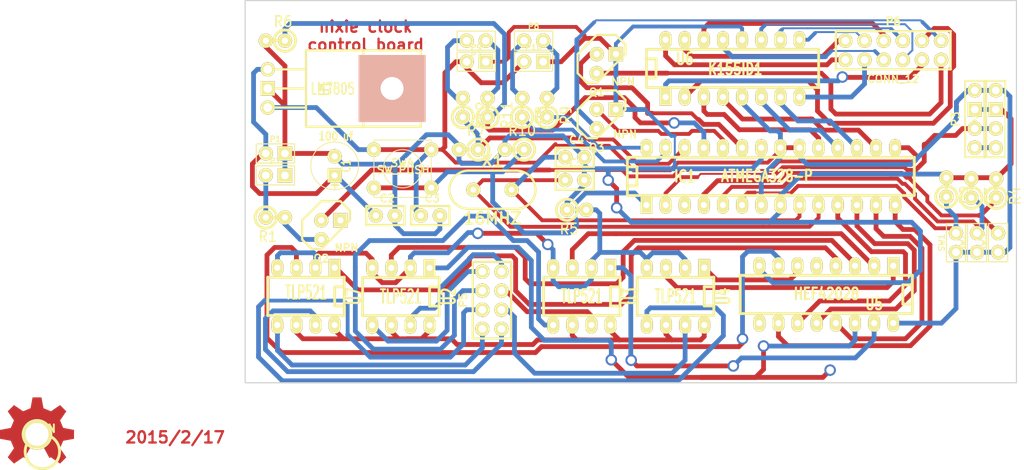
<source format=kicad_pcb>
(kicad_pcb (version 3) (host pcbnew "(2014-03-19 BZR 4756)-product")

  (general
    (links 125)
    (no_connects 2)
    (area 99.035799 78.664999 201.598601 129.615001)
    (thickness 1.6)
    (drawings 6)
    (tracks 855)
    (zones 0)
    (modules 45)
    (nets 66)
  )

  (page A4)
  (layers
    (15 F.Cu signal)
    (0 B.Cu signal)
    (16 B.Adhes user)
    (17 F.Adhes user)
    (18 B.Paste user)
    (19 F.Paste user)
    (20 B.SilkS user)
    (21 F.SilkS user)
    (22 B.Mask user)
    (23 F.Mask user)
    (24 Dwgs.User user)
    (25 Cmts.User user)
    (26 Eco1.User user)
    (27 Eco2.User user)
    (28 Edge.Cuts user)
  )

  (setup
    (last_trace_width 0.254)
    (user_trace_width 0.508)
    (user_trace_width 0.635)
    (user_trace_width 0.889)
    (user_trace_width 1.016)
    (user_trace_width 1.143)
    (user_trace_width 1.27)
    (user_trace_width 1.397)
    (trace_clearance 0.254)
    (zone_clearance 1)
    (zone_45_only no)
    (trace_min 0.254)
    (segment_width 0.2)
    (edge_width 0.15)
    (via_size 0.889)
    (via_drill 0.635)
    (via_min_size 0.889)
    (via_min_drill 0.508)
    (user_via 1.524 1.016)
    (uvia_size 0.508)
    (uvia_drill 0.127)
    (uvias_allowed no)
    (uvia_min_size 0.508)
    (uvia_min_drill 0.127)
    (pcb_text_width 0.3)
    (pcb_text_size 1.5 1.5)
    (mod_edge_width 0.15)
    (mod_text_size 1.5 1.5)
    (mod_text_width 0.15)
    (pad_size 1.905 1.905)
    (pad_drill 1.016)
    (pad_to_mask_clearance 0.2)
    (aux_axis_origin 0 0)
    (visible_elements FFFDEFFF)
    (pcbplotparams
      (layerselection 3178497)
      (usegerberextensions true)
      (excludeedgelayer true)
      (linewidth 0.150000)
      (plotframeref false)
      (viasonmask false)
      (mode 1)
      (useauxorigin false)
      (hpglpennumber 1)
      (hpglpenspeed 20)
      (hpglpendiameter 15)
      (hpglpenoverlay 2)
      (psnegative false)
      (psa4output false)
      (plotreference true)
      (plotvalue true)
      (plotothertext true)
      (plotinvisibletext false)
      (padsonsilk false)
      (subtractmaskfromsilk false)
      (outputformat 1)
      (mirror false)
      (drillshape 0)
      (scaleselection 1)
      (outputdirectory /home/shengwen/desktop/circuit/))
  )

  (net 0 "")
  (net 1 170V)
  (net 2 5V)
  (net 3 "Adjust button")
  (net 4 "Bluetooth /FTDIRx")
  (net 5 "Bluetooth/FTDI Rx")
  (net 6 "Bluetooth/FTDI Tx")
  (net 7 Brightness)
  (net 8 Crystal1)
  (net 9 Crystal2)
  (net 10 "Digit A0")
  (net 11 "Digit A1")
  (net 12 "Digit A2")
  (net 13 "Digit A3")
  (net 14 "Font A")
  (net 15 "Font B")
  (net 16 "Font C")
  (net 17 "Font D")
  (net 18 GND)
  (net 19 "I2C SCL")
  (net 20 "I2C SDA")
  (net 21 "Left dot")
  (net 22 "MP3 Rx")
  (net 23 "MP3 Tx")
  (net 24 "Mode button")
  (net 25 Reset)
  (net 26 "Right dot")
  (net 27 "Search button")
  (net 28 "Net-(C1-Pad1)")
  (net 29 "Net-(P2-Pad1)")
  (net 30 "Net-(P5-Pad1)")
  (net 31 "Net-(P5-Pad2)")
  (net 32 "Net-(P5-Pad3)")
  (net 33 "Net-(P5-Pad4)")
  (net 34 "Net-(P5-Pad5)")
  (net 35 "Net-(P5-Pad6)")
  (net 36 "Net-(P5-Pad7)")
  (net 37 "Net-(P5-Pad8)")
  (net 38 "Net-(P6-Pad1)")
  (net 39 "Net-(P6-Pad2)")
  (net 40 "Net-(P6-Pad3)")
  (net 41 "Net-(P6-Pad4)")
  (net 42 "Net-(P6-Pad5)")
  (net 43 "Net-(P6-Pad6)")
  (net 44 "Net-(P6-Pad7)")
  (net 45 "Net-(P6-Pad8)")
  (net 46 "Net-(P6-Pad9)")
  (net 47 "Net-(P6-Pad10)")
  (net 48 "Net-(P6-Pad11)")
  (net 49 "Net-(P6-Pad12)")
  (net 50 "Net-(P7-Pad1)")
  (net 51 "Net-(P7-Pad2)")
  (net 52 "Net-(P8-Pad1)")
  (net 53 "Net-(P8-Pad2)")
  (net 54 "Net-(Q2-Pad1)")
  (net 55 "Net-(R5-Pad2)")
  (net 56 "Net-(U2-Pad1)")
  (net 57 "Net-(U2-Pad3)")
  (net 58 "Net-(U3-Pad1)")
  (net 59 "Net-(U3-Pad3)")
  (net 60 "Net-(U4-Pad1)")
  (net 61 "Net-(U4-Pad3)")
  (net 62 "Net-(U5-Pad4)")
  (net 63 "Net-(U5-Pad5)")
  (net 64 "Net-(U5-Pad7)")
  (net 65 "Net-(U5-Pad9)")

  (net_class Default "This is the default net class."
    (clearance 0.254)
    (trace_width 0.254)
    (via_dia 0.889)
    (via_drill 0.635)
    (uvia_dia 0.508)
    (uvia_drill 0.127)
    (add_net 170V)
    (add_net 5V)
    (add_net "Adjust button")
    (add_net "Bluetooth /FTDIRx")
    (add_net "Bluetooth/FTDI Rx")
    (add_net "Bluetooth/FTDI Tx")
    (add_net Brightness)
    (add_net Crystal1)
    (add_net Crystal2)
    (add_net "Digit A0")
    (add_net "Digit A1")
    (add_net "Digit A2")
    (add_net "Digit A3")
    (add_net "Font A")
    (add_net "Font B")
    (add_net "Font C")
    (add_net "Font D")
    (add_net GND)
    (add_net "I2C SCL")
    (add_net "I2C SDA")
    (add_net "Left dot")
    (add_net "MP3 Rx")
    (add_net "MP3 Tx")
    (add_net "Mode button")
    (add_net "Net-(C1-Pad1)")
    (add_net "Net-(P2-Pad1)")
    (add_net "Net-(P5-Pad1)")
    (add_net "Net-(P5-Pad2)")
    (add_net "Net-(P5-Pad3)")
    (add_net "Net-(P5-Pad4)")
    (add_net "Net-(P5-Pad5)")
    (add_net "Net-(P5-Pad6)")
    (add_net "Net-(P5-Pad7)")
    (add_net "Net-(P5-Pad8)")
    (add_net "Net-(P6-Pad1)")
    (add_net "Net-(P6-Pad10)")
    (add_net "Net-(P6-Pad11)")
    (add_net "Net-(P6-Pad12)")
    (add_net "Net-(P6-Pad2)")
    (add_net "Net-(P6-Pad3)")
    (add_net "Net-(P6-Pad4)")
    (add_net "Net-(P6-Pad5)")
    (add_net "Net-(P6-Pad6)")
    (add_net "Net-(P6-Pad7)")
    (add_net "Net-(P6-Pad8)")
    (add_net "Net-(P6-Pad9)")
    (add_net "Net-(P7-Pad1)")
    (add_net "Net-(P7-Pad2)")
    (add_net "Net-(P8-Pad1)")
    (add_net "Net-(P8-Pad2)")
    (add_net "Net-(Q2-Pad1)")
    (add_net "Net-(R5-Pad2)")
    (add_net "Net-(U2-Pad1)")
    (add_net "Net-(U2-Pad3)")
    (add_net "Net-(U3-Pad1)")
    (add_net "Net-(U3-Pad3)")
    (add_net "Net-(U4-Pad1)")
    (add_net "Net-(U4-Pad3)")
    (add_net "Net-(U5-Pad4)")
    (add_net "Net-(U5-Pad5)")
    (add_net "Net-(U5-Pad7)")
    (add_net "Net-(U5-Pad9)")
    (add_net Reset)
    (add_net "Right dot")
    (add_net "Search button")
  )

  (net_class 25mil ""
    (clearance 0.254)
    (trace_width 0.635)
    (via_dia 0.889)
    (via_drill 0.635)
    (uvia_dia 0.508)
    (uvia_drill 0.127)
  )

  (module SW_PUSH_SMALL (layer F.Cu) (tedit 54EC9ED8) (tstamp 53B22707)
    (at 120.015 101.092)
    (path /53AD3840)
    (fp_text reference SW4 (at 0 -0.762) (layer F.SilkS)
      (effects (font (size 1.016 1.016) (thickness 0.2032)))
    )
    (fp_text value SW_PUSH (at 0.0762 0.1524) (layer F.SilkS)
      (effects (font (size 1.016 1.016) (thickness 0.2032)))
    )
    (fp_circle (center 0 0) (end 0 -2.54) (layer F.SilkS) (width 0.127))
    (fp_line (start -3.81 -3.81) (end 3.81 -3.81) (layer F.SilkS) (width 0.127))
    (fp_line (start 3.81 -3.81) (end 3.81 3.81) (layer F.SilkS) (width 0.127))
    (fp_line (start 3.81 3.81) (end -3.81 3.81) (layer F.SilkS) (width 0.127))
    (fp_line (start -3.81 -3.81) (end -3.81 3.81) (layer F.SilkS) (width 0.127))
    (pad 1 thru_hole circle (at 3.81 -2.54) (size 1.905 1.905) (drill 0.8128) (layers *.Cu *.Mask F.SilkS)
      (net 2 5V))
    (pad 2 thru_hole circle (at 3.81 2.54) (size 1.905 1.905) (drill 0.8128) (layers *.Cu *.Mask F.SilkS)
      (net 25 Reset))
    (pad 1 thru_hole circle (at -3.81 -2.54) (size 1.905 1.905) (drill 0.8128) (layers *.Cu *.Mask F.SilkS)
      (net 2 5V))
    (pad 2 thru_hole circle (at -3.81 2.54) (size 1.905 1.905) (drill 0.8128) (layers *.Cu *.Mask F.SilkS)
      (net 25 Reset))
  )

  (module pin_array_4x2 (layer F.Cu) (tedit 54E2E519) (tstamp 54FF0CF8)
    (at 131.8768 118.5672 90)
    (descr "Double rangee de contacts 2 x 4 pins")
    (tags CONN)
    (path /539C4AAE)
    (fp_text reference P5 (at 0 -3.81 90) (layer F.SilkS)
      (effects (font (size 1.016 1.016) (thickness 0.2032)))
    )
    (fp_text value CONN_8 (at 0 3.81 90) (layer F.SilkS) hide
      (effects (font (size 1.016 1.016) (thickness 0.2032)))
    )
    (fp_line (start -5.08 -2.54) (end 5.08 -2.54) (layer F.SilkS) (width 0.3048))
    (fp_line (start 5.08 -2.54) (end 5.08 2.54) (layer F.SilkS) (width 0.3048))
    (fp_line (start 5.08 2.54) (end -5.08 2.54) (layer F.SilkS) (width 0.3048))
    (fp_line (start -5.08 2.54) (end -5.08 -2.54) (layer F.SilkS) (width 0.3048))
    (pad 1 thru_hole circle (at -3.81 1.27 90) (size 1.905 1.905) (drill 1.016) (layers *.Cu *.Mask F.SilkS)
      (net 30 "Net-(P5-Pad1)"))
    (pad 2 thru_hole circle (at -3.81 -1.27 90) (size 1.905 1.905) (drill 1.016) (layers *.Cu *.Mask F.SilkS)
      (net 31 "Net-(P5-Pad2)"))
    (pad 3 thru_hole circle (at -1.27 1.27 90) (size 1.905 1.905) (drill 1.016) (layers *.Cu *.Mask F.SilkS)
      (net 32 "Net-(P5-Pad3)"))
    (pad 4 thru_hole circle (at -1.27 -1.27 90) (size 1.905 1.905) (drill 1.016) (layers *.Cu *.Mask F.SilkS)
      (net 33 "Net-(P5-Pad4)"))
    (pad 5 thru_hole circle (at 1.27 1.27 90) (size 1.905 1.905) (drill 1.016) (layers *.Cu *.Mask F.SilkS)
      (net 34 "Net-(P5-Pad5)"))
    (pad 6 thru_hole circle (at 1.27 -1.27 90) (size 1.905 1.905) (drill 1.016) (layers *.Cu *.Mask F.SilkS)
      (net 35 "Net-(P5-Pad6)"))
    (pad 7 thru_hole circle (at 3.81 1.27 90) (size 1.905 1.905) (drill 1.016) (layers *.Cu *.Mask F.SilkS)
      (net 36 "Net-(P5-Pad7)"))
    (pad 8 thru_hole circle (at 3.81 -1.27 90) (size 1.905 1.905) (drill 1.016) (layers *.Cu *.Mask F.SilkS)
      (net 37 "Net-(P5-Pad8)"))
    (model pin_array/pins_array_4x2.wrl
      (at (xyz 0 0 0))
      (scale (xyz 1 1 1))
      (rotate (xyz 0 0 0))
    )
  )

  (module DIP-28__300_ELL (layer F.Cu) (tedit 54EC9E70) (tstamp 53B36E28)
    (at 168.91 102.108)
    (descr "28 pins DIL package, elliptical pads, width 300mil")
    (tags DIL)
    (path /52F4F352)
    (fp_text reference IC1 (at -11.43 0) (layer F.SilkS)
      (effects (font (size 1.524 1.143) (thickness 0.3048)))
    )
    (fp_text value ATMEGA328-P (at -0.508 -0.0508) (layer F.SilkS)
      (effects (font (size 1.524 1.143) (thickness 0.3048)))
    )
    (fp_line (start -19.05 -2.54) (end 19.05 -2.54) (layer F.SilkS) (width 0.381))
    (fp_line (start 19.05 -2.54) (end 19.05 2.54) (layer F.SilkS) (width 0.381))
    (fp_line (start 19.05 2.54) (end -19.05 2.54) (layer F.SilkS) (width 0.381))
    (fp_line (start -19.05 2.54) (end -19.05 -2.54) (layer F.SilkS) (width 0.381))
    (fp_line (start -19.05 -1.27) (end -17.78 -1.27) (layer F.SilkS) (width 0.381))
    (fp_line (start -17.78 -1.27) (end -17.78 1.27) (layer F.SilkS) (width 0.381))
    (fp_line (start -17.78 1.27) (end -19.05 1.27) (layer F.SilkS) (width 0.381))
    (pad 2 thru_hole oval (at -13.97 3.81) (size 1.5748 2.286) (drill 0.8128) (layers *.Cu *.Mask F.SilkS)
      (net 6 "Bluetooth/FTDI Tx"))
    (pad 3 thru_hole oval (at -11.43 3.81) (size 1.5748 2.286) (drill 0.8128) (layers *.Cu *.Mask F.SilkS)
      (net 5 "Bluetooth/FTDI Rx"))
    (pad 4 thru_hole oval (at -8.89 3.81) (size 1.5748 2.286) (drill 0.8128) (layers *.Cu *.Mask F.SilkS)
      (net 24 "Mode button"))
    (pad 5 thru_hole oval (at -6.35 3.81) (size 1.5748 2.286) (drill 0.8128) (layers *.Cu *.Mask F.SilkS)
      (net 3 "Adjust button"))
    (pad 6 thru_hole oval (at -3.81 3.81) (size 1.5748 2.286) (drill 0.8128) (layers *.Cu *.Mask F.SilkS)
      (net 27 "Search button"))
    (pad 7 thru_hole oval (at -1.27 3.81) (size 1.5748 2.286) (drill 0.8128) (layers *.Cu *.Mask F.SilkS)
      (net 2 5V))
    (pad 8 thru_hole oval (at 1.27 3.81) (size 1.5748 2.286) (drill 0.8128) (layers *.Cu *.Mask F.SilkS)
      (net 18 GND))
    (pad 9 thru_hole oval (at 3.81 3.81) (size 1.5748 2.286) (drill 0.8128) (layers *.Cu *.Mask F.SilkS)
      (net 8 Crystal1))
    (pad 10 thru_hole oval (at 6.35 3.81) (size 1.5748 2.286) (drill 0.8128) (layers *.Cu *.Mask F.SilkS)
      (net 9 Crystal2))
    (pad 11 thru_hole oval (at 8.89 3.81) (size 1.5748 2.286) (drill 0.8128) (layers *.Cu *.Mask F.SilkS)
      (net 13 "Digit A3"))
    (pad 12 thru_hole oval (at 11.43 3.81) (size 1.5748 2.286) (drill 0.8128) (layers *.Cu *.Mask F.SilkS)
      (net 12 "Digit A2"))
    (pad 13 thru_hole oval (at 13.97 3.81) (size 1.5748 2.286) (drill 0.8128) (layers *.Cu *.Mask F.SilkS)
      (net 11 "Digit A1"))
    (pad 14 thru_hole oval (at 16.51 3.81) (size 1.5748 2.286) (drill 0.8128) (layers *.Cu *.Mask F.SilkS)
      (net 10 "Digit A0"))
    (pad 1 thru_hole rect (at -16.51 3.81) (size 1.5748 2.286) (drill 0.8128) (layers *.Cu *.Mask F.SilkS)
      (net 25 Reset))
    (pad 15 thru_hole oval (at 16.51 -3.81) (size 1.5748 2.286) (drill 0.8128) (layers *.Cu *.Mask F.SilkS)
      (net 7 Brightness))
    (pad 16 thru_hole oval (at 13.97 -3.81) (size 1.5748 2.286) (drill 0.8128) (layers *.Cu *.Mask F.SilkS)
      (net 17 "Font D"))
    (pad 17 thru_hole oval (at 11.43 -3.81) (size 1.5748 2.286) (drill 0.8128) (layers *.Cu *.Mask F.SilkS)
      (net 16 "Font C"))
    (pad 18 thru_hole oval (at 8.89 -3.81) (size 1.5748 2.286) (drill 0.8128) (layers *.Cu *.Mask F.SilkS)
      (net 15 "Font B"))
    (pad 19 thru_hole oval (at 6.35 -3.81) (size 1.5748 2.286) (drill 0.8128) (layers *.Cu *.Mask F.SilkS)
      (net 14 "Font A"))
    (pad 20 thru_hole oval (at 3.81 -3.81) (size 1.5748 2.286) (drill 0.8128) (layers *.Cu *.Mask F.SilkS)
      (net 2 5V))
    (pad 21 thru_hole oval (at 1.27 -3.81) (size 1.5748 2.286) (drill 0.8128) (layers *.Cu *.Mask F.SilkS)
      (net 2 5V))
    (pad 22 thru_hole oval (at -1.27 -3.81) (size 1.5748 2.286) (drill 0.8128) (layers *.Cu *.Mask F.SilkS)
      (net 18 GND))
    (pad 23 thru_hole oval (at -3.81 -3.81) (size 1.5748 2.286) (drill 0.8128) (layers *.Cu *.Mask F.SilkS)
      (net 26 "Right dot"))
    (pad 24 thru_hole oval (at -6.35 -3.81) (size 1.5748 2.286) (drill 0.8128) (layers *.Cu *.Mask F.SilkS)
      (net 21 "Left dot"))
    (pad 25 thru_hole oval (at -8.89 -3.81) (size 1.5748 2.286) (drill 0.8128) (layers *.Cu *.Mask F.SilkS)
      (net 23 "MP3 Tx"))
    (pad 26 thru_hole oval (at -11.43 -3.81) (size 1.5748 2.286) (drill 0.8128) (layers *.Cu *.Mask F.SilkS)
      (net 22 "MP3 Rx"))
    (pad 27 thru_hole oval (at -13.97 -3.81) (size 1.5748 2.286) (drill 0.8128) (layers *.Cu *.Mask F.SilkS)
      (net 20 "I2C SDA"))
    (pad 28 thru_hole oval (at -16.51 -3.81) (size 1.5748 2.286) (drill 0.8128) (layers *.Cu *.Mask F.SilkS)
      (net 19 "I2C SCL"))
    (model dil/dil_28-w300.wrl
      (at (xyz 0 0 0))
      (scale (xyz 1 1 1))
      (rotate (xyz 0 0 0))
    )
  )

  (module OSHW_COPPER_10MM (layer F.Cu) (tedit 4F4F92AA) (tstamp 54E2E310)
    (at 71.4756 136.398)
    (fp_text reference OSHW_COPPER_10MM (at 0 0) (layer F.SilkS) hide
      (effects (font (thickness 0.3048)))
    )
    (fp_text value VAL** (at 0 0) (layer F.SilkS) hide
      (effects (font (thickness 0.3048)))
    )
    (pad "" smd trapezoid (at 0 -4.1656 180) (size 1.45796 1.4986) (rect_delta 0 -0.2794 ) (layers F.Cu F.Paste F.Mask))
    (pad "" smd trapezoid (at 2.94386 -2.94386 135) (size 1.45796 1.4986) (rect_delta 0 -0.2794 ) (layers F.Cu F.Paste F.Mask))
    (pad "" smd trapezoid (at 4.1656 0 90) (size 1.45796 1.4986) (rect_delta 0 -0.2794 ) (layers F.Cu F.Paste F.Mask))
    (pad "" smd trapezoid (at 2.94386 2.94386 45) (size 1.45796 1.4986) (rect_delta 0 -0.2794 ) (layers F.Cu F.Paste F.Mask))
    (pad "" smd trapezoid (at -2.94386 -2.94386 225) (size 1.45796 1.4986) (rect_delta 0 -0.2794 ) (layers F.Cu F.Paste F.Mask))
    (pad "" smd trapezoid (at -4.1656 0 270) (size 1.45796 1.4986) (rect_delta 0 -0.2794 ) (layers F.Cu F.Paste F.Mask))
    (pad "" smd trapezoid (at -2.94386 2.94386 315) (size 1.45796 1.4986) (rect_delta 0 -0.2794 ) (layers F.Cu F.Paste F.Mask))
    (pad "" smd trapezoid (at 0 -2.39522 180) (size 1.08204 2.29108) (rect_delta 0 0.41402 ) (layers F.Cu F.Paste F.Mask))
    (pad "" smd trapezoid (at -0.9144 -2.21234 202.5) (size 1.08204 2.29108) (rect_delta 0 0.41402 ) (layers F.Cu F.Paste F.Mask))
    (pad "" smd trapezoid (at 0.9144 -2.21234 157.5) (size 1.08204 2.29108) (rect_delta 0 0.41402 ) (layers F.Cu F.Paste F.Mask))
    (pad "" smd trapezoid (at 1.69164 -1.69164 135) (size 1.08204 2.29108) (rect_delta 0 0.41402 ) (layers F.Cu F.Paste F.Mask))
    (pad "" smd trapezoid (at -1.69164 -1.69164 225) (size 1.08204 2.29108) (rect_delta 0 0.41402 ) (layers F.Cu F.Paste F.Mask))
    (pad "" smd trapezoid (at 2.21234 -0.9144 112.5) (size 1.08204 2.29108) (rect_delta 0 0.41402 ) (layers F.Cu F.Paste F.Mask))
    (pad "" smd trapezoid (at -2.21234 -0.9144 247.5) (size 1.08204 2.29108) (rect_delta 0 0.41402 ) (layers F.Cu F.Paste F.Mask))
    (pad "" smd trapezoid (at 2.39522 0 90) (size 1.08204 2.29108) (rect_delta 0 0.41402 ) (layers F.Cu F.Paste F.Mask))
    (pad "" smd trapezoid (at -2.39522 0 270) (size 1.08204 2.29108) (rect_delta 0 0.41402 ) (layers F.Cu F.Paste F.Mask))
    (pad "" smd trapezoid (at -2.21234 0.9144 292.5) (size 1.08204 2.29108) (rect_delta 0 0.41402 ) (layers F.Cu F.Paste F.Mask))
    (pad "" smd trapezoid (at 2.21234 0.9144 67.5) (size 1.08204 2.29108) (rect_delta 0 0.41402 ) (layers F.Cu F.Paste F.Mask))
    (pad "" smd trapezoid (at 1.69164 1.69164 45) (size 1.08204 2.29108) (rect_delta 0 0.41402 ) (layers F.Cu F.Paste F.Mask))
    (pad "" smd trapezoid (at -1.69164 1.69164 315) (size 1.08204 2.29108) (rect_delta 0 0.41402 ) (layers F.Cu F.Paste F.Mask))
    (pad "" smd trapezoid (at -1.32842 1.99136 326.3) (size 0.54102 2.29108) (rect_delta 0 0.20828 ) (layers F.Cu F.Paste F.Mask))
    (pad "" smd trapezoid (at 1.32842 1.99136 33.7) (size 0.54102 2.29108) (rect_delta 0 0.20828 ) (layers F.Cu F.Paste F.Mask))
  )

  (module C1V7 (layer F.Cu) (tedit 54EC9E4A) (tstamp 53B225C6)
    (at 110.998 100.711 90)
    (path /52F4EE14)
    (fp_text reference C1 (at 0 1.524 90) (layer F.SilkS)
      (effects (font (size 1.143 0.889) (thickness 0.2032)))
    )
    (fp_text value "100 uf" (at 3.937 0.1524 180) (layer F.SilkS)
      (effects (font (size 1.143 0.889) (thickness 0.2032)))
    )
    (fp_text user + (at -2.54 0 90) (layer F.SilkS)
      (effects (font (size 1.143 1.143) (thickness 0.3048)))
    )
    (fp_circle (center 0 0) (end 3.175 0) (layer F.SilkS) (width 0.127))
    (pad 1 thru_hole rect (at -1.27 0 90) (size 1.905 1.905) (drill 0.8128) (layers *.Cu *.Mask F.SilkS)
      (net 28 "Net-(C1-Pad1)"))
    (pad 2 thru_hole circle (at 1.27 0 90) (size 1.905 1.905) (drill 0.8128) (layers *.Cu *.Mask F.SilkS)
      (net 18 GND))
    (model discret/c_vert_c1v7.wrl
      (at (xyz 0 0 0))
      (scale (xyz 1 1 1))
      (rotate (xyz 0 0 0))
    )
  )

  (module C1 (layer F.Cu) (tedit 54E2E6AA) (tstamp 54EC9FCB)
    (at 117.729 107.315)
    (descr "Condensateur e = 1 pas")
    (tags C)
    (path /52F4EDC4)
    (fp_text reference C2 (at 0.254 -2.286) (layer F.SilkS)
      (effects (font (size 1.016 1.016) (thickness 0.2032)))
    )
    (fp_text value "0.1 uf" (at 0 -2.286) (layer F.SilkS) hide
      (effects (font (size 1.016 1.016) (thickness 0.2032)))
    )
    (fp_line (start -2.4892 -1.27) (end 2.54 -1.27) (layer F.SilkS) (width 0.3048))
    (fp_line (start 2.54 -1.27) (end 2.54 1.27) (layer F.SilkS) (width 0.3048))
    (fp_line (start 2.54 1.27) (end -2.54 1.27) (layer F.SilkS) (width 0.3048))
    (fp_line (start -2.54 1.27) (end -2.54 -1.27) (layer F.SilkS) (width 0.3048))
    (fp_line (start -2.54 -0.635) (end -1.905 -1.27) (layer F.SilkS) (width 0.3048))
    (pad 1 thru_hole circle (at -1.27 0) (size 1.905 1.905) (drill 0.8128) (layers *.Cu *.Mask F.SilkS)
      (net 28 "Net-(C1-Pad1)"))
    (pad 2 thru_hole circle (at 1.27 0) (size 1.905 1.905) (drill 0.8128) (layers *.Cu *.Mask F.SilkS)
      (net 18 GND))
    (model discret/capa_1_pas.wrl
      (at (xyz 0 0 0))
      (scale (xyz 1 1 1))
      (rotate (xyz 0 0 0))
    )
  )

  (module C1 (layer F.Cu) (tedit 3F92C496) (tstamp 54EC9FBF)
    (at 123.698 107.315)
    (descr "Condensateur e = 1 pas")
    (tags C)
    (path /52F4EDD3)
    (fp_text reference C3 (at 0.254 -2.286) (layer F.SilkS)
      (effects (font (size 1.016 1.016) (thickness 0.2032)))
    )
    (fp_text value "0.1 uf" (at 0 -2.286) (layer F.SilkS) hide
      (effects (font (size 1.016 1.016) (thickness 0.2032)))
    )
    (fp_line (start -2.4892 -1.27) (end 2.54 -1.27) (layer F.SilkS) (width 0.3048))
    (fp_line (start 2.54 -1.27) (end 2.54 1.27) (layer F.SilkS) (width 0.3048))
    (fp_line (start 2.54 1.27) (end -2.54 1.27) (layer F.SilkS) (width 0.3048))
    (fp_line (start -2.54 1.27) (end -2.54 -1.27) (layer F.SilkS) (width 0.3048))
    (fp_line (start -2.54 -0.635) (end -1.905 -1.27) (layer F.SilkS) (width 0.3048))
    (pad 1 thru_hole circle (at -1.27 0) (size 1.905 1.905) (drill 0.8128) (layers *.Cu *.Mask F.SilkS)
      (net 2 5V))
    (pad 2 thru_hole circle (at 1.27 0) (size 1.905 1.905) (drill 0.8128) (layers *.Cu *.Mask F.SilkS)
      (net 18 GND))
    (model discret/capa_1_pas.wrl
      (at (xyz 0 0 0))
      (scale (xyz 1 1 1))
      (rotate (xyz 0 0 0))
    )
  )

  (module C1 (layer F.Cu) (tedit 3F92C496) (tstamp 54EC9F9E)
    (at 142.875 99.568)
    (descr "Condensateur e = 1 pas")
    (tags C)
    (path /52F4F745)
    (fp_text reference C4 (at 0.254 -2.286) (layer F.SilkS)
      (effects (font (size 1.016 1.016) (thickness 0.2032)))
    )
    (fp_text value 22pf (at 0 -2.286) (layer F.SilkS) hide
      (effects (font (size 1.016 1.016) (thickness 0.2032)))
    )
    (fp_line (start -2.4892 -1.27) (end 2.54 -1.27) (layer F.SilkS) (width 0.3048))
    (fp_line (start 2.54 -1.27) (end 2.54 1.27) (layer F.SilkS) (width 0.3048))
    (fp_line (start 2.54 1.27) (end -2.54 1.27) (layer F.SilkS) (width 0.3048))
    (fp_line (start -2.54 1.27) (end -2.54 -1.27) (layer F.SilkS) (width 0.3048))
    (fp_line (start -2.54 -0.635) (end -1.905 -1.27) (layer F.SilkS) (width 0.3048))
    (pad 1 thru_hole circle (at -1.27 0) (size 1.905 1.905) (drill 0.8128) (layers *.Cu *.Mask F.SilkS)
      (net 8 Crystal1))
    (pad 2 thru_hole circle (at 1.27 0) (size 1.905 1.905) (drill 0.8128) (layers *.Cu *.Mask F.SilkS)
      (net 18 GND))
    (model discret/capa_1_pas.wrl
      (at (xyz 0 0 0))
      (scale (xyz 1 1 1))
      (rotate (xyz 0 0 0))
    )
  )

  (module C1 (layer F.Cu) (tedit 3F92C496) (tstamp 54EC9FAA)
    (at 142.875 102.616)
    (descr "Condensateur e = 1 pas")
    (tags C)
    (path /52F4F754)
    (fp_text reference C5 (at 0.254 -2.286) (layer F.SilkS)
      (effects (font (size 1.016 1.016) (thickness 0.2032)))
    )
    (fp_text value 22pf (at 0 -2.286) (layer F.SilkS) hide
      (effects (font (size 1.016 1.016) (thickness 0.2032)))
    )
    (fp_line (start -2.4892 -1.27) (end 2.54 -1.27) (layer F.SilkS) (width 0.3048))
    (fp_line (start 2.54 -1.27) (end 2.54 1.27) (layer F.SilkS) (width 0.3048))
    (fp_line (start 2.54 1.27) (end -2.54 1.27) (layer F.SilkS) (width 0.3048))
    (fp_line (start -2.54 1.27) (end -2.54 -1.27) (layer F.SilkS) (width 0.3048))
    (fp_line (start -2.54 -0.635) (end -1.905 -1.27) (layer F.SilkS) (width 0.3048))
    (pad 1 thru_hole circle (at -1.27 0) (size 1.905 1.905) (drill 0.8128) (layers *.Cu *.Mask F.SilkS)
      (net 9 Crystal2))
    (pad 2 thru_hole circle (at 1.27 0) (size 1.905 1.905) (drill 0.8128) (layers *.Cu *.Mask F.SilkS)
      (net 18 GND))
    (model discret/capa_1_pas.wrl
      (at (xyz 0 0 0))
      (scale (xyz 1 1 1))
      (rotate (xyz 0 0 0))
    )
  )

  (module PIN_ARRAY_2X1 (layer F.Cu) (tedit 54E2E546) (tstamp 53B22623)
    (at 103.124 99.06)
    (descr "Connecteurs 2 pins")
    (tags "CONN DEV")
    (path /53AD2483)
    (fp_text reference P1 (at 0 -1.905) (layer F.SilkS)
      (effects (font (size 0.762 0.762) (thickness 0.1524)))
    )
    (fp_text value CONN_2 (at 0 -1.905) (layer F.SilkS) hide
      (effects (font (size 0.762 0.762) (thickness 0.1524)))
    )
    (fp_line (start -2.54 1.27) (end -2.54 -1.27) (layer F.SilkS) (width 0.1524))
    (fp_line (start -2.54 -1.27) (end 2.54 -1.27) (layer F.SilkS) (width 0.1524))
    (fp_line (start 2.54 -1.27) (end 2.54 1.27) (layer F.SilkS) (width 0.1524))
    (fp_line (start 2.54 1.27) (end -2.54 1.27) (layer F.SilkS) (width 0.1524))
    (pad 1 thru_hole circle (at -1.27 0) (size 1.905 1.905) (drill 1.016) (layers *.Cu *.Mask F.SilkS)
      (net 28 "Net-(C1-Pad1)"))
    (pad 2 thru_hole rect (at 1.27 0) (size 1.905 1.905) (drill 1.016) (layers *.Cu *.Mask F.SilkS)
      (net 18 GND))
    (model pin_array/pins_array_2x1.wrl
      (at (xyz 0 0 0))
      (scale (xyz 1 1 1))
      (rotate (xyz 0 0 0))
    )
  )

  (module PIN_ARRAY_2X1 (layer F.Cu) (tedit 54E2E53C) (tstamp 53B2262D)
    (at 103.124 101.981)
    (descr "Connecteurs 2 pins")
    (tags "CONN DEV")
    (path /539C719A)
    (fp_text reference P2 (at 0 -1.905) (layer F.SilkS)
      (effects (font (size 0.762 0.762) (thickness 0.1524)))
    )
    (fp_text value CONN_2 (at 0 -1.905) (layer F.SilkS) hide
      (effects (font (size 0.762 0.762) (thickness 0.1524)))
    )
    (fp_line (start -2.54 1.27) (end -2.54 -1.27) (layer F.SilkS) (width 0.1524))
    (fp_line (start -2.54 -1.27) (end 2.54 -1.27) (layer F.SilkS) (width 0.1524))
    (fp_line (start 2.54 -1.27) (end 2.54 1.27) (layer F.SilkS) (width 0.1524))
    (fp_line (start 2.54 1.27) (end -2.54 1.27) (layer F.SilkS) (width 0.1524))
    (pad 1 thru_hole circle (at -1.27 0) (size 1.905 1.905) (drill 1.016) (layers *.Cu *.Mask F.SilkS)
      (net 29 "Net-(P2-Pad1)"))
    (pad 2 thru_hole rect (at 1.27 0) (size 1.905 1.905) (drill 1.016) (layers *.Cu *.Mask F.SilkS)
      (net 18 GND))
    (model pin_array/pins_array_2x1.wrl
      (at (xyz 0 0 0))
      (scale (xyz 1 1 1))
      (rotate (xyz 0 0 0))
    )
  )

  (module PIN_ARRAY_4x1 (layer F.Cu) (tedit 54E2E484) (tstamp 53B22639)
    (at 195.9864 94.488 90)
    (descr "Double rangee de contacts 2 x 5 pins")
    (tags CONN)
    (path /53AD90AF)
    (fp_text reference P3 (at 0 -2.54 90) (layer F.SilkS)
      (effects (font (size 1.016 1.016) (thickness 0.2032)))
    )
    (fp_text value CONN_4 (at 0 2.54 90) (layer F.SilkS) hide
      (effects (font (size 1.016 1.016) (thickness 0.2032)))
    )
    (fp_line (start 5.08 1.27) (end -5.08 1.27) (layer F.SilkS) (width 0.254))
    (fp_line (start 5.08 -1.27) (end -5.08 -1.27) (layer F.SilkS) (width 0.254))
    (fp_line (start -5.08 -1.27) (end -5.08 1.27) (layer F.SilkS) (width 0.254))
    (fp_line (start 5.08 1.27) (end 5.08 -1.27) (layer F.SilkS) (width 0.254))
    (pad 1 thru_hole circle (at -3.81 0 90) (size 1.905 1.905) (drill 1.016) (layers *.Cu *.Mask F.SilkS)
      (net 4 "Bluetooth /FTDIRx"))
    (pad 2 thru_hole circle (at -1.27 0 90) (size 1.905 1.905) (drill 1.016) (layers *.Cu *.Mask F.SilkS)
      (net 6 "Bluetooth/FTDI Tx"))
    (pad 3 thru_hole rect (at 1.27 0 90) (size 1.905 1.905) (drill 1.016) (layers *.Cu *.Mask F.SilkS)
      (net 18 GND))
    (pad 4 thru_hole circle (at 3.81 0 90) (size 1.905 1.905) (drill 1.016) (layers *.Cu *.Mask F.SilkS)
      (net 2 5V))
    (model pin_array\pins_array_4x1.wrl
      (at (xyz 0 0 0))
      (scale (xyz 1 1 1))
      (rotate (xyz 0 0 0))
    )
  )

  (module PIN_ARRAY_4x1 (layer F.Cu) (tedit 54E2E8C0) (tstamp 53B22645)
    (at 198.7804 94.488 90)
    (descr "Double rangee de contacts 2 x 5 pins")
    (tags CONN)
    (path /53AD90DC)
    (fp_text reference P4 (at 0 -2.54 90) (layer F.SilkS)
      (effects (font (size 1.016 1.016) (thickness 0.2032)))
    )
    (fp_text value CONN_4 (at 0 2.54 90) (layer F.SilkS) hide
      (effects (font (size 1.016 1.016) (thickness 0.2032)))
    )
    (fp_line (start 5.08 1.27) (end -5.08 1.27) (layer F.SilkS) (width 0.254))
    (fp_line (start 5.08 -1.27) (end -5.08 -1.27) (layer F.SilkS) (width 0.254))
    (fp_line (start -5.08 -1.27) (end -5.08 1.27) (layer F.SilkS) (width 0.254))
    (fp_line (start 5.08 1.27) (end 5.08 -1.27) (layer F.SilkS) (width 0.254))
    (pad 1 thru_hole circle (at -3.81 0 90) (size 1.905 1.905) (drill 1.016) (layers *.Cu *.Mask F.SilkS)
      (net 5 "Bluetooth/FTDI Rx"))
    (pad 2 thru_hole circle (at -1.27 0 90) (size 1.905 1.905) (drill 1.016) (layers *.Cu *.Mask F.SilkS)
      (net 6 "Bluetooth/FTDI Tx"))
    (pad 3 thru_hole rect (at 1.27 0 90) (size 1.905 1.905) (drill 1.016) (layers *.Cu *.Mask F.SilkS)
      (net 18 GND))
    (pad 4 thru_hole circle (at 3.81 0 90) (size 1.905 1.905) (drill 1.016) (layers *.Cu *.Mask F.SilkS)
      (net 2 5V))
    (model pin_array\pins_array_4x1.wrl
      (at (xyz 0 0 0))
      (scale (xyz 1 1 1))
      (rotate (xyz 0 0 0))
    )
  )

  (module pin_array_6x2 (layer F.Cu) (tedit 54E2E453) (tstamp 53B22669)
    (at 185.166 85.344)
    (descr "Double rangee de contacts 2 x 6 pins")
    (tags CONN)
    (path /539C4A9F)
    (fp_text reference P6 (at 0 -3.81) (layer F.SilkS)
      (effects (font (size 1.016 1.016) (thickness 0.27432)))
    )
    (fp_text value CONN_12 (at 0 3.81) (layer F.SilkS)
      (effects (font (size 1.016 1.016) (thickness 0.2032)))
    )
    (fp_line (start -7.62 -2.54) (end 7.62 -2.54) (layer F.SilkS) (width 0.3048))
    (fp_line (start 7.62 -2.54) (end 7.62 2.54) (layer F.SilkS) (width 0.3048))
    (fp_line (start 7.62 2.54) (end -7.62 2.54) (layer F.SilkS) (width 0.3048))
    (fp_line (start -7.62 2.54) (end -7.62 -2.54) (layer F.SilkS) (width 0.3048))
    (pad 1 thru_hole circle (at -6.35 1.27) (size 1.905 1.905) (drill 1.016) (layers *.Cu *.Mask F.SilkS)
      (net 38 "Net-(P6-Pad1)"))
    (pad 2 thru_hole circle (at -6.35 -1.27) (size 1.905 1.905) (drill 1.016) (layers *.Cu *.Mask F.SilkS)
      (net 39 "Net-(P6-Pad2)"))
    (pad 3 thru_hole circle (at -3.81 1.27) (size 1.905 1.905) (drill 1.016) (layers *.Cu *.Mask F.SilkS)
      (net 40 "Net-(P6-Pad3)"))
    (pad 4 thru_hole circle (at -3.81 -1.27) (size 1.905 1.905) (drill 1.016) (layers *.Cu *.Mask F.SilkS)
      (net 41 "Net-(P6-Pad4)"))
    (pad 5 thru_hole circle (at -1.27 1.27) (size 1.905 1.905) (drill 1.016) (layers *.Cu *.Mask F.SilkS)
      (net 42 "Net-(P6-Pad5)"))
    (pad 6 thru_hole circle (at -1.27 -1.27) (size 1.905 1.905) (drill 1.016) (layers *.Cu *.Mask F.SilkS)
      (net 43 "Net-(P6-Pad6)"))
    (pad 7 thru_hole circle (at 1.27 1.27) (size 1.905 1.905) (drill 1.016) (layers *.Cu *.Mask F.SilkS)
      (net 44 "Net-(P6-Pad7)"))
    (pad 8 thru_hole circle (at 1.27 -1.27) (size 1.905 1.905) (drill 1.016) (layers *.Cu *.Mask F.SilkS)
      (net 45 "Net-(P6-Pad8)"))
    (pad 9 thru_hole circle (at 3.81 1.27) (size 1.905 1.905) (drill 1.016) (layers *.Cu *.Mask F.SilkS)
      (net 46 "Net-(P6-Pad9)"))
    (pad 10 thru_hole circle (at 3.81 -1.27) (size 1.905 1.905) (drill 1.016) (layers *.Cu *.Mask F.SilkS)
      (net 47 "Net-(P6-Pad10)"))
    (pad 11 thru_hole circle (at 6.35 1.27) (size 1.905 1.905) (drill 1.016) (layers *.Cu *.Mask F.SilkS)
      (net 48 "Net-(P6-Pad11)"))
    (pad 12 thru_hole circle (at 6.35 -1.27) (size 1.905 1.905) (drill 1.016) (layers *.Cu *.Mask F.SilkS)
      (net 49 "Net-(P6-Pad12)"))
    (model pin_array/pins_array_6x2.wrl
      (at (xyz 0 0 0))
      (scale (xyz 1 1 1))
      (rotate (xyz 0 0 0))
    )
  )

  (module PIN_ARRAY_2X1 (layer F.Cu) (tedit 53DE8164) (tstamp 53B22673)
    (at 129.794 84.074 180)
    (descr "Connecteurs 2 pins")
    (tags "CONN DEV")
    (path /53A70C0C)
    (fp_text reference P7 (at 0 -1.905 180) (layer F.SilkS)
      (effects (font (size 0.762 0.762) (thickness 0.1524)))
    )
    (fp_text value CONN_2 (at 0 -1.905 180) (layer F.SilkS) hide
      (effects (font (size 0.762 0.762) (thickness 0.1524)))
    )
    (fp_line (start -2.54 1.27) (end -2.54 -1.27) (layer F.SilkS) (width 0.1524))
    (fp_line (start -2.54 -1.27) (end 2.54 -1.27) (layer F.SilkS) (width 0.1524))
    (fp_line (start 2.54 -1.27) (end 2.54 1.27) (layer F.SilkS) (width 0.1524))
    (fp_line (start 2.54 1.27) (end -2.54 1.27) (layer F.SilkS) (width 0.1524))
    (pad 1 thru_hole circle (at -1.27 0 180) (size 1.905 1.905) (drill 1.016) (layers *.Cu *.Mask F.SilkS)
      (net 50 "Net-(P7-Pad1)"))
    (pad 2 thru_hole circle (at 1.27 0 180) (size 1.905 1.905) (drill 1.016) (layers *.Cu *.Mask F.SilkS)
      (net 51 "Net-(P7-Pad2)"))
    (model pin_array/pins_array_2x1.wrl
      (at (xyz 0 0 0))
      (scale (xyz 1 1 1))
      (rotate (xyz 0 0 0))
    )
  )

  (module PIN_ARRAY_2X1 (layer F.Cu) (tedit 54E2E8B3) (tstamp 53B2267D)
    (at 137.414 84.074)
    (descr "Connecteurs 2 pins")
    (tags "CONN DEV")
    (path /53AD9188)
    (fp_text reference P8 (at 0 -1.905) (layer F.SilkS)
      (effects (font (size 0.762 0.762) (thickness 0.1524)))
    )
    (fp_text value CONN_2 (at 0 -1.905) (layer F.SilkS) hide
      (effects (font (size 0.762 0.762) (thickness 0.1524)))
    )
    (fp_line (start -2.54 1.27) (end -2.54 -1.27) (layer F.SilkS) (width 0.1524))
    (fp_line (start -2.54 -1.27) (end 2.54 -1.27) (layer F.SilkS) (width 0.1524))
    (fp_line (start 2.54 -1.27) (end 2.54 1.27) (layer F.SilkS) (width 0.1524))
    (fp_line (start 2.54 1.27) (end -2.54 1.27) (layer F.SilkS) (width 0.1524))
    (pad 1 thru_hole circle (at -1.27 0) (size 1.905 1.905) (drill 1.016) (layers *.Cu *.Mask F.SilkS)
      (net 52 "Net-(P8-Pad1)"))
    (pad 2 thru_hole circle (at 1.27 0) (size 1.905 1.905) (drill 1.016) (layers *.Cu *.Mask F.SilkS)
      (net 53 "Net-(P8-Pad2)"))
    (model pin_array/pins_array_2x1.wrl
      (at (xyz 0 0 0))
      (scale (xyz 1 1 1))
      (rotate (xyz 0 0 0))
    )
  )

  (module R1 (layer F.Cu) (tedit 200000) (tstamp 54EC9FD4)
    (at 103.124 107.569)
    (descr "Resistance verticale")
    (tags R)
    (path /539C7026)
    (autoplace_cost90 10)
    (autoplace_cost180 10)
    (fp_text reference R1 (at -1.016 2.54) (layer F.SilkS)
      (effects (font (size 1.397 1.27) (thickness 0.2032)))
    )
    (fp_text value "100k ohm" (at -1.143 2.54) (layer F.SilkS) hide
      (effects (font (size 1.397 1.27) (thickness 0.2032)))
    )
    (fp_line (start -1.27 0) (end 1.27 0) (layer F.SilkS) (width 0.381))
    (fp_circle (center -1.27 0) (end -0.635 1.27) (layer F.SilkS) (width 0.381))
    (pad 1 thru_hole circle (at -1.27 0) (size 1.905 1.905) (drill 0.8128) (layers *.Cu *.Mask F.SilkS)
      (net 29 "Net-(P2-Pad1)"))
    (pad 2 thru_hole circle (at 1.27 0) (size 1.905 1.905) (drill 0.8128) (layers *.Cu *.Mask F.SilkS)
      (net 1 170V))
    (model discret/verti_resistor.wrl
      (at (xyz 0 0 0))
      (scale (xyz 1 1 1))
      (rotate (xyz 0 0 0))
    )
  )

  (module R1 (layer F.Cu) (tedit 54EC9F4D) (tstamp 5530E205)
    (at 192.2272 103.5558 90)
    (descr "Resistance verticale")
    (tags R)
    (path /53AD2957)
    (autoplace_cost90 10)
    (autoplace_cost180 10)
    (fp_text reference R2 (at -1.016 2.54 90) (layer F.SilkS)
      (effects (font (size 1.397 1.27) (thickness 0.2032)))
    )
    (fp_text value 330ohm (at -1.143 2.54 90) (layer F.SilkS) hide
      (effects (font (size 1.397 1.27) (thickness 0.2032)))
    )
    (fp_line (start -1.27 0) (end 1.27 0) (layer F.SilkS) (width 0.381))
    (fp_circle (center -1.27 0) (end -0.635 1.27) (layer F.SilkS) (width 0.381))
    (pad 1 thru_hole circle (at -1.27 0 90) (size 1.905 1.905) (drill 0.8128) (layers *.Cu *.Mask F.SilkS)
      (net 27 "Search button"))
    (pad 2 thru_hole circle (at 1.27 0 90) (size 1.905 1.905) (drill 0.8128) (layers *.Cu *.Mask F.SilkS)
      (net 18 GND))
    (model discret/verti_resistor.wrl
      (at (xyz 0 0 0))
      (scale (xyz 1 1 1))
      (rotate (xyz 0 0 0))
    )
  )

  (module R1 (layer F.Cu) (tedit 54EC9F58) (tstamp 5530E20E)
    (at 195.5292 103.6828 90)
    (descr "Resistance verticale")
    (tags R)
    (path /53AD2964)
    (autoplace_cost90 10)
    (autoplace_cost180 10)
    (fp_text reference R3 (at -1.016 2.54 90) (layer F.SilkS)
      (effects (font (size 1.397 1.27) (thickness 0.2032)))
    )
    (fp_text value 330ohm (at -1.143 2.54 90) (layer F.SilkS) hide
      (effects (font (size 1.397 1.27) (thickness 0.2032)))
    )
    (fp_line (start -1.27 0) (end 1.27 0) (layer F.SilkS) (width 0.381))
    (fp_circle (center -1.27 0) (end -0.635 1.27) (layer F.SilkS) (width 0.381))
    (pad 1 thru_hole circle (at -1.27 0 90) (size 1.905 1.905) (drill 0.8128) (layers *.Cu *.Mask F.SilkS)
      (net 3 "Adjust button"))
    (pad 2 thru_hole circle (at 1.27 0 90) (size 1.905 1.905) (drill 0.8128) (layers *.Cu *.Mask F.SilkS)
      (net 18 GND))
    (model discret/verti_resistor.wrl
      (at (xyz 0 0 0))
      (scale (xyz 1 1 1))
      (rotate (xyz 0 0 0))
    )
  )

  (module R1 (layer F.Cu) (tedit 54EC9F64) (tstamp 5530E217)
    (at 198.8312 103.6828 90)
    (descr "Resistance verticale")
    (tags R)
    (path /53AD296A)
    (autoplace_cost90 10)
    (autoplace_cost180 10)
    (fp_text reference R4 (at -1.016 2.54 90) (layer F.SilkS)
      (effects (font (size 1.397 1.27) (thickness 0.2032)))
    )
    (fp_text value 330ohm (at -1.143 2.54 90) (layer F.SilkS) hide
      (effects (font (size 1.397 1.27) (thickness 0.2032)))
    )
    (fp_line (start -1.27 0) (end 1.27 0) (layer F.SilkS) (width 0.381))
    (fp_circle (center -1.27 0) (end -0.635 1.27) (layer F.SilkS) (width 0.381))
    (pad 1 thru_hole circle (at -1.27 0 90) (size 1.905 1.905) (drill 0.8128) (layers *.Cu *.Mask F.SilkS)
      (net 24 "Mode button"))
    (pad 2 thru_hole circle (at 1.27 0 90) (size 1.905 1.905) (drill 0.8128) (layers *.Cu *.Mask F.SilkS)
      (net 18 GND))
    (model discret/verti_resistor.wrl
      (at (xyz 0 0 0))
      (scale (xyz 1 1 1))
      (rotate (xyz 0 0 0))
    )
  )

  (module R1 (layer F.Cu) (tedit 54E2E6ED) (tstamp 54EC9FB3)
    (at 143.129 106.553)
    (descr "Resistance verticale")
    (tags R)
    (path /53AD4213)
    (autoplace_cost90 10)
    (autoplace_cost180 10)
    (fp_text reference R5 (at -1.016 2.54) (layer F.SilkS)
      (effects (font (size 1.397 1.27) (thickness 0.2032)))
    )
    (fp_text value 330ohm (at -1.143 2.54) (layer F.SilkS) hide
      (effects (font (size 1.397 1.27) (thickness 0.2032)))
    )
    (fp_line (start -1.27 0) (end 1.27 0) (layer F.SilkS) (width 0.381))
    (fp_circle (center -1.27 0) (end -0.635 1.27) (layer F.SilkS) (width 0.381))
    (pad 1 thru_hole circle (at -1.27 0) (size 1.905 1.905) (drill 0.8128) (layers *.Cu *.Mask F.SilkS)
      (net 18 GND))
    (pad 2 thru_hole circle (at 1.27 0) (size 1.905 1.905) (drill 0.8128) (layers *.Cu *.Mask F.SilkS)
      (net 55 "Net-(R5-Pad2)"))
    (model discret/verti_resistor.wrl
      (at (xyz 0 0 0))
      (scale (xyz 1 1 1))
      (rotate (xyz 0 0 0))
    )
  )

  (module R1 (layer F.Cu) (tedit 200000) (tstamp 54ECA001)
    (at 103.124 84.074 180)
    (descr "Resistance verticale")
    (tags R)
    (path /53A70A06)
    (autoplace_cost90 10)
    (autoplace_cost180 10)
    (fp_text reference R6 (at -1.016 2.54 180) (layer F.SilkS)
      (effects (font (size 1.397 1.27) (thickness 0.2032)))
    )
    (fp_text value 330ohm (at -1.143 2.54 180) (layer F.SilkS) hide
      (effects (font (size 1.397 1.27) (thickness 0.2032)))
    )
    (fp_line (start -1.27 0) (end 1.27 0) (layer F.SilkS) (width 0.381))
    (fp_circle (center -1.27 0) (end -0.635 1.27) (layer F.SilkS) (width 0.381))
    (pad 1 thru_hole circle (at -1.27 0 180) (size 1.905 1.905) (drill 0.8128) (layers *.Cu *.Mask F.SilkS)
      (net 23 "MP3 Tx"))
    (pad 2 thru_hole circle (at 1.27 0 180) (size 1.905 1.905) (drill 0.8128) (layers *.Cu *.Mask F.SilkS)
      (net 18 GND))
    (model discret/verti_resistor.wrl
      (at (xyz 0 0 0))
      (scale (xyz 1 1 1))
      (rotate (xyz 0 0 0))
    )
  )

  (module R1 (layer F.Cu) (tedit 200000) (tstamp 53B36486)
    (at 128.778 98.552 180)
    (descr "Resistance verticale")
    (tags R)
    (path /53A70A15)
    (autoplace_cost90 10)
    (autoplace_cost180 10)
    (fp_text reference R7 (at -1.016 2.54 180) (layer F.SilkS)
      (effects (font (size 1.397 1.27) (thickness 0.2032)))
    )
    (fp_text value 330ohm (at -1.143 2.54 180) (layer F.SilkS) hide
      (effects (font (size 1.397 1.27) (thickness 0.2032)))
    )
    (fp_line (start -1.27 0) (end 1.27 0) (layer F.SilkS) (width 0.381))
    (fp_circle (center -1.27 0) (end -0.635 1.27) (layer F.SilkS) (width 0.381))
    (pad 1 thru_hole circle (at -1.27 0 180) (size 1.905 1.905) (drill 0.8128) (layers *.Cu *.Mask F.SilkS)
      (net 22 "MP3 Rx"))
    (pad 2 thru_hole circle (at 1.27 0 180) (size 1.905 1.905) (drill 0.8128) (layers *.Cu *.Mask F.SilkS)
      (net 18 GND))
    (model discret/verti_resistor.wrl
      (at (xyz 0 0 0))
      (scale (xyz 1 1 1))
      (rotate (xyz 0 0 0))
    )
  )

  (module R1 (layer F.Cu) (tedit 200000) (tstamp 53B36D31)
    (at 135.89 92.964 90)
    (descr "Resistance verticale")
    (tags R)
    (path /53AD917C)
    (autoplace_cost90 10)
    (autoplace_cost180 10)
    (fp_text reference R8 (at -1.016 2.54 90) (layer F.SilkS)
      (effects (font (size 1.397 1.27) (thickness 0.2032)))
    )
    (fp_text value "4.7k ohm" (at -1.143 2.54 90) (layer F.SilkS) hide
      (effects (font (size 1.397 1.27) (thickness 0.2032)))
    )
    (fp_line (start -1.27 0) (end 1.27 0) (layer F.SilkS) (width 0.381))
    (fp_circle (center -1.27 0) (end -0.635 1.27) (layer F.SilkS) (width 0.381))
    (pad 1 thru_hole circle (at -1.27 0 90) (size 1.905 1.905) (drill 0.8128) (layers *.Cu *.Mask F.SilkS)
      (net 20 "I2C SDA"))
    (pad 2 thru_hole circle (at 1.27 0 90) (size 1.905 1.905) (drill 0.8128) (layers *.Cu *.Mask F.SilkS)
      (net 52 "Net-(P8-Pad1)"))
    (model discret/verti_resistor.wrl
      (at (xyz 0 0 0))
      (scale (xyz 1 1 1))
      (rotate (xyz 0 0 0))
    )
  )

  (module R1 (layer F.Cu) (tedit 200000) (tstamp 53B36D57)
    (at 139.192 92.964 90)
    (descr "Resistance verticale")
    (tags R)
    (path /53AD916F)
    (autoplace_cost90 10)
    (autoplace_cost180 10)
    (fp_text reference R9 (at -1.016 2.54 90) (layer F.SilkS)
      (effects (font (size 1.397 1.27) (thickness 0.2032)))
    )
    (fp_text value "4.7k ohm" (at -1.143 2.54 90) (layer F.SilkS) hide
      (effects (font (size 1.397 1.27) (thickness 0.2032)))
    )
    (fp_line (start -1.27 0) (end 1.27 0) (layer F.SilkS) (width 0.381))
    (fp_circle (center -1.27 0) (end -0.635 1.27) (layer F.SilkS) (width 0.381))
    (pad 1 thru_hole circle (at -1.27 0 90) (size 1.905 1.905) (drill 0.8128) (layers *.Cu *.Mask F.SilkS)
      (net 19 "I2C SCL"))
    (pad 2 thru_hole circle (at 1.27 0 90) (size 1.905 1.905) (drill 0.8128) (layers *.Cu *.Mask F.SilkS)
      (net 53 "Net-(P8-Pad2)"))
    (model discret/verti_resistor.wrl
      (at (xyz 0 0 0))
      (scale (xyz 1 1 1))
      (rotate (xyz 0 0 0))
    )
  )

  (module R1 (layer F.Cu) (tedit 200000) (tstamp 53B36498)
    (at 134.874 98.552 180)
    (descr "Resistance verticale")
    (tags R)
    (path /52F4F8B0)
    (autoplace_cost90 10)
    (autoplace_cost180 10)
    (fp_text reference R10 (at -1.016 2.54 180) (layer F.SilkS)
      (effects (font (size 1.397 1.27) (thickness 0.2032)))
    )
    (fp_text value "10k ohm" (at -1.143 2.54 180) (layer F.SilkS) hide
      (effects (font (size 1.397 1.27) (thickness 0.2032)))
    )
    (fp_line (start -1.27 0) (end 1.27 0) (layer F.SilkS) (width 0.381))
    (fp_circle (center -1.27 0) (end -0.635 1.27) (layer F.SilkS) (width 0.381))
    (pad 1 thru_hole circle (at -1.27 0 180) (size 1.905 1.905) (drill 0.8128) (layers *.Cu *.Mask F.SilkS)
      (net 25 Reset))
    (pad 2 thru_hole circle (at 1.27 0 180) (size 1.905 1.905) (drill 0.8128) (layers *.Cu *.Mask F.SilkS)
      (net 18 GND))
    (model discret/verti_resistor.wrl
      (at (xyz 0 0 0))
      (scale (xyz 1 1 1))
      (rotate (xyz 0 0 0))
    )
  )

  (module PIN_ARRAY_2X1 (layer F.Cu) (tedit 53DE8227) (tstamp 5530E222)
    (at 193.4972 110.9218 90)
    (descr "Connecteurs 2 pins")
    (tags "CONN DEV")
    (path /539C6A40)
    (fp_text reference SW1 (at 0 -1.905 90) (layer F.SilkS)
      (effects (font (size 0.762 0.762) (thickness 0.1524)))
    )
    (fp_text value SW_PUSH (at 0 -1.905 90) (layer F.SilkS) hide
      (effects (font (size 0.762 0.762) (thickness 0.1524)))
    )
    (fp_line (start -2.54 1.27) (end -2.54 -1.27) (layer F.SilkS) (width 0.1524))
    (fp_line (start -2.54 -1.27) (end 2.54 -1.27) (layer F.SilkS) (width 0.1524))
    (fp_line (start 2.54 -1.27) (end 2.54 1.27) (layer F.SilkS) (width 0.1524))
    (fp_line (start 2.54 1.27) (end -2.54 1.27) (layer F.SilkS) (width 0.1524))
    (pad 1 thru_hole circle (at -1.27 0 90) (size 1.905 1.905) (drill 1.016) (layers *.Cu *.Mask F.SilkS)
      (net 2 5V))
    (pad 2 thru_hole circle (at 1.27 0 90) (size 1.905 1.905) (drill 1.016) (layers *.Cu *.Mask F.SilkS)
      (net 27 "Search button"))
    (model pin_array/pins_array_2x1.wrl
      (at (xyz 0 0 0))
      (scale (xyz 1 1 1))
      (rotate (xyz 0 0 0))
    )
  )

  (module PIN_ARRAY_2X1 (layer F.Cu) (tedit 53DE821C) (tstamp 5530E22D)
    (at 196.2912 110.9218 90)
    (descr "Connecteurs 2 pins")
    (tags "CONN DEV")
    (path /539C6A5A)
    (fp_text reference SW2 (at 0 -1.905 90) (layer F.SilkS)
      (effects (font (size 0.762 0.762) (thickness 0.1524)))
    )
    (fp_text value SW_PUSH (at 0 -1.905 90) (layer F.SilkS) hide
      (effects (font (size 0.762 0.762) (thickness 0.1524)))
    )
    (fp_line (start -2.54 1.27) (end -2.54 -1.27) (layer F.SilkS) (width 0.1524))
    (fp_line (start -2.54 -1.27) (end 2.54 -1.27) (layer F.SilkS) (width 0.1524))
    (fp_line (start 2.54 -1.27) (end 2.54 1.27) (layer F.SilkS) (width 0.1524))
    (fp_line (start 2.54 1.27) (end -2.54 1.27) (layer F.SilkS) (width 0.1524))
    (pad 1 thru_hole circle (at -1.27 0 90) (size 1.905 1.905) (drill 1.016) (layers *.Cu *.Mask F.SilkS)
      (net 2 5V))
    (pad 2 thru_hole circle (at 1.27 0 90) (size 1.905 1.905) (drill 1.016) (layers *.Cu *.Mask F.SilkS)
      (net 3 "Adjust button"))
    (model pin_array/pins_array_2x1.wrl
      (at (xyz 0 0 0))
      (scale (xyz 1 1 1))
      (rotate (xyz 0 0 0))
    )
  )

  (module PIN_ARRAY_2X1 (layer F.Cu) (tedit 54E2E502) (tstamp 5530E238)
    (at 199.0852 110.9218 90)
    (descr "Connecteurs 2 pins")
    (tags "CONN DEV")
    (path /539C6A69)
    (fp_text reference SW3 (at 0 -1.905 90) (layer F.SilkS)
      (effects (font (size 0.762 0.762) (thickness 0.1524)))
    )
    (fp_text value SW_PUSH (at 0 -1.905 90) (layer F.SilkS) hide
      (effects (font (size 0.762 0.762) (thickness 0.1524)))
    )
    (fp_line (start -2.54 1.27) (end -2.54 -1.27) (layer F.SilkS) (width 0.1524))
    (fp_line (start -2.54 -1.27) (end 2.54 -1.27) (layer F.SilkS) (width 0.1524))
    (fp_line (start 2.54 -1.27) (end 2.54 1.27) (layer F.SilkS) (width 0.1524))
    (fp_line (start 2.54 1.27) (end -2.54 1.27) (layer F.SilkS) (width 0.1524))
    (pad 1 thru_hole circle (at -1.27 0 90) (size 1.905 1.905) (drill 1.016) (layers *.Cu *.Mask F.SilkS)
      (net 2 5V))
    (pad 2 thru_hole circle (at 1.27 0 90) (size 1.905 1.905) (drill 1.016) (layers *.Cu *.Mask F.SilkS)
      (net 24 "Mode button"))
    (model pin_array/pins_array_2x1.wrl
      (at (xyz 0 0 0))
      (scale (xyz 1 1 1))
      (rotate (xyz 0 0 0))
    )
  )

  (module LM78XX (layer F.Cu) (tedit 54EC9E37) (tstamp 54E2E671)
    (at 102.108 90.424)
    (descr "Regulateur TO220 serie LM78xx")
    (tags "TR TO220")
    (path /52F4EBAC)
    (fp_text reference U1 (at 7.62 0 90) (layer F.SilkS)
      (effects (font (size 1.524 1.016) (thickness 0.2032)))
    )
    (fp_text value LM7805 (at 8.636 0.0508 180) (layer F.SilkS)
      (effects (font (size 1.524 1.016) (thickness 0.2032)))
    )
    (fp_line (start 0 -2.54) (end 5.08 -2.54) (layer F.SilkS) (width 0.3048))
    (fp_line (start 0 0) (end 5.08 0) (layer F.SilkS) (width 0.3048))
    (fp_line (start 0 2.54) (end 5.08 2.54) (layer F.SilkS) (width 0.3048))
    (fp_line (start 5.08 -3.81) (end 5.08 5.08) (layer F.SilkS) (width 0.3048))
    (fp_line (start 5.08 5.08) (end 20.32 5.08) (layer F.SilkS) (width 0.3048))
    (fp_line (start 20.32 5.08) (end 20.32 -5.08) (layer F.SilkS) (width 0.3048))
    (fp_line (start 5.08 -3.81) (end 5.08 -5.08) (layer F.SilkS) (width 0.3048))
    (fp_line (start 12.7 3.81) (end 12.7 -5.08) (layer F.SilkS) (width 0.3048))
    (fp_line (start 12.7 3.81) (end 12.7 5.08) (layer F.SilkS) (width 0.3048))
    (fp_line (start 5.08 -5.08) (end 20.32 -5.08) (layer F.SilkS) (width 0.3048))
    (pad 4 thru_hole rect (at 16.51 0) (size 8.89 8.89) (drill 3.048) (layers *.Cu *.SilkS *.Mask))
    (pad VI thru_hole circle (at 0 -2.54) (size 1.905 1.905) (drill 1.143) (layers *.Cu *.Mask F.SilkS)
      (net 28 "Net-(C1-Pad1)"))
    (pad GND thru_hole rect (at 0 0) (size 1.905 1.905) (drill 1.143) (layers *.Cu *.Mask F.SilkS)
      (net 18 GND))
    (pad VO thru_hole circle (at 0 2.54) (size 1.905 1.905) (drill 1.143) (layers *.Cu *.Mask F.SilkS)
      (net 2 5V))
    (model discret/to220_horiz.wrl
      (at (xyz 0 0 0))
      (scale (xyz 1 1 1))
      (rotate (xyz 0 0 0))
    )
  )

  (module DIP-8__300_ELL (layer F.Cu) (tedit 200000) (tstamp 53B2272C)
    (at 119.7864 118.0846 180)
    (descr "8 pins DIL package, elliptical pads")
    (tags DIL)
    (path /539C4685)
    (fp_text reference U2 (at -6.35 0 270) (layer F.SilkS)
      (effects (font (size 1.778 1.143) (thickness 0.3048)))
    )
    (fp_text value TLP521 (at 0 0 180) (layer F.SilkS)
      (effects (font (size 1.778 1.016) (thickness 0.3048)))
    )
    (fp_line (start -5.08 -1.27) (end -3.81 -1.27) (layer F.SilkS) (width 0.381))
    (fp_line (start -3.81 -1.27) (end -3.81 1.27) (layer F.SilkS) (width 0.381))
    (fp_line (start -3.81 1.27) (end -5.08 1.27) (layer F.SilkS) (width 0.381))
    (fp_line (start -5.08 -2.54) (end 5.08 -2.54) (layer F.SilkS) (width 0.381))
    (fp_line (start 5.08 -2.54) (end 5.08 2.54) (layer F.SilkS) (width 0.381))
    (fp_line (start 5.08 2.54) (end -5.08 2.54) (layer F.SilkS) (width 0.381))
    (fp_line (start -5.08 2.54) (end -5.08 -2.54) (layer F.SilkS) (width 0.381))
    (pad 1 thru_hole rect (at -3.81 3.81 180) (size 1.5748 2.286) (drill 0.8128) (layers *.Cu *.Mask F.SilkS)
      (net 56 "Net-(U2-Pad1)"))
    (pad 2 thru_hole oval (at -1.27 3.81 180) (size 1.5748 2.286) (drill 0.8128) (layers *.Cu *.Mask F.SilkS)
      (net 55 "Net-(R5-Pad2)"))
    (pad 3 thru_hole oval (at 1.27 3.81 180) (size 1.5748 2.286) (drill 0.8128) (layers *.Cu *.Mask F.SilkS)
      (net 57 "Net-(U2-Pad3)"))
    (pad 4 thru_hole oval (at 3.81 3.81 180) (size 1.5748 2.286) (drill 0.8128) (layers *.Cu *.Mask F.SilkS)
      (net 55 "Net-(R5-Pad2)"))
    (pad 5 thru_hole oval (at 3.81 -3.81 180) (size 1.5748 2.286) (drill 0.8128) (layers *.Cu *.Mask F.SilkS)
      (net 37 "Net-(P5-Pad8)"))
    (pad 6 thru_hole oval (at 1.27 -3.81 180) (size 1.5748 2.286) (drill 0.8128) (layers *.Cu *.Mask F.SilkS)
      (net 54 "Net-(Q2-Pad1)"))
    (pad 7 thru_hole oval (at -1.27 -3.81 180) (size 1.5748 2.286) (drill 0.8128) (layers *.Cu *.Mask F.SilkS)
      (net 36 "Net-(P5-Pad7)"))
    (pad 8 thru_hole oval (at -3.81 -3.81 180) (size 1.5748 2.286) (drill 0.8128) (layers *.Cu *.Mask F.SilkS)
      (net 54 "Net-(Q2-Pad1)"))
    (model dil/dil_8.wrl
      (at (xyz 0 0 0))
      (scale (xyz 1 1 1))
      (rotate (xyz 0 0 0))
    )
  )

  (module DIP-8__300_ELL (layer F.Cu) (tedit 200000) (tstamp 54FF03E3)
    (at 143.8148 118.0592 180)
    (descr "8 pins DIL package, elliptical pads")
    (tags DIL)
    (path /539C4676)
    (fp_text reference U3 (at -6.35 0 270) (layer F.SilkS)
      (effects (font (size 1.778 1.143) (thickness 0.3048)))
    )
    (fp_text value TLP521 (at 0 0 180) (layer F.SilkS)
      (effects (font (size 1.778 1.016) (thickness 0.3048)))
    )
    (fp_line (start -5.08 -1.27) (end -3.81 -1.27) (layer F.SilkS) (width 0.381))
    (fp_line (start -3.81 -1.27) (end -3.81 1.27) (layer F.SilkS) (width 0.381))
    (fp_line (start -3.81 1.27) (end -5.08 1.27) (layer F.SilkS) (width 0.381))
    (fp_line (start -5.08 -2.54) (end 5.08 -2.54) (layer F.SilkS) (width 0.381))
    (fp_line (start 5.08 -2.54) (end 5.08 2.54) (layer F.SilkS) (width 0.381))
    (fp_line (start 5.08 2.54) (end -5.08 2.54) (layer F.SilkS) (width 0.381))
    (fp_line (start -5.08 2.54) (end -5.08 -2.54) (layer F.SilkS) (width 0.381))
    (pad 1 thru_hole rect (at -3.81 3.81 180) (size 1.5748 2.286) (drill 0.8128) (layers *.Cu *.Mask F.SilkS)
      (net 58 "Net-(U3-Pad1)"))
    (pad 2 thru_hole oval (at -1.27 3.81 180) (size 1.5748 2.286) (drill 0.8128) (layers *.Cu *.Mask F.SilkS)
      (net 55 "Net-(R5-Pad2)"))
    (pad 3 thru_hole oval (at 1.27 3.81 180) (size 1.5748 2.286) (drill 0.8128) (layers *.Cu *.Mask F.SilkS)
      (net 59 "Net-(U3-Pad3)"))
    (pad 4 thru_hole oval (at 3.81 3.81 180) (size 1.5748 2.286) (drill 0.8128) (layers *.Cu *.Mask F.SilkS)
      (net 55 "Net-(R5-Pad2)"))
    (pad 5 thru_hole oval (at 3.81 -3.81 180) (size 1.5748 2.286) (drill 0.8128) (layers *.Cu *.Mask F.SilkS)
      (net 35 "Net-(P5-Pad6)"))
    (pad 6 thru_hole oval (at 1.27 -3.81 180) (size 1.5748 2.286) (drill 0.8128) (layers *.Cu *.Mask F.SilkS)
      (net 54 "Net-(Q2-Pad1)"))
    (pad 7 thru_hole oval (at -1.27 -3.81 180) (size 1.5748 2.286) (drill 0.8128) (layers *.Cu *.Mask F.SilkS)
      (net 34 "Net-(P5-Pad5)"))
    (pad 8 thru_hole oval (at -3.81 -3.81 180) (size 1.5748 2.286) (drill 0.8128) (layers *.Cu *.Mask F.SilkS)
      (net 54 "Net-(Q2-Pad1)"))
    (model dil/dil_8.wrl
      (at (xyz 0 0 0))
      (scale (xyz 1 1 1))
      (rotate (xyz 0 0 0))
    )
  )

  (module DIP-8__300_ELL (layer F.Cu) (tedit 200000) (tstamp 53B22752)
    (at 156.2608 118.0592 180)
    (descr "8 pins DIL package, elliptical pads")
    (tags DIL)
    (path /539C4667)
    (fp_text reference U4 (at -6.35 0 270) (layer F.SilkS)
      (effects (font (size 1.778 1.143) (thickness 0.3048)))
    )
    (fp_text value TLP521 (at 0 0 180) (layer F.SilkS)
      (effects (font (size 1.778 1.016) (thickness 0.3048)))
    )
    (fp_line (start -5.08 -1.27) (end -3.81 -1.27) (layer F.SilkS) (width 0.381))
    (fp_line (start -3.81 -1.27) (end -3.81 1.27) (layer F.SilkS) (width 0.381))
    (fp_line (start -3.81 1.27) (end -5.08 1.27) (layer F.SilkS) (width 0.381))
    (fp_line (start -5.08 -2.54) (end 5.08 -2.54) (layer F.SilkS) (width 0.381))
    (fp_line (start 5.08 -2.54) (end 5.08 2.54) (layer F.SilkS) (width 0.381))
    (fp_line (start 5.08 2.54) (end -5.08 2.54) (layer F.SilkS) (width 0.381))
    (fp_line (start -5.08 2.54) (end -5.08 -2.54) (layer F.SilkS) (width 0.381))
    (pad 1 thru_hole rect (at -3.81 3.81 180) (size 1.5748 2.286) (drill 0.8128) (layers *.Cu *.Mask F.SilkS)
      (net 60 "Net-(U4-Pad1)"))
    (pad 2 thru_hole oval (at -1.27 3.81 180) (size 1.5748 2.286) (drill 0.8128) (layers *.Cu *.Mask F.SilkS)
      (net 55 "Net-(R5-Pad2)"))
    (pad 3 thru_hole oval (at 1.27 3.81 180) (size 1.5748 2.286) (drill 0.8128) (layers *.Cu *.Mask F.SilkS)
      (net 61 "Net-(U4-Pad3)"))
    (pad 4 thru_hole oval (at 3.81 3.81 180) (size 1.5748 2.286) (drill 0.8128) (layers *.Cu *.Mask F.SilkS)
      (net 55 "Net-(R5-Pad2)"))
    (pad 5 thru_hole oval (at 3.81 -3.81 180) (size 1.5748 2.286) (drill 0.8128) (layers *.Cu *.Mask F.SilkS)
      (net 33 "Net-(P5-Pad4)"))
    (pad 6 thru_hole oval (at 1.27 -3.81 180) (size 1.5748 2.286) (drill 0.8128) (layers *.Cu *.Mask F.SilkS)
      (net 54 "Net-(Q2-Pad1)"))
    (pad 7 thru_hole oval (at -1.27 -3.81 180) (size 1.5748 2.286) (drill 0.8128) (layers *.Cu *.Mask F.SilkS)
      (net 32 "Net-(P5-Pad3)"))
    (pad 8 thru_hole oval (at -3.81 -3.81 180) (size 1.5748 2.286) (drill 0.8128) (layers *.Cu *.Mask F.SilkS)
      (net 54 "Net-(Q2-Pad1)"))
    (model dil/dil_8.wrl
      (at (xyz 0 0 0))
      (scale (xyz 1 1 1))
      (rotate (xyz 0 0 0))
    )
  )

  (module DIP-16__300_ELL (layer F.Cu) (tedit 54EC9E66) (tstamp 54FF03BB)
    (at 176.276 117.8052 180)
    (descr "16 pins DIL package, elliptical pads")
    (tags DIL)
    (path /53A6F84A)
    (fp_text reference U5 (at -6.35 -1.27 180) (layer F.SilkS)
      (effects (font (size 1.524 1.143) (thickness 0.3048)))
    )
    (fp_text value HEF42028 (at -0.0254 0.0762 180) (layer F.SilkS)
      (effects (font (size 1.524 1.143) (thickness 0.3048)))
    )
    (fp_line (start -11.43 -1.27) (end -11.43 -1.27) (layer F.SilkS) (width 0.381))
    (fp_line (start -11.43 -1.27) (end -10.16 -1.27) (layer F.SilkS) (width 0.381))
    (fp_line (start -10.16 -1.27) (end -10.16 1.27) (layer F.SilkS) (width 0.381))
    (fp_line (start -10.16 1.27) (end -11.43 1.27) (layer F.SilkS) (width 0.381))
    (fp_line (start -11.43 -2.54) (end 11.43 -2.54) (layer F.SilkS) (width 0.381))
    (fp_line (start 11.43 -2.54) (end 11.43 2.54) (layer F.SilkS) (width 0.381))
    (fp_line (start 11.43 2.54) (end -11.43 2.54) (layer F.SilkS) (width 0.381))
    (fp_line (start -11.43 2.54) (end -11.43 -2.54) (layer F.SilkS) (width 0.381))
    (pad 1 thru_hole rect (at -8.89 3.81 180) (size 1.5748 2.286) (drill 0.8128) (layers *.Cu *.Mask F.SilkS)
      (net 61 "Net-(U4-Pad3)"))
    (pad 2 thru_hole oval (at -6.35 3.81 180) (size 1.5748 2.286) (drill 0.8128) (layers *.Cu *.Mask F.SilkS)
      (net 59 "Net-(U3-Pad3)"))
    (pad 3 thru_hole oval (at -3.81 3.81 180) (size 1.5748 2.286) (drill 0.8128) (layers *.Cu *.Mask F.SilkS)
      (net 57 "Net-(U2-Pad3)"))
    (pad 4 thru_hole oval (at -1.27 3.81 180) (size 1.5748 2.286) (drill 0.8128) (layers *.Cu *.Mask F.SilkS)
      (net 62 "Net-(U5-Pad4)"))
    (pad 5 thru_hole oval (at 1.27 3.81 180) (size 1.5748 2.286) (drill 0.8128) (layers *.Cu *.Mask F.SilkS)
      (net 63 "Net-(U5-Pad5)"))
    (pad 6 thru_hole oval (at 3.81 3.81 180) (size 1.5748 2.286) (drill 0.8128) (layers *.Cu *.Mask F.SilkS)
      (net 60 "Net-(U4-Pad1)"))
    (pad 7 thru_hole oval (at 6.35 3.81 180) (size 1.5748 2.286) (drill 0.8128) (layers *.Cu *.Mask F.SilkS)
      (net 64 "Net-(U5-Pad7)"))
    (pad 8 thru_hole oval (at 8.89 3.81 180) (size 1.5748 2.286) (drill 0.8128) (layers *.Cu *.Mask F.SilkS)
      (net 18 GND))
    (pad 9 thru_hole oval (at 8.89 -3.81 180) (size 1.5748 2.286) (drill 0.8128) (layers *.Cu *.Mask F.SilkS)
      (net 65 "Net-(U5-Pad9)"))
    (pad 10 thru_hole oval (at 6.35 -3.81 180) (size 1.5748 2.286) (drill 0.8128) (layers *.Cu *.Mask F.SilkS)
      (net 10 "Digit A0"))
    (pad 11 thru_hole oval (at 3.81 -3.81 180) (size 1.5748 2.286) (drill 0.8128) (layers *.Cu *.Mask F.SilkS)
      (net 13 "Digit A3"))
    (pad 12 thru_hole oval (at 1.27 -3.81 180) (size 1.5748 2.286) (drill 0.8128) (layers *.Cu *.Mask F.SilkS)
      (net 12 "Digit A2"))
    (pad 13 thru_hole oval (at -1.27 -3.81 180) (size 1.5748 2.286) (drill 0.8128) (layers *.Cu *.Mask F.SilkS)
      (net 11 "Digit A1"))
    (pad 14 thru_hole oval (at -3.81 -3.81 180) (size 1.5748 2.286) (drill 0.8128) (layers *.Cu *.Mask F.SilkS)
      (net 56 "Net-(U2-Pad1)"))
    (pad 15 thru_hole oval (at -6.35 -3.81 180) (size 1.5748 2.286) (drill 0.8128) (layers *.Cu *.Mask F.SilkS)
      (net 58 "Net-(U3-Pad1)"))
    (pad 16 thru_hole oval (at -8.89 -3.81 180) (size 1.5748 2.286) (drill 0.8128) (layers *.Cu *.Mask F.SilkS)
      (net 2 5V))
    (model dil/dil_16.wrl
      (at (xyz 0 0 0))
      (scale (xyz 1 1 1))
      (rotate (xyz 0 0 0))
    )
  )

  (module DIP-8__300_ELL (layer F.Cu) (tedit 5530C6A0) (tstamp 5530C6AD)
    (at 107.188 118.0592 180)
    (descr "8 pins DIL package, elliptical pads")
    (tags DIL)
    (path /539C4658)
    (fp_text reference U7 (at -6.35 0 270) (layer F.SilkS)
      (effects (font (size 1.778 1.143) (thickness 0.3048)))
    )
    (fp_text value TLP521 (at -0.0254 0.508 180) (layer F.SilkS)
      (effects (font (size 1.778 1.016) (thickness 0.3048)))
    )
    (fp_line (start -5.08 -1.27) (end -3.81 -1.27) (layer F.SilkS) (width 0.381))
    (fp_line (start -3.81 -1.27) (end -3.81 1.27) (layer F.SilkS) (width 0.381))
    (fp_line (start -3.81 1.27) (end -5.08 1.27) (layer F.SilkS) (width 0.381))
    (fp_line (start -5.08 -2.54) (end 5.08 -2.54) (layer F.SilkS) (width 0.381))
    (fp_line (start 5.08 -2.54) (end 5.08 2.54) (layer F.SilkS) (width 0.381))
    (fp_line (start 5.08 2.54) (end -5.08 2.54) (layer F.SilkS) (width 0.381))
    (fp_line (start -5.08 2.54) (end -5.08 -2.54) (layer F.SilkS) (width 0.381))
    (pad 1 thru_hole rect (at -3.81 3.81 180) (size 1.5748 2.286) (drill 0.8128) (layers *.Cu *.Mask F.SilkS)
      (net 62 "Net-(U5-Pad4)"))
    (pad 2 thru_hole oval (at -1.27 3.81 180) (size 1.5748 2.286) (drill 0.8128) (layers *.Cu *.Mask F.SilkS)
      (net 55 "Net-(R5-Pad2)"))
    (pad 3 thru_hole oval (at 1.27 3.81 180) (size 1.5748 2.286) (drill 0.8128) (layers *.Cu *.Mask F.SilkS)
      (net 64 "Net-(U5-Pad7)"))
    (pad 4 thru_hole oval (at 3.81 3.81 180) (size 1.5748 2.286) (drill 0.8128) (layers *.Cu *.Mask F.SilkS)
      (net 55 "Net-(R5-Pad2)"))
    (pad 5 thru_hole oval (at 3.81 -3.81 180) (size 1.5748 2.286) (drill 0.8128) (layers *.Cu *.Mask F.SilkS)
      (net 31 "Net-(P5-Pad2)"))
    (pad 6 thru_hole oval (at 1.27 -3.81 180) (size 1.5748 2.286) (drill 0.8128) (layers *.Cu *.Mask F.SilkS)
      (net 54 "Net-(Q2-Pad1)"))
    (pad 7 thru_hole oval (at -1.27 -3.81 180) (size 1.5748 2.286) (drill 0.8128) (layers *.Cu *.Mask F.SilkS)
      (net 30 "Net-(P5-Pad1)"))
    (pad 8 thru_hole oval (at -3.81 -3.81 180) (size 1.5748 2.286) (drill 0.8128) (layers *.Cu *.Mask F.SilkS)
      (net 54 "Net-(Q2-Pad1)"))
    (model dil/dil_8.wrl
      (at (xyz 0 0 0))
      (scale (xyz 1 1 1))
      (rotate (xyz 0 0 0))
    )
  )

  (module HC-49V (layer F.Cu) (tedit 54E2E6DE) (tstamp 53B227A9)
    (at 131.953 103.886)
    (descr "Quartz boitier HC-49 Vertical")
    (tags "QUARTZ DEV")
    (path /52F4F65D)
    (autoplace_cost180 10)
    (fp_text reference X1 (at 0 -3.81) (layer F.SilkS)
      (effects (font (thickness 0.3048)))
    )
    (fp_text value 16MHZ (at 0 3.81) (layer F.SilkS)
      (effects (font (thickness 0.3048)))
    )
    (fp_line (start -3.175 2.54) (end 3.175 2.54) (layer F.SilkS) (width 0.3175))
    (fp_line (start -3.175 -2.54) (end 3.175 -2.54) (layer F.SilkS) (width 0.3175))
    (fp_arc (start 3.175 0) (end 3.175 -2.54) (angle 90) (layer F.SilkS) (width 0.3175))
    (fp_arc (start 3.175 0) (end 5.715 0) (angle 90) (layer F.SilkS) (width 0.3175))
    (fp_arc (start -3.175 0) (end -5.715 0) (angle 90) (layer F.SilkS) (width 0.3175))
    (fp_arc (start -3.175 0) (end -3.175 2.54) (angle 90) (layer F.SilkS) (width 0.3175))
    (pad 1 thru_hole circle (at -2.54 0) (size 1.905 1.905) (drill 0.762) (layers *.Cu *.Mask F.SilkS)
      (net 9 Crystal2))
    (pad 2 thru_hole circle (at 2.54 0) (size 1.905 1.905) (drill 0.762) (layers *.Cu *.Mask F.SilkS)
      (net 8 Crystal1))
    (model discret/xtal/crystal_hc18u_vertical.wrl
      (at (xyz 0 0 0))
      (scale (xyz 1 1 0.2))
      (rotate (xyz 0 0 0))
    )
  )

  (module TO92 (layer F.Cu) (tedit 54EC9E55) (tstamp 53B2270C)
    (at 147.066 87.122)
    (descr "Transistor TO92 brochage type BC237")
    (tags "TR TO92")
    (path /53A82B75)
    (fp_text reference Q1 (at -1.27 3.81) (layer F.SilkS)
      (effects (font (size 1.016 1.016) (thickness 0.2032)))
    )
    (fp_text value NPN (at 2.2352 2.3876) (layer F.SilkS)
      (effects (font (size 1.016 1.016) (thickness 0.2032)))
    )
    (fp_line (start -1.27 2.54) (end 2.54 -1.27) (layer F.SilkS) (width 0.3048))
    (fp_line (start 2.54 -1.27) (end 2.54 -2.54) (layer F.SilkS) (width 0.3048))
    (fp_line (start 2.54 -2.54) (end 1.27 -3.81) (layer F.SilkS) (width 0.3048))
    (fp_line (start 1.27 -3.81) (end -1.27 -3.81) (layer F.SilkS) (width 0.3048))
    (fp_line (start -1.27 -3.81) (end -3.81 -1.27) (layer F.SilkS) (width 0.3048))
    (fp_line (start -3.81 -1.27) (end -3.81 1.27) (layer F.SilkS) (width 0.3048))
    (fp_line (start -3.81 1.27) (end -2.54 2.54) (layer F.SilkS) (width 0.3048))
    (fp_line (start -2.54 2.54) (end -1.27 2.54) (layer F.SilkS) (width 0.3048))
    (pad 1 thru_hole rect (at 1.27 -1.27) (size 1.905 1.905) (drill 0.8128) (layers *.Cu *.Mask F.SilkS)
      (net 18 GND))
    (pad 2 thru_hole circle (at -1.27 -1.27) (size 1.905 1.905) (drill 0.8128) (layers *.Cu *.Mask F.SilkS)
      (net 26 "Right dot"))
    (pad 3 thru_hole circle (at -1.27 1.27) (size 1.905 1.905) (drill 0.8128) (layers *.Cu *.Mask F.SilkS)
      (net 48 "Net-(P6-Pad11)"))
    (model discret/to98.wrl
      (at (xyz 0 0 0))
      (scale (xyz 1 1 1))
      (rotate (xyz 0 0 0))
    )
  )

  (module TO92 (layer F.Cu) (tedit 54EC9E3E) (tstamp 53B2CFF1)
    (at 110.49 109.22)
    (descr "Transistor TO92 brochage type BC237")
    (tags "TR TO92")
    (path /53B2C850)
    (fp_text reference Q2 (at -1.27 3.81) (layer F.SilkS)
      (effects (font (size 1.016 1.016) (thickness 0.2032)))
    )
    (fp_text value NPN (at 2.0828 2.3876) (layer F.SilkS)
      (effects (font (size 1.016 1.016) (thickness 0.2032)))
    )
    (fp_line (start -1.27 2.54) (end 2.54 -1.27) (layer F.SilkS) (width 0.3048))
    (fp_line (start 2.54 -1.27) (end 2.54 -2.54) (layer F.SilkS) (width 0.3048))
    (fp_line (start 2.54 -2.54) (end 1.27 -3.81) (layer F.SilkS) (width 0.3048))
    (fp_line (start 1.27 -3.81) (end -1.27 -3.81) (layer F.SilkS) (width 0.3048))
    (fp_line (start -1.27 -3.81) (end -3.81 -1.27) (layer F.SilkS) (width 0.3048))
    (fp_line (start -3.81 -1.27) (end -3.81 1.27) (layer F.SilkS) (width 0.3048))
    (fp_line (start -3.81 1.27) (end -2.54 2.54) (layer F.SilkS) (width 0.3048))
    (fp_line (start -2.54 2.54) (end -1.27 2.54) (layer F.SilkS) (width 0.3048))
    (pad 1 thru_hole rect (at 1.27 -1.27) (size 1.905 1.905) (drill 0.8128) (layers *.Cu *.Mask F.SilkS)
      (net 54 "Net-(Q2-Pad1)"))
    (pad 2 thru_hole circle (at -1.27 -1.27) (size 1.905 1.905) (drill 0.8128) (layers *.Cu *.Mask F.SilkS)
      (net 7 Brightness))
    (pad 3 thru_hole circle (at -1.27 1.27) (size 1.905 1.905) (drill 0.8128) (layers *.Cu *.Mask F.SilkS)
      (net 1 170V))
    (model discret/to98.wrl
      (at (xyz 0 0 0))
      (scale (xyz 1 1 1))
      (rotate (xyz 0 0 0))
    )
  )

  (module TO92 (layer F.Cu) (tedit 54EC9E5C) (tstamp 53B2D59B)
    (at 147.066 94.488)
    (descr "Transistor TO92 brochage type BC237")
    (tags "TR TO92")
    (path /53B2D12B)
    (fp_text reference Q3 (at -1.27 3.81) (layer F.SilkS)
      (effects (font (size 1.016 1.016) (thickness 0.2032)))
    )
    (fp_text value NPN (at 2.4892 2.032) (layer F.SilkS)
      (effects (font (size 1.016 1.016) (thickness 0.2032)))
    )
    (fp_line (start -1.27 2.54) (end 2.54 -1.27) (layer F.SilkS) (width 0.3048))
    (fp_line (start 2.54 -1.27) (end 2.54 -2.54) (layer F.SilkS) (width 0.3048))
    (fp_line (start 2.54 -2.54) (end 1.27 -3.81) (layer F.SilkS) (width 0.3048))
    (fp_line (start 1.27 -3.81) (end -1.27 -3.81) (layer F.SilkS) (width 0.3048))
    (fp_line (start -1.27 -3.81) (end -3.81 -1.27) (layer F.SilkS) (width 0.3048))
    (fp_line (start -3.81 -1.27) (end -3.81 1.27) (layer F.SilkS) (width 0.3048))
    (fp_line (start -3.81 1.27) (end -2.54 2.54) (layer F.SilkS) (width 0.3048))
    (fp_line (start -2.54 2.54) (end -1.27 2.54) (layer F.SilkS) (width 0.3048))
    (pad 1 thru_hole rect (at 1.27 -1.27) (size 1.905 1.905) (drill 0.8128) (layers *.Cu *.Mask F.SilkS)
      (net 18 GND))
    (pad 2 thru_hole circle (at -1.27 -1.27) (size 1.905 1.905) (drill 0.8128) (layers *.Cu *.Mask F.SilkS)
      (net 21 "Left dot"))
    (pad 3 thru_hole circle (at -1.27 1.27) (size 1.905 1.905) (drill 0.8128) (layers *.Cu *.Mask F.SilkS)
      (net 49 "Net-(P6-Pad12)"))
    (model discret/to98.wrl
      (at (xyz 0 0 0))
      (scale (xyz 1 1 1))
      (rotate (xyz 0 0 0))
    )
  )

  (module R1 (layer F.Cu) (tedit 200000) (tstamp 53B363E4)
    (at 131.318 92.964 90)
    (descr "Resistance verticale")
    (tags R)
    (path /53B3651A)
    (autoplace_cost90 10)
    (autoplace_cost180 10)
    (fp_text reference R11 (at -1.016 2.54 90) (layer F.SilkS)
      (effects (font (size 1.397 1.27) (thickness 0.2032)))
    )
    (fp_text value 1.8kohm (at -1.143 2.54 90) (layer F.SilkS) hide
      (effects (font (size 1.397 1.27) (thickness 0.2032)))
    )
    (fp_line (start -1.27 0) (end 1.27 0) (layer F.SilkS) (width 0.381))
    (fp_circle (center -1.27 0) (end -0.635 1.27) (layer F.SilkS) (width 0.381))
    (pad 1 thru_hole circle (at -1.27 0 90) (size 1.905 1.905) (drill 0.8128) (layers *.Cu *.Mask F.SilkS)
      (net 23 "MP3 Tx"))
    (pad 2 thru_hole circle (at 1.27 0 90) (size 1.905 1.905) (drill 0.8128) (layers *.Cu *.Mask F.SilkS)
      (net 50 "Net-(P7-Pad1)"))
    (model discret/verti_resistor.wrl
      (at (xyz 0 0 0))
      (scale (xyz 1 1 1))
      (rotate (xyz 0 0 0))
    )
  )

  (module R1 (layer F.Cu) (tedit 200000) (tstamp 53B3638F)
    (at 128.016 92.964 90)
    (descr "Resistance verticale")
    (tags R)
    (path /53B36520)
    (autoplace_cost90 10)
    (autoplace_cost180 10)
    (fp_text reference R12 (at -1.016 2.54 90) (layer F.SilkS)
      (effects (font (size 1.397 1.27) (thickness 0.2032)))
    )
    (fp_text value 1.8kohm (at -1.143 2.54 90) (layer F.SilkS) hide
      (effects (font (size 1.397 1.27) (thickness 0.2032)))
    )
    (fp_line (start -1.27 0) (end 1.27 0) (layer F.SilkS) (width 0.381))
    (fp_circle (center -1.27 0) (end -0.635 1.27) (layer F.SilkS) (width 0.381))
    (pad 1 thru_hole circle (at -1.27 0 90) (size 1.905 1.905) (drill 0.8128) (layers *.Cu *.Mask F.SilkS)
      (net 22 "MP3 Rx"))
    (pad 2 thru_hole circle (at 1.27 0 90) (size 1.905 1.905) (drill 0.8128) (layers *.Cu *.Mask F.SilkS)
      (net 51 "Net-(P7-Pad2)"))
    (model discret/verti_resistor.wrl
      (at (xyz 0 0 0))
      (scale (xyz 1 1 1))
      (rotate (xyz 0 0 0))
    )
  )

  (module DIP-16__300_ELL (layer F.Cu) (tedit 54EC9E75) (tstamp 53B36BF6)
    (at 163.83 87.757)
    (descr "16 pins DIL package, elliptical pads")
    (tags DIL)
    (path /539C535D)
    (fp_text reference U6 (at -6.35 -1.27) (layer F.SilkS)
      (effects (font (size 1.524 1.143) (thickness 0.3048)))
    )
    (fp_text value K155ID1 (at 0.3556 0.0762) (layer F.SilkS)
      (effects (font (size 1.524 1.143) (thickness 0.3048)))
    )
    (fp_line (start -11.43 -1.27) (end -11.43 -1.27) (layer F.SilkS) (width 0.381))
    (fp_line (start -11.43 -1.27) (end -10.16 -1.27) (layer F.SilkS) (width 0.381))
    (fp_line (start -10.16 -1.27) (end -10.16 1.27) (layer F.SilkS) (width 0.381))
    (fp_line (start -10.16 1.27) (end -11.43 1.27) (layer F.SilkS) (width 0.381))
    (fp_line (start -11.43 -2.54) (end 11.43 -2.54) (layer F.SilkS) (width 0.381))
    (fp_line (start 11.43 -2.54) (end 11.43 2.54) (layer F.SilkS) (width 0.381))
    (fp_line (start 11.43 2.54) (end -11.43 2.54) (layer F.SilkS) (width 0.381))
    (fp_line (start -11.43 2.54) (end -11.43 -2.54) (layer F.SilkS) (width 0.381))
    (pad 1 thru_hole rect (at -8.89 3.81) (size 1.5748 2.286) (drill 0.8128) (layers *.Cu *.Mask F.SilkS)
      (net 46 "Net-(P6-Pad9)"))
    (pad 2 thru_hole oval (at -6.35 3.81) (size 1.5748 2.286) (drill 0.8128) (layers *.Cu *.Mask F.SilkS)
      (net 47 "Net-(P6-Pad10)"))
    (pad 3 thru_hole oval (at -3.81 3.81) (size 1.5748 2.286) (drill 0.8128) (layers *.Cu *.Mask F.SilkS)
      (net 14 "Font A"))
    (pad 4 thru_hole oval (at -1.27 3.81) (size 1.5748 2.286) (drill 0.8128) (layers *.Cu *.Mask F.SilkS)
      (net 17 "Font D"))
    (pad 5 thru_hole oval (at 1.27 3.81) (size 1.5748 2.286) (drill 0.8128) (layers *.Cu *.Mask F.SilkS)
      (net 2 5V))
    (pad 6 thru_hole oval (at 3.81 3.81) (size 1.5748 2.286) (drill 0.8128) (layers *.Cu *.Mask F.SilkS)
      (net 15 "Font B"))
    (pad 7 thru_hole oval (at 6.35 3.81) (size 1.5748 2.286) (drill 0.8128) (layers *.Cu *.Mask F.SilkS)
      (net 16 "Font C"))
    (pad 8 thru_hole oval (at 8.89 3.81) (size 1.5748 2.286) (drill 0.8128) (layers *.Cu *.Mask F.SilkS)
      (net 40 "Net-(P6-Pad3)"))
    (pad 9 thru_hole oval (at 8.89 -3.81) (size 1.5748 2.286) (drill 0.8128) (layers *.Cu *.Mask F.SilkS)
      (net 41 "Net-(P6-Pad4)"))
    (pad 10 thru_hole oval (at 6.35 -3.81) (size 1.5748 2.286) (drill 0.8128) (layers *.Cu *.Mask F.SilkS)
      (net 45 "Net-(P6-Pad8)"))
    (pad 11 thru_hole oval (at 3.81 -3.81) (size 1.5748 2.286) (drill 0.8128) (layers *.Cu *.Mask F.SilkS)
      (net 44 "Net-(P6-Pad7)"))
    (pad 12 thru_hole oval (at 1.27 -3.81) (size 1.5748 2.286) (drill 0.8128) (layers *.Cu *.Mask F.SilkS)
      (net 18 GND))
    (pad 13 thru_hole oval (at -1.27 -3.81) (size 1.5748 2.286) (drill 0.8128) (layers *.Cu *.Mask F.SilkS)
      (net 42 "Net-(P6-Pad5)"))
    (pad 14 thru_hole oval (at -3.81 -3.81) (size 1.5748 2.286) (drill 0.8128) (layers *.Cu *.Mask F.SilkS)
      (net 43 "Net-(P6-Pad6)"))
    (pad 15 thru_hole oval (at -6.35 -3.81) (size 1.5748 2.286) (drill 0.8128) (layers *.Cu *.Mask F.SilkS)
      (net 39 "Net-(P6-Pad2)"))
    (pad 16 thru_hole oval (at -8.89 -3.81) (size 1.5748 2.286) (drill 0.8128) (layers *.Cu *.Mask F.SilkS)
      (net 38 "Net-(P6-Pad1)"))
    (model dil/dil_16.wrl
      (at (xyz 0 0 0))
      (scale (xyz 1 1 1))
      (rotate (xyz 0 0 0))
    )
  )

  (module PIN_ARRAY_2X1 (layer F.Cu) (tedit 53DE8193) (tstamp 53B372C7)
    (at 129.794 86.868)
    (descr "Connecteurs 2 pins")
    (tags "CONN DEV")
    (path /53B3711E)
    (fp_text reference P9 (at 0 -1.905) (layer F.SilkS)
      (effects (font (size 0.762 0.762) (thickness 0.1524)))
    )
    (fp_text value CONN_2 (at 0 -1.905) (layer F.SilkS) hide
      (effects (font (size 0.762 0.762) (thickness 0.1524)))
    )
    (fp_line (start -2.54 1.27) (end -2.54 -1.27) (layer F.SilkS) (width 0.1524))
    (fp_line (start -2.54 -1.27) (end 2.54 -1.27) (layer F.SilkS) (width 0.1524))
    (fp_line (start 2.54 -1.27) (end 2.54 1.27) (layer F.SilkS) (width 0.1524))
    (fp_line (start 2.54 1.27) (end -2.54 1.27) (layer F.SilkS) (width 0.1524))
    (pad 1 thru_hole circle (at -1.27 0) (size 1.905 1.905) (drill 1.016) (layers *.Cu *.Mask F.SilkS)
      (net 2 5V))
    (pad 2 thru_hole rect (at 1.27 0) (size 1.905 1.905) (drill 1.016) (layers *.Cu *.Mask F.SilkS)
      (net 18 GND))
    (model pin_array/pins_array_2x1.wrl
      (at (xyz 0 0 0))
      (scale (xyz 1 1 1))
      (rotate (xyz 0 0 0))
    )
  )

  (module PIN_ARRAY_2X1 (layer F.Cu) (tedit 53DE81A4) (tstamp 53B378DE)
    (at 137.414 86.868)
    (descr "Connecteurs 2 pins")
    (tags "CONN DEV")
    (path /53B372EA)
    (fp_text reference P10 (at 0 -1.905) (layer F.SilkS)
      (effects (font (size 0.762 0.762) (thickness 0.1524)))
    )
    (fp_text value CONN_2 (at 0 -1.905) (layer F.SilkS) hide
      (effects (font (size 0.762 0.762) (thickness 0.1524)))
    )
    (fp_line (start -2.54 1.27) (end -2.54 -1.27) (layer F.SilkS) (width 0.1524))
    (fp_line (start -2.54 -1.27) (end 2.54 -1.27) (layer F.SilkS) (width 0.1524))
    (fp_line (start 2.54 -1.27) (end 2.54 1.27) (layer F.SilkS) (width 0.1524))
    (fp_line (start 2.54 1.27) (end -2.54 1.27) (layer F.SilkS) (width 0.1524))
    (pad 1 thru_hole circle (at -1.27 0) (size 1.905 1.905) (drill 1.016) (layers *.Cu *.Mask F.SilkS)
      (net 2 5V))
    (pad 2 thru_hole rect (at 1.27 0) (size 1.905 1.905) (drill 1.016) (layers *.Cu *.Mask F.SilkS)
      (net 18 GND))
    (model pin_array/pins_array_2x1.wrl
      (at (xyz 0 0 0))
      (scale (xyz 1 1 1))
      (rotate (xyz 0 0 0))
    )
  )

  (module Connect:1pin (layer F.Cu) (tedit 54E2E2FF) (tstamp 54EFF87E)
    (at 72.1868 138.684)
    (descr "module 1 pin (ou trou mecanique de percage)")
    (tags DEV)
    (fp_text reference 1PIN (at 0 -3.048) (layer F.SilkS)
      (effects (font (size 1.016 1.016) (thickness 0.254)))
    )
    (fp_text value P*** (at 0 2.794) (layer F.SilkS) hide
      (effects (font (size 1.016 1.016) (thickness 0.254)))
    )
    (fp_circle (center 0 0) (end 0 -2.286) (layer F.SilkS) (width 0.381))
    (pad 1 thru_hole circle (at -0.7112 -2.286) (size 4.064 4.064) (drill 3.048) (layers *.Cu *.Mask F.SilkS))
  )

  (gr_line (start 99.1108 129.54) (end 99.1108 78.74) (angle 90) (layer Edge.Cuts) (width 0.15) (tstamp 54E32170))
  (gr_text 2015/2/17 (at 89.8144 136.8044) (layer F.Cu)
    (effects (font (size 1.5 1.5) (thickness 0.3)))
  )
  (gr_text "nixie clock\ncontrol board\n" (at 115.1128 83.4136) (layer F.Cu)
    (effects (font (size 1.5 1.5) (thickness 0.3)))
  )
  (gr_line (start 99.1362 129.54) (end 201.5236 129.54) (angle 90) (layer Edge.Cuts) (width 0.15) (tstamp 54FF0228))
  (gr_line (start 201.5236 78.74) (end 99.1362 78.74) (angle 90) (layer Edge.Cuts) (width 0.15) (tstamp 5530D5F1))
  (gr_line (start 201.5236 129.54) (end 201.5236 78.74) (angle 90) (layer Edge.Cuts) (width 0.15) (tstamp 5530D620))

  (segment (start 104.394 107.569) (end 104.394 108.458) (width 0.635) (layer B.Cu) (net 1))
  (segment (start 106.426 110.49) (end 109.22 110.49) (width 0.635) (layer B.Cu) (net 1) (tstamp 54E1F95A))
  (segment (start 104.394 108.458) (end 106.426 110.49) (width 0.635) (layer B.Cu) (net 1) (tstamp 54E1F957))
  (segment (start 199.0852 112.1918) (end 200.025 112.1918) (width 0.635) (layer B.Cu) (net 2))
  (segment (start 200.025 112.1918) (end 200.66 111.5568) (width 0.635) (layer B.Cu) (net 2) (tstamp 55311A03))
  (segment (start 199.8472 90.678) (end 198.7804 90.678) (width 0.635) (layer B.Cu) (net 2) (tstamp 55311A0A))
  (segment (start 200.66 91.4908) (end 199.8472 90.678) (width 0.635) (layer B.Cu) (net 2) (tstamp 55311A09))
  (segment (start 200.66 111.5568) (end 200.66 91.4908) (width 0.635) (layer B.Cu) (net 2) (tstamp 55311A04))
  (segment (start 195.9864 90.678) (end 195.072 90.678) (width 0.635) (layer B.Cu) (net 2))
  (segment (start 195.072 90.678) (end 193.548 92.202) (width 0.635) (layer B.Cu) (net 2) (tstamp 55311924))
  (segment (start 193.5988 92.3036) (end 193.548 92.3036) (width 0.635) (layer B.Cu) (net 2) (tstamp 5531192E))
  (segment (start 193.548 92.2528) (end 193.5988 92.3036) (width 0.635) (layer B.Cu) (net 2) (tstamp 5531192D))
  (segment (start 193.548 92.202) (end 193.548 92.2528) (width 0.635) (layer B.Cu) (net 2) (tstamp 55311925))
  (segment (start 195.9864 90.678) (end 198.7804 90.678) (width 0.635) (layer B.Cu) (net 2))
  (segment (start 193.4972 119.6848) (end 191.5668 121.6152) (width 0.635) (layer B.Cu) (net 2) (tstamp 5530E5BA))
  (segment (start 167.64 102.1588) (end 167.64 105.918) (width 0.635) (layer B.Cu) (net 2) (tstamp 54E1FFBD))
  (segment (start 170.18 99.6188) (end 167.64 102.1588) (width 0.635) (layer B.Cu) (net 2) (tstamp 54E1FFBC))
  (segment (start 170.18 98.298) (end 170.18 99.6188) (width 0.635) (layer B.Cu) (net 2))
  (segment (start 123.825 98.552) (end 123.7996 98.552) (width 0.635) (layer B.Cu) (net 2))
  (segment (start 123.7996 98.552) (end 121.8184 100.5332) (width 0.635) (layer B.Cu) (net 2) (tstamp 54E1FA2E))
  (segment (start 121.8184 106.7054) (end 122.428 107.315) (width 0.635) (layer B.Cu) (net 2) (tstamp 54E1FA35))
  (segment (start 121.8184 100.5332) (end 121.8184 106.7054) (width 0.635) (layer B.Cu) (net 2) (tstamp 54E1FA31))
  (segment (start 165.1 91.567) (end 165.1 92.3544) (width 0.635) (layer B.Cu) (net 2))
  (segment (start 165.1 92.3544) (end 168.8084 96.0628) (width 0.635) (layer B.Cu) (net 2) (tstamp 54E1F9BB))
  (segment (start 170.18 96.4184) (end 170.18 98.298) (width 0.635) (layer B.Cu) (net 2) (tstamp 54E1F9C5))
  (segment (start 169.8244 96.0628) (end 170.18 96.4184) (width 0.635) (layer B.Cu) (net 2) (tstamp 54E1F9C3))
  (segment (start 168.8084 96.0628) (end 169.8244 96.0628) (width 0.635) (layer B.Cu) (net 2) (tstamp 54E1F9C2))
  (segment (start 102.108 92.964) (end 108.5596 92.964) (width 0.635) (layer B.Cu) (net 2))
  (segment (start 114.1476 98.552) (end 116.205 98.552) (width 0.635) (layer B.Cu) (net 2) (tstamp 54E1F85E))
  (segment (start 108.5596 92.964) (end 114.1476 98.552) (width 0.635) (layer B.Cu) (net 2) (tstamp 54E1F859))
  (segment (start 172.72 98.298) (end 170.18 98.298) (width 0.635) (layer F.Cu) (net 2))
  (segment (start 170.18 98.6028) (end 168.5036 100.2792) (width 0.508) (layer F.Cu) (net 2) (tstamp 54E1DBB9))
  (segment (start 125.6284 88.5952) (end 125.6284 98.1964) (width 0.635) (layer F.Cu) (net 2))
  (segment (start 125.6284 98.1964) (end 125.2728 98.552) (width 0.635) (layer F.Cu) (net 2) (tstamp 54E1D972))
  (segment (start 125.6284 88.3412) (end 125.6284 88.5952) (width 0.508) (layer F.Cu) (net 2))
  (segment (start 125.6284 98.1964) (end 125.2728 98.552) (width 0.508) (layer F.Cu) (net 2) (tstamp 54E1D961))
  (segment (start 123.825 98.552) (end 125.2728 98.552) (width 0.508) (layer F.Cu) (net 2))
  (segment (start 154.7876 101.2952) (end 155.560434 101.2952) (width 0.508) (layer F.Cu) (net 2))
  (segment (start 156.576434 100.2792) (end 166.37 100.2792) (width 0.508) (layer F.Cu) (net 2) (tstamp 54E1D92F))
  (segment (start 155.560434 101.2952) (end 156.576434 100.2792) (width 0.508) (layer F.Cu) (net 2) (tstamp 54E1D92E))
  (segment (start 150.6728 101.2952) (end 154.7876 101.2952) (width 0.508) (layer F.Cu) (net 2) (tstamp 54E1D909))
  (segment (start 147.4216 98.044) (end 150.6728 101.2952) (width 0.508) (layer F.Cu) (net 2) (tstamp 54E1D907))
  (segment (start 145.3896 98.044) (end 147.4216 98.044) (width 0.508) (layer F.Cu) (net 2))
  (segment (start 145.3896 98.044) (end 140.099598 98.044) (width 0.508) (layer F.Cu) (net 2) (tstamp 54E1D905))
  (segment (start 166.37 100.2792) (end 168.5036 100.2792) (width 0.508) (layer F.Cu) (net 2))
  (segment (start 128.524 86.868) (end 128.524 87.7316) (width 0.635) (layer F.Cu) (net 2))
  (segment (start 133.35 89.662) (end 136.144 86.868) (width 0.635) (layer F.Cu) (net 2) (tstamp 54E1C8BD))
  (segment (start 130.4544 89.662) (end 133.35 89.662) (width 0.635) (layer F.Cu) (net 2) (tstamp 54E1C8BC))
  (segment (start 128.524 87.7316) (end 130.4544 89.662) (width 0.635) (layer F.Cu) (net 2) (tstamp 54E1C8B9))
  (segment (start 116.205 98.552) (end 123.825 98.552) (width 0.635) (layer F.Cu) (net 2))
  (segment (start 128.524 86.868) (end 127.1016 86.868) (width 0.635) (layer F.Cu) (net 2))
  (segment (start 127.1016 86.868) (end 125.6284 88.3412) (width 0.635) (layer F.Cu) (net 2) (tstamp 54E1C889))
  (segment (start 170.18 98.298) (end 169.734 98.298) (width 0.254) (layer B.Cu) (net 2))
  (segment (start 125.3236 98.552) (end 127.0508 100.2792) (width 0.508) (layer F.Cu) (net 2) (tstamp 54E2E989))
  (segment (start 127.0508 100.2792) (end 137.864398 100.2792) (width 0.508) (layer F.Cu) (net 2) (tstamp 54E2E98A))
  (segment (start 137.864398 100.2792) (end 140.315496 97.828102) (width 0.508) (layer F.Cu) (net 2) (tstamp 54E2E98B))
  (segment (start 140.315496 97.828102) (end 140.099598 98.044) (width 0.508) (layer F.Cu) (net 2) (tstamp 54E2E98D))
  (segment (start 125.2728 98.552) (end 125.3236 98.552) (width 0.508) (layer F.Cu) (net 2))
  (segment (start 196.2912 112.1918) (end 193.4972 112.1918) (width 0.635) (layer B.Cu) (net 2) (status 20))
  (segment (start 196.2912 112.1918) (end 199.0852 112.1918) (width 0.635) (layer B.Cu) (net 2) (status 10))
  (segment (start 172.72 99.5172) (end 173.736 100.5332) (width 0.635) (layer B.Cu) (net 2) (tstamp 5530E3F7))
  (segment (start 184.4548 100.5332) (end 186.182 100.5332) (width 0.635) (layer B.Cu) (net 2) (tstamp 5530E44D))
  (segment (start 173.736 100.5332) (end 184.4548 100.5332) (width 0.635) (layer B.Cu) (net 2) (tstamp 5530E3F8))
  (segment (start 193.548 93.1672) (end 193.548 92.8116) (width 0.635) (layer B.Cu) (net 2) (tstamp 5530E3FE))
  (segment (start 193.548 92.8116) (end 193.548 92.3036) (width 0.635) (layer B.Cu) (net 2) (tstamp 5530E454))
  (segment (start 172.72 98.298) (end 172.72 99.5172) (width 0.635) (layer B.Cu) (net 2))
  (segment (start 187.5028 100.5332) (end 193.548 94.488) (width 0.635) (layer B.Cu) (net 2) (tstamp 5530E44F))
  (segment (start 193.548 94.488) (end 193.548 92.8116) (width 0.635) (layer B.Cu) (net 2) (tstamp 5530E451))
  (segment (start 184.4548 100.5332) (end 187.5028 100.5332) (width 0.635) (layer B.Cu) (net 2))
  (segment (start 191.5668 121.6152) (end 185.166 121.6152) (width 0.635) (layer B.Cu) (net 2) (tstamp 5530E5BC))
  (segment (start 193.4972 112.1918) (end 193.4972 119.6848) (width 0.635) (layer B.Cu) (net 2))
  (segment (start 195.5292 104.9528) (end 195.7832 104.9528) (width 0.635) (layer B.Cu) (net 3) (status 30))
  (segment (start 195.7832 104.9528) (end 196.9516 106.1212) (width 0.635) (layer B.Cu) (net 3) (tstamp 54E1FE84) (status 10))
  (segment (start 196.9516 108.9914) (end 196.2912 109.6518) (width 0.635) (layer B.Cu) (net 3) (tstamp 54E1FE87) (status 30))
  (segment (start 196.9516 106.1212) (end 196.9516 108.9914) (width 0.635) (layer B.Cu) (net 3) (tstamp 54E1FE85) (status 20))
  (segment (start 170.3324 103.505502) (end 170.509704 103.505502) (width 0.508) (layer F.Cu) (net 3))
  (segment (start 185.724806 102.412806) (end 186.4106 103.0986) (width 0.508) (layer F.Cu) (net 3) (tstamp 54E1DE44))
  (segment (start 171.6024 102.412806) (end 185.724806 102.412806) (width 0.508) (layer F.Cu) (net 3) (tstamp 54E1DE43))
  (segment (start 170.509704 103.505502) (end 171.6024 102.412806) (width 0.508) (layer F.Cu) (net 3) (tstamp 54E1DE42))
  (segment (start 162.56 105.918) (end 162.56 104.673902) (width 0.508) (layer F.Cu) (net 3))
  (segment (start 163.7284 103.505502) (end 170.3324 103.505502) (width 0.508) (layer F.Cu) (net 3) (tstamp 54E1D65A))
  (segment (start 162.56 104.673902) (end 163.7284 103.505502) (width 0.508) (layer F.Cu) (net 3) (tstamp 54E1D659))
  (segment (start 186.7154 103.0986) (end 188.0616 104.4448) (width 0.508) (layer F.Cu) (net 3) (tstamp 5530E5FE))
  (segment (start 188.0616 104.4448) (end 188.0616 105.1052) (width 0.508) (layer F.Cu) (net 3) (tstamp 5530E600))
  (segment (start 188.0616 105.1052) (end 191.0588 108.1024) (width 0.508) (layer F.Cu) (net 3) (tstamp 5530E602))
  (segment (start 191.0588 108.1024) (end 195.7832 108.1024) (width 0.508) (layer F.Cu) (net 3) (tstamp 5530E608))
  (segment (start 195.7832 108.1024) (end 196.2912 108.6104) (width 0.508) (layer F.Cu) (net 3) (tstamp 5530E609))
  (segment (start 196.2912 108.6104) (end 196.2912 109.6518) (width 0.508) (layer F.Cu) (net 3) (tstamp 5530E60D))
  (segment (start 186.4106 103.0986) (end 186.7154 103.0986) (width 0.508) (layer F.Cu) (net 3))
  (segment (start 198.7804 98.298) (end 195.9864 98.298) (width 0.635) (layer B.Cu) (net 4))
  (segment (start 194.3608 95.758) (end 195.9864 95.758) (width 0.635) (layer F.Cu) (net 6) (tstamp 55311978))
  (segment (start 193.4464 96.6724) (end 194.3608 95.758) (width 0.635) (layer F.Cu) (net 6) (tstamp 55311977))
  (segment (start 191.77 96.6724) (end 193.4464 96.6724) (width 0.635) (layer F.Cu) (net 6))
  (segment (start 191.77 96.6724) (end 190.6524 96.6724) (width 0.635) (layer F.Cu) (net 6) (tstamp 55311975))
  (segment (start 198.7804 95.758) (end 195.9864 95.758) (width 0.635) (layer B.Cu) (net 6))
  (segment (start 190.6524 96.6724) (end 189.2808 98.044) (width 0.635) (layer F.Cu) (net 6) (tstamp 5530E518))
  (segment (start 189.2808 97.8408) (end 189.2808 98.044) (width 0.635) (layer F.Cu) (net 6))
  (segment (start 189.2808 100.1268) (end 188.1632 101.2444) (width 0.635) (layer F.Cu) (net 6))
  (segment (start 189.2808 98.044) (end 189.2808 100.1268) (width 0.635) (layer F.Cu) (net 6) (tstamp 5530E51B))
  (segment (start 154.94 105.918) (end 154.94 104.3432) (width 0.508) (layer F.Cu) (net 6))
  (segment (start 184.2516 100.888802) (end 186.639202 100.888802) (width 0.508) (layer F.Cu) (net 6))
  (segment (start 186.9948 101.2444) (end 188.1632 101.2444) (width 0.508) (layer F.Cu) (net 6) (tstamp 54E1DD43))
  (segment (start 186.639202 100.888802) (end 186.9948 101.2444) (width 0.508) (layer F.Cu) (net 6) (tstamp 54E1DD42))
  (segment (start 172.0088 100.888802) (end 184.2516 100.888802) (width 0.508) (layer F.Cu) (net 6) (tstamp 54E1DD87))
  (segment (start 159.1744 102.2096) (end 159.612 101.772) (width 0.254) (layer F.Cu) (net 6) (tstamp 54E1DDCE))
  (segment (start 159.612 101.772) (end 169.6016 101.772) (width 0.254) (layer F.Cu) (net 6))
  (segment (start 170.484798 100.888802) (end 169.6016 101.772) (width 0.508) (layer F.Cu) (net 6) (tstamp 54E1DD89))
  (segment (start 172.0088 100.888802) (end 170.484798 100.888802) (width 0.508) (layer F.Cu) (net 6))
  (segment (start 154.94 104.3432) (end 157.0736 102.2096) (width 0.508) (layer F.Cu) (net 6) (tstamp 54E1DDC2))
  (segment (start 157.0736 102.2096) (end 159.1744 102.2096) (width 0.508) (layer F.Cu) (net 6) (tstamp 54E1DDC5))
  (segment (start 109.22 107.95) (end 115.907 101.263) (width 0.635) (layer F.Cu) (net 7))
  (segment (start 115.9256 101.263) (end 115.907 101.263) (width 0.254) (layer F.Cu) (net 7) (tstamp 54E1DB66))
  (segment (start 115.9256 101.263) (end 139.5476 101.263) (width 0.635) (layer F.Cu) (net 7))
  (segment (start 139.5476 101.263) (end 144.272 101.263) (width 0.508) (layer F.Cu) (net 7))
  (segment (start 150.0124 102.108) (end 149.1996 101.2952) (width 0.508) (layer F.Cu) (net 7) (tstamp 54E1DB91))
  (segment (start 149.1674 101.263) (end 149.1996 101.2952) (width 0.508) (layer F.Cu) (net 7) (tstamp 54E1DB9E))
  (segment (start 144.272 101.263) (end 149.1674 101.263) (width 0.508) (layer F.Cu) (net 7))
  (segment (start 155.956 102.108) (end 150.0124 102.108) (width 0.508) (layer F.Cu) (net 7) (tstamp 54E1DB90))
  (segment (start 156.8196 101.2444) (end 155.956 102.108) (width 0.508) (layer F.Cu) (net 7) (tstamp 54E1DB8F))
  (segment (start 188.1632 99.2632) (end 188.1632 99.9236) (width 0.635) (layer F.Cu) (net 7) (tstamp 54E1D302))
  (segment (start 158.6992 101.2444) (end 158.6992 101.263) (width 0.254) (layer F.Cu) (net 7) (tstamp 54E1D613))
  (segment (start 157.988 101.2444) (end 158.6992 101.2444) (width 0.254) (layer F.Cu) (net 7) (tstamp 54E1DB8D))
  (segment (start 168.9608 101.263) (end 158.6992 101.263) (width 0.254) (layer F.Cu) (net 7) (tstamp 54E1DCD2))
  (segment (start 185.42 98.298) (end 187.198 98.298) (width 0.635) (layer F.Cu) (net 7))
  (segment (start 187.198 98.298) (end 188.1632 99.2632) (width 0.635) (layer F.Cu) (net 7) (tstamp 54E1D2FB))
  (segment (start 188.1632 99.9236) (end 187.96 100.1268) (width 0.635) (layer F.Cu) (net 7) (tstamp 54E1D303))
  (segment (start 157.988 101.2444) (end 156.8196 101.2444) (width 0.508) (layer F.Cu) (net 7))
  (segment (start 169.970998 100.1268) (end 168.9608 101.136998) (width 0.508) (layer F.Cu) (net 7) (tstamp 54E1DCCE))
  (segment (start 168.9608 101.136998) (end 168.9608 101.263) (width 0.508) (layer F.Cu) (net 7) (tstamp 54E1DCD1))
  (segment (start 187.96 100.1268) (end 169.970998 100.1268) (width 0.508) (layer F.Cu) (net 7))
  (segment (start 141.605 99.568) (end 138.811 99.568) (width 0.635) (layer B.Cu) (net 8))
  (segment (start 138.811 99.568) (end 134.493 103.886) (width 0.635) (layer B.Cu) (net 8) (tstamp 54E1FABB))
  (segment (start 142.3924 107.95) (end 138.557 107.95) (width 0.508) (layer F.Cu) (net 8))
  (segment (start 172.72 105.918) (end 172.72 107.442) (width 0.508) (layer F.Cu) (net 8))
  (segment (start 172.72 107.442) (end 172.212 107.95) (width 0.508) (layer F.Cu) (net 8) (tstamp 54E1DA89))
  (segment (start 172.212 107.95) (end 153.162 107.95) (width 0.508) (layer F.Cu) (net 8) (tstamp 54E1DA8D))
  (segment (start 153.162 107.95) (end 142.3924 107.95) (width 0.508) (layer F.Cu) (net 8))
  (segment (start 138.557 107.95) (end 134.493 103.886) (width 0.508) (layer F.Cu) (net 8) (tstamp 54E1DC7C))
  (segment (start 136.7028 108.8136) (end 134.3406 108.8136) (width 0.508) (layer F.Cu) (net 9))
  (segment (start 134.3406 108.8136) (end 129.413 103.886) (width 0.508) (layer F.Cu) (net 9) (tstamp 54E1DC6D))
  (segment (start 141.605 102.616) (end 130.683 102.616) (width 0.508) (layer F.Cu) (net 9))
  (segment (start 130.683 102.616) (end 129.413 103.886) (width 0.508) (layer F.Cu) (net 9) (tstamp 54E1DC61))
  (segment (start 137.7188 108.8136) (end 136.7028 108.8136) (width 0.508) (layer F.Cu) (net 9))
  (segment (start 167.894 108.8136) (end 174.0408 108.8136) (width 0.508) (layer F.Cu) (net 9) (tstamp 54E1DAB8))
  (segment (start 175.26 107.5944) (end 175.26 105.918) (width 0.508) (layer F.Cu) (net 9) (tstamp 54E1DA70))
  (segment (start 174.0408 108.8136) (end 175.26 107.5944) (width 0.508) (layer F.Cu) (net 9) (tstamp 54E1DAB6))
  (segment (start 167.894 108.8136) (end 137.7188 108.8136) (width 0.508) (layer F.Cu) (net 9))
  (segment (start 169.926 122.6312) (end 169.926 121.6152) (width 0.635) (layer F.Cu) (net 10) (tstamp 54FF0A9D))
  (segment (start 185.42 108.127798) (end 186.461402 109.1692) (width 0.635) (layer F.Cu) (net 10) (tstamp 54FF12EC))
  (segment (start 186.461402 109.1692) (end 188.0108 109.1692) (width 0.635) (layer F.Cu) (net 10) (tstamp 54FF12ED))
  (segment (start 190.0428 122.0216) (end 187.452 124.6124) (width 0.635) (layer F.Cu) (net 10) (tstamp 54FF12F6))
  (segment (start 187.452 124.6124) (end 171.1452 124.6124) (width 0.635) (layer F.Cu) (net 10) (tstamp 54FF12F8))
  (segment (start 171.1452 124.6124) (end 169.926 123.3932) (width 0.635) (layer F.Cu) (net 10) (tstamp 54FF12FC))
  (segment (start 169.926 123.3932) (end 169.926 121.6152) (width 0.635) (layer F.Cu) (net 10) (tstamp 54FF12FF))
  (segment (start 185.42 105.918) (end 185.42 108.127798) (width 0.635) (layer F.Cu) (net 10))
  (segment (start 188.0108 109.1692) (end 190.0428 111.2012) (width 0.635) (layer F.Cu) (net 10) (tstamp 54FF12EF))
  (segment (start 190.0428 111.2012) (end 190.0428 122.0216) (width 0.635) (layer F.Cu) (net 10) (tstamp 54FF12F2))
  (segment (start 179.6288 123.698) (end 177.546 121.6152) (width 0.635) (layer F.Cu) (net 11) (tstamp 54FF0A87))
  (segment (start 186.7916 123.698) (end 179.6288 123.698) (width 0.635) (layer F.Cu) (net 11) (tstamp 54FF0A85))
  (segment (start 188.976 121.5136) (end 186.7916 123.698) (width 0.635) (layer F.Cu) (net 11) (tstamp 54FF0A83))
  (segment (start 188.976 111.6584) (end 188.976 121.5136) (width 0.635) (layer F.Cu) (net 11) (tstamp 54FF0A7E))
  (segment (start 187.4012 110.0836) (end 188.976 111.6584) (width 0.635) (layer F.Cu) (net 11) (tstamp 54FF0A7C))
  (segment (start 183.896 110.0836) (end 187.4012 110.0836) (width 0.635) (layer F.Cu) (net 11) (tstamp 54FF0A7A))
  (segment (start 182.88 109.0676) (end 183.896 110.0836) (width 0.635) (layer F.Cu) (net 11) (tstamp 54FF0A79))
  (segment (start 182.88 105.918) (end 182.88 109.0676) (width 0.635) (layer F.Cu) (net 11))
  (segment (start 185.5216 119.7356) (end 187.96 117.2972) (width 0.635) (layer F.Cu) (net 12))
  (segment (start 185.5216 119.7356) (end 176.8856 119.7356) (width 0.635) (layer F.Cu) (net 12) (tstamp 54FF0A1F))
  (segment (start 176.8856 119.7356) (end 175.006 121.6152) (width 0.635) (layer F.Cu) (net 12) (tstamp 54FF0762))
  (segment (start 187.96 111.9124) (end 187.96 117.2972) (width 0.635) (layer F.Cu) (net 12) (tstamp 54FF0A3E))
  (segment (start 180.34 108.686598) (end 182.702202 111.0488) (width 0.635) (layer F.Cu) (net 12) (tstamp 54FF0A5D))
  (segment (start 182.702202 111.0488) (end 187.0964 111.0488) (width 0.635) (layer F.Cu) (net 12) (tstamp 54FF0A5F))
  (segment (start 187.0964 111.0488) (end 187.96 111.9124) (width 0.635) (layer F.Cu) (net 12) (tstamp 54FF0A60))
  (segment (start 180.34 105.918) (end 180.34 108.686598) (width 0.635) (layer F.Cu) (net 12))
  (segment (start 184.658 118.6688) (end 186.7916 116.5352) (width 0.635) (layer F.Cu) (net 13) (tstamp 54FF0A1A))
  (segment (start 175.4124 118.6688) (end 172.466 121.6152) (width 0.635) (layer F.Cu) (net 13) (tstamp 54FF0771))
  (segment (start 183.642 118.6688) (end 175.4124 118.6688) (width 0.635) (layer F.Cu) (net 13) (tstamp 54FF0A18))
  (segment (start 183.642 118.6688) (end 184.658 118.6688) (width 0.635) (layer F.Cu) (net 13))
  (segment (start 186.4868 112.1156) (end 186.7916 112.4204) (width 0.635) (layer F.Cu) (net 13) (tstamp 54FF0A5B))
  (segment (start 186.7916 112.4204) (end 186.7916 116.5352) (width 0.635) (layer F.Cu) (net 13) (tstamp 54FF0A33))
  (segment (start 177.8 107.6452) (end 182.2704 112.1156) (width 0.635) (layer F.Cu) (net 13) (tstamp 54FF0A53))
  (segment (start 182.2704 112.1156) (end 186.4868 112.1156) (width 0.635) (layer F.Cu) (net 13) (tstamp 54FF0A55))
  (segment (start 177.8 105.918) (end 177.8 107.6452) (width 0.635) (layer F.Cu) (net 13))
  (segment (start 160.02 91.567) (end 160.02 93.4212) (width 0.635) (layer F.Cu) (net 14))
  (segment (start 175.26 97.028) (end 175.26 98.298) (width 0.635) (layer F.Cu) (net 14) (tstamp 54E1CBF3))
  (segment (start 174.1424 95.9104) (end 175.26 97.028) (width 0.635) (layer F.Cu) (net 14) (tstamp 54E1CBF1))
  (segment (start 164.7444 95.9104) (end 174.1424 95.9104) (width 0.635) (layer F.Cu) (net 14) (tstamp 54E1CBEF))
  (segment (start 162.7124 93.8784) (end 164.7444 95.9104) (width 0.635) (layer F.Cu) (net 14) (tstamp 54E1CBEE))
  (segment (start 160.4772 93.8784) (end 162.7124 93.8784) (width 0.635) (layer F.Cu) (net 14) (tstamp 54E1CBED))
  (segment (start 160.02 93.4212) (end 160.4772 93.8784) (width 0.635) (layer F.Cu) (net 14) (tstamp 54E1CBEC))
  (segment (start 167.64 92.202) (end 171.3992 95.9612) (width 0.635) (layer B.Cu) (net 15) (tstamp 54E1F99A))
  (segment (start 171.3992 95.9612) (end 175.4632 95.9612) (width 0.635) (layer B.Cu) (net 15) (tstamp 54E1F99D))
  (segment (start 175.4632 95.9612) (end 177.8 98.298) (width 0.635) (layer B.Cu) (net 15) (tstamp 54E1F99F))
  (segment (start 167.64 91.567) (end 167.64 92.202) (width 0.635) (layer B.Cu) (net 15))
  (segment (start 170.18 91.567) (end 170.18 92.4052) (width 0.635) (layer B.Cu) (net 16))
  (segment (start 170.18 92.4052) (end 172.5168 94.742) (width 0.635) (layer B.Cu) (net 16) (tstamp 54E1F9A9))
  (segment (start 176.784 94.742) (end 180.34 98.298) (width 0.635) (layer B.Cu) (net 16) (tstamp 54E1F9AD))
  (segment (start 172.5168 94.742) (end 176.784 94.742) (width 0.635) (layer B.Cu) (net 16) (tstamp 54E1F9AC))
  (segment (start 174.1932 94.488) (end 174.3964 94.488) (width 0.635) (layer F.Cu) (net 17))
  (segment (start 175.8696 95.9612) (end 180.5432 95.9612) (width 0.635) (layer F.Cu) (net 17) (tstamp 54E1CC4E))
  (segment (start 174.3964 94.488) (end 175.8696 95.9612) (width 0.635) (layer F.Cu) (net 17) (tstamp 54E1CC4D))
  (segment (start 162.56 91.567) (end 162.56 91.8972) (width 0.635) (layer F.Cu) (net 17))
  (segment (start 162.56 91.8972) (end 165.1508 94.488) (width 0.635) (layer F.Cu) (net 17) (tstamp 54E1CC2E))
  (segment (start 165.1508 94.488) (end 174.1932 94.488) (width 0.635) (layer F.Cu) (net 17) (tstamp 54E1CC30))
  (segment (start 180.5432 95.9612) (end 182.88 98.298) (width 0.635) (layer F.Cu) (net 17) (tstamp 54E1CC3B))
  (segment (start 199.5424 93.218) (end 200.8124 94.488) (width 0.635) (layer F.Cu) (net 18) (tstamp 5531194F))
  (segment (start 198.7804 93.218) (end 199.5424 93.218) (width 0.635) (layer F.Cu) (net 18))
  (segment (start 198.7804 93.218) (end 195.9864 93.218) (width 0.635) (layer B.Cu) (net 18))
  (segment (start 192.151 102.2096) (end 192.2272 102.2858) (width 0.635) (layer B.Cu) (net 18) (tstamp 54E1FE6A) (status 30))
  (segment (start 192.2272 102.2858) (end 198.7042 102.2858) (width 0.635) (layer F.Cu) (net 18) (status 10))
  (segment (start 192.3542 102.4128) (end 192.2272 102.2858) (width 0.254) (layer F.Cu) (net 18) (status 30))
  (segment (start 195.5292 102.4128) (end 192.3542 102.4128) (width 0.254) (layer F.Cu) (net 18) (status 20))
  (segment (start 191.7446 101.8032) (end 192.2272 102.2858) (width 0.635) (layer B.Cu) (net 18) (tstamp 5530E63F))
  (segment (start 184.8612 101.8032) (end 191.7446 101.8032) (width 0.635) (layer B.Cu) (net 18))
  (segment (start 167.386 113.9952) (end 167.386 114.4524) (width 0.635) (layer B.Cu) (net 18))
  (segment (start 167.386 114.4524) (end 169.164 116.2304) (width 0.635) (layer B.Cu) (net 18) (tstamp 5530C9C5))
  (segment (start 169.164 116.2304) (end 187.0964 116.2304) (width 0.635) (layer B.Cu) (net 18) (tstamp 5530C9C6))
  (segment (start 187.0964 116.2304) (end 188.7728 114.554) (width 0.635) (layer B.Cu) (net 18) (tstamp 5530C9C9))
  (segment (start 188.7728 114.554) (end 188.7728 109.3724) (width 0.635) (layer B.Cu) (net 18) (tstamp 5530C9CA))
  (segment (start 188.7728 109.3724) (end 187.6044 108.204) (width 0.635) (layer B.Cu) (net 18) (tstamp 5530C9CC))
  (segment (start 187.6044 108.204) (end 168.7576 108.204) (width 0.635) (layer B.Cu) (net 18) (tstamp 5530C9CD))
  (segment (start 147.32 101.092) (end 147.32 102.616) (width 0.635) (layer B.Cu) (net 18))
  (segment (start 150.368 108.204) (end 168.7576 108.204) (width 0.635) (layer B.Cu) (net 18) (tstamp 5530C7C8))
  (segment (start 148.4376 106.2736) (end 150.368 108.204) (width 0.635) (layer B.Cu) (net 18) (tstamp 5530C7C7))
  (via (at 148.4376 106.2736) (size 1.524) (drill 1.016) (layers F.Cu B.Cu) (net 18))
  (segment (start 148.4376 103.7336) (end 148.4376 106.2736) (width 0.635) (layer F.Cu) (net 18) (tstamp 5530C7C2))
  (segment (start 147.32 102.616) (end 148.4376 103.7336) (width 0.635) (layer F.Cu) (net 18) (tstamp 5530C7C1))
  (via (at 147.32 102.616) (size 1.524) (drill 1.016) (layers F.Cu B.Cu) (net 18))
  (segment (start 124.3584 109.728) (end 124.968 109.1184) (width 0.635) (layer B.Cu) (net 18) (tstamp 54E1FF03))
  (segment (start 120.142 109.728) (end 124.3584 109.728) (width 0.635) (layer B.Cu) (net 18) (tstamp 54E1FF02))
  (segment (start 118.999 108.585) (end 120.142 109.728) (width 0.635) (layer B.Cu) (net 18) (tstamp 54E1FF01))
  (segment (start 156.1592 101.092) (end 156.1592 100.2284) (width 0.508) (layer B.Cu) (net 18))
  (segment (start 156.1592 96.7232) (end 155.702 96.7232) (width 0.508) (layer B.Cu) (net 18))
  (segment (start 155.702 96.7232) (end 152.1968 93.218) (width 0.508) (layer B.Cu) (net 18) (tstamp 54E2DB01))
  (segment (start 148.336 93.218) (end 152.1968 93.218) (width 0.635) (layer B.Cu) (net 18))
  (segment (start 156.1592 96.7232) (end 156.1592 100.2284) (width 0.254) (layer B.Cu) (net 18) (tstamp 54E2DAFF))
  (segment (start 167.64 98.298) (end 167.64 99.8728) (width 0.635) (layer B.Cu) (net 18))
  (segment (start 167.64 99.8728) (end 166.4462 101.0666) (width 0.635) (layer B.Cu) (net 18) (tstamp 54E203CA))
  (segment (start 166.4462 101.0666) (end 166.4208 101.092) (width 0.635) (layer B.Cu) (net 18) (tstamp 54E204BA))
  (segment (start 167.64 99.8728) (end 166.4208 101.092) (width 0.254) (layer B.Cu) (net 18) (tstamp 54E203B6))
  (segment (start 166.4208 101.092) (end 156.1592 101.092) (width 0.635) (layer B.Cu) (net 18) (tstamp 54E203BA))
  (segment (start 156.1592 101.092) (end 155.1432 101.092) (width 0.635) (layer B.Cu) (net 18) (tstamp 54E2038F))
  (segment (start 155.1432 101.092) (end 147.32 101.092) (width 0.635) (layer B.Cu) (net 18) (tstamp 54E20341))
  (segment (start 147.32 101.092) (end 144.6276 101.092) (width 0.635) (layer B.Cu) (net 18) (tstamp 5530C7BD))
  (segment (start 144.6276 101.092) (end 144.145 100.6094) (width 0.635) (layer B.Cu) (net 18) (tstamp 54E20332))
  (segment (start 148.336 85.852) (end 148.336 84.475702) (width 0.508) (layer B.Cu) (net 18))
  (segment (start 165.1 82.4484) (end 165.1 83.947) (width 0.508) (layer B.Cu) (net 18) (tstamp 54E201AB))
  (segment (start 164.841302 82.189702) (end 165.1 82.4484) (width 0.508) (layer B.Cu) (net 18) (tstamp 54E201AA))
  (segment (start 150.622 82.189702) (end 164.841302 82.189702) (width 0.508) (layer B.Cu) (net 18) (tstamp 54E201A6))
  (segment (start 148.336 84.475702) (end 150.622 82.189702) (width 0.508) (layer B.Cu) (net 18) (tstamp 54E201A5))
  (segment (start 118.999 107.315) (end 118.999 108.585) (width 0.635) (layer B.Cu) (net 18))
  (segment (start 124.968 109.1184) (end 124.968 107.315) (width 0.635) (layer B.Cu) (net 18) (tstamp 54E1FF04))
  (segment (start 170.18 105.918) (end 170.18 104.648) (width 0.635) (layer B.Cu) (net 18))
  (segment (start 184.7088 101.8032) (end 186.69 101.8032) (width 0.635) (layer B.Cu) (net 18) (tstamp 5530E43D))
  (segment (start 173.0248 101.8032) (end 184.7088 101.8032) (width 0.635) (layer B.Cu) (net 18) (tstamp 54E1FE63))
  (segment (start 170.18 104.648) (end 173.0248 101.8032) (width 0.635) (layer B.Cu) (net 18) (tstamp 54E1FE61))
  (segment (start 144.145 102.616) (end 144.145 103.251) (width 0.635) (layer B.Cu) (net 18))
  (segment (start 144.145 103.251) (end 141.859 105.537) (width 0.635) (layer B.Cu) (net 18) (tstamp 54E1FB07))
  (segment (start 141.859 105.537) (end 141.859 106.553) (width 0.635) (layer B.Cu) (net 18) (tstamp 54E1FB0B))
  (segment (start 133.604 98.552) (end 133.604 97.3328) (width 0.635) (layer B.Cu) (net 18))
  (segment (start 141.3002 96.7232) (end 144.145 99.568) (width 0.635) (layer B.Cu) (net 18) (tstamp 54E1FAC7))
  (segment (start 134.2136 96.7232) (end 141.3002 96.7232) (width 0.635) (layer B.Cu) (net 18) (tstamp 54E1FAC6))
  (segment (start 133.604 97.3328) (end 134.2136 96.7232) (width 0.635) (layer B.Cu) (net 18) (tstamp 54E1FAC4))
  (segment (start 144.145 99.568) (end 144.145 100.6094) (width 0.635) (layer B.Cu) (net 18))
  (segment (start 144.145 100.6094) (end 144.145 102.616) (width 0.635) (layer B.Cu) (net 18) (tstamp 54E20335))
  (segment (start 127.508 98.552) (end 127.508 100.0252) (width 0.635) (layer B.Cu) (net 18))
  (segment (start 131.7752 100.3808) (end 133.604 98.552) (width 0.635) (layer B.Cu) (net 18) (tstamp 54E1FAB4))
  (segment (start 127.8636 100.3808) (end 131.7752 100.3808) (width 0.635) (layer B.Cu) (net 18) (tstamp 54E1FAB3))
  (segment (start 127.508 100.0252) (end 127.8636 100.3808) (width 0.635) (layer B.Cu) (net 18) (tstamp 54E1FAB2))
  (segment (start 148.336 85.852) (end 148.336 93.218) (width 0.635) (layer B.Cu) (net 18))
  (segment (start 118.999 107.315) (end 118.999 100.711) (width 0.635) (layer B.Cu) (net 18))
  (segment (start 118.999 100.711) (end 118.7704 100.4824) (width 0.635) (layer B.Cu) (net 18) (tstamp 54E1FA17))
  (segment (start 117.2972 100.4824) (end 118.7704 100.4824) (width 0.635) (layer B.Cu) (net 18))
  (segment (start 117.2972 100.4824) (end 112.0394 100.4824) (width 0.635) (layer B.Cu) (net 18) (tstamp 54E1FA0B))
  (segment (start 112.0394 100.4824) (end 110.998 99.441) (width 0.635) (layer B.Cu) (net 18) (tstamp 54E1FA05))
  (segment (start 118.7704 100.4824) (end 119.2784 100.4824) (width 0.635) (layer B.Cu) (net 18) (tstamp 54E1FA1A))
  (segment (start 126.0856 96.5708) (end 123.19 96.5708) (width 0.635) (layer B.Cu) (net 18) (tstamp 54E1F9FD))
  (segment (start 127.508 97.9932) (end 126.0856 96.5708) (width 0.635) (layer B.Cu) (net 18) (tstamp 54E1F9FB))
  (segment (start 119.2784 100.4824) (end 123.1392 96.6216) (width 0.635) (layer B.Cu) (net 18) (tstamp 54E1FA0D))
  (segment (start 123.1392 96.6216) (end 123.19 96.6216) (width 0.635) (layer B.Cu) (net 18) (tstamp 54E1FA0E))
  (segment (start 123.19 96.6216) (end 123.19 96.5708) (width 0.635) (layer B.Cu) (net 18) (tstamp 54E1FA14))
  (segment (start 127.508 98.552) (end 127.508 97.9932) (width 0.635) (layer B.Cu) (net 18))
  (segment (start 104.394 99.06) (end 104.394 101.981) (width 0.635) (layer B.Cu) (net 18))
  (segment (start 101.854 84.074) (end 101.854 84.8868) (width 0.635) (layer F.Cu) (net 18))
  (segment (start 144.1704 83.7692) (end 144.1704 83.3628) (width 0.508) (layer F.Cu) (net 18))
  (segment (start 133.5532 86.868) (end 131.064 86.868) (width 0.508) (layer F.Cu) (net 18) (tstamp 54E1DA26))
  (segment (start 134.112 86.3092) (end 133.5532 86.868) (width 0.508) (layer F.Cu) (net 18) (tstamp 54E1DA24))
  (segment (start 134.112 82.9564) (end 134.112 86.3092) (width 0.508) (layer F.Cu) (net 18) (tstamp 54E1DA22))
  (segment (start 134.8232 82.2452) (end 134.112 82.9564) (width 0.508) (layer F.Cu) (net 18) (tstamp 54E1DA1E))
  (segment (start 143.0528 82.2452) (end 134.8232 82.2452) (width 0.508) (layer F.Cu) (net 18) (tstamp 54E1DA1D))
  (segment (start 144.1704 83.3628) (end 143.0528 82.2452) (width 0.508) (layer F.Cu) (net 18) (tstamp 54E1DA1B))
  (segment (start 198.7042 102.2858) (end 198.8312 102.4128) (width 0.635) (layer F.Cu) (net 18) (tstamp 54E1CA25) (status 30))
  (segment (start 138.684 86.868) (end 141.0716 86.868) (width 0.635) (layer F.Cu) (net 18))
  (segment (start 141.0716 86.868) (end 144.1704 83.7692) (width 0.635) (layer F.Cu) (net 18) (tstamp 54E1C8CE))
  (segment (start 146.2532 83.7692) (end 148.336 85.852) (width 0.635) (layer F.Cu) (net 18) (tstamp 54E1C8D4))
  (segment (start 144.1704 83.7692) (end 146.2532 83.7692) (width 0.635) (layer F.Cu) (net 18) (tstamp 54E1C8D2))
  (segment (start 104.394 87.4268) (end 104.394 92.71) (width 0.635) (layer F.Cu) (net 18) (tstamp 54E1C84D))
  (segment (start 101.854 84.8868) (end 104.394 87.4268) (width 0.635) (layer F.Cu) (net 18) (tstamp 54E1C84A))
  (segment (start 104.394 99.06) (end 104.394 92.71) (width 0.635) (layer F.Cu) (net 18))
  (segment (start 104.394 92.71) (end 102.108 90.424) (width 0.635) (layer F.Cu) (net 18) (tstamp 54E1C834))
  (segment (start 104.394 99.06) (end 110.617 99.06) (width 0.635) (layer F.Cu) (net 18))
  (segment (start 110.617 99.06) (end 110.998 99.441) (width 0.635) (layer F.Cu) (net 18) (tstamp 54E1C824))
  (segment (start 198.8312 102.4128) (end 195.5292 102.4128) (width 0.254) (layer F.Cu) (net 18) (status 20))
  (segment (start 144.45 99.8731) (end 144.145 99.568) (width 0.254) (layer B.Cu) (net 18))
  (segment (start 170.18 106.7816) (end 168.7576 108.204) (width 0.635) (layer B.Cu) (net 18) (tstamp 54FF0F60))
  (segment (start 170.18 105.918) (end 170.18 106.7816) (width 0.635) (layer B.Cu) (net 18))
  (segment (start 184.7088 101.8032) (end 184.8612 101.8032) (width 0.635) (layer B.Cu) (net 18))
  (segment (start 200.8124 94.488) (end 200.8124 97.4344) (width 0.635) (layer F.Cu) (net 18) (tstamp 5530E5AA))
  (segment (start 200.6092 100.6348) (end 198.8312 102.4128) (width 0.635) (layer F.Cu) (net 18) (tstamp 5530E52F))
  (segment (start 200.8124 100.4316) (end 198.8312 102.4128) (width 0.635) (layer F.Cu) (net 18) (tstamp 5530E5AC))
  (segment (start 200.8124 94.488) (end 200.8124 100.4316) (width 0.635) (layer F.Cu) (net 18))
  (segment (start 146.1008 98.298) (end 142.0368 94.234) (width 0.508) (layer B.Cu) (net 19) (tstamp 54EC7D40))
  (segment (start 142.0368 94.234) (end 139.192 94.234) (width 0.508) (layer B.Cu) (net 19) (tstamp 54EC7D45))
  (segment (start 152.4 98.298) (end 146.1008 98.298) (width 0.508) (layer B.Cu) (net 19))
  (segment (start 154.94 98.298) (end 154.94 97.9424) (width 0.635) (layer B.Cu) (net 20))
  (segment (start 153.7716 100.1268) (end 146.812 100.1268) (width 0.508) (layer B.Cu) (net 20) (tstamp 54EC7D2F))
  (segment (start 146.812 100.1268) (end 142.582898 95.897698) (width 0.508) (layer B.Cu) (net 20) (tstamp 54EC7D30))
  (segment (start 142.582898 95.897698) (end 137.553698 95.897698) (width 0.508) (layer B.Cu) (net 20) (tstamp 54EC7D37))
  (segment (start 137.553698 95.897698) (end 135.89 94.234) (width 0.508) (layer B.Cu) (net 20) (tstamp 54EC7D3B))
  (segment (start 154.94 98.9584) (end 153.7716 100.1268) (width 0.508) (layer B.Cu) (net 20) (tstamp 54EC7D2D))
  (segment (start 154.94 98.298) (end 154.94 98.9584) (width 0.508) (layer B.Cu) (net 20))
  (segment (start 162.56 98.298) (end 162.56 97.2312) (width 0.508) (layer F.Cu) (net 21))
  (segment (start 153.5684 96.0628) (end 148.6408 96.0628) (width 0.508) (layer F.Cu) (net 21) (tstamp 54E2DA6B))
  (segment (start 162.56 97.2312) (end 161.3916 96.0628) (width 0.508) (layer F.Cu) (net 21) (tstamp 54E1D701))
  (segment (start 161.3916 96.0628) (end 158.4452 96.0628) (width 0.508) (layer F.Cu) (net 21) (tstamp 54E1D702))
  (segment (start 148.6408 96.0628) (end 145.796 93.218) (width 0.508) (layer F.Cu) (net 21) (tstamp 54E1D703))
  (segment (start 153.5684 96.0628) (end 153.67 96.0628) (width 0.254) (layer F.Cu) (net 21))
  (segment (start 153.9748 96.0628) (end 154.3812 96.4692) (width 0.254) (layer F.Cu) (net 21) (tstamp 54E2DA7D))
  (segment (start 154.3812 96.4692) (end 156.718 96.4692) (width 0.254) (layer F.Cu) (net 21) (tstamp 54E2DA7E))
  (segment (start 158.0388 96.4692) (end 158.4452 96.0628) (width 0.254) (layer F.Cu) (net 21) (tstamp 54E2DA9A))
  (segment (start 156.718 96.4692) (end 158.0388 96.4692) (width 0.254) (layer F.Cu) (net 21))
  (segment (start 153.67 96.0628) (end 153.9748 96.0628) (width 0.508) (layer F.Cu) (net 21))
  (segment (start 153.9748 96.0628) (end 154.3812 96.4692) (width 0.508) (layer F.Cu) (net 21) (tstamp 54E2DB1F))
  (segment (start 154.3812 96.4692) (end 158.0388 96.4692) (width 0.508) (layer F.Cu) (net 21) (tstamp 54E2DB20))
  (segment (start 158.0388 96.4692) (end 158.4452 96.0628) (width 0.508) (layer F.Cu) (net 21) (tstamp 54E2DB21))
  (segment (start 128.016 94.234) (end 128.016 94.5896) (width 0.635) (layer B.Cu) (net 22))
  (segment (start 128.016 94.5896) (end 130.048 96.6216) (width 0.635) (layer B.Cu) (net 22) (tstamp 54E1FAA0))
  (segment (start 130.048 96.6216) (end 130.048 98.552) (width 0.635) (layer B.Cu) (net 22) (tstamp 54E1FAA3))
  (segment (start 144.8562 97.281998) (end 144.8562 97.2058) (width 0.508) (layer F.Cu) (net 22) (tstamp 54E1D8F4))
  (segment (start 144.602202 97.028) (end 144.8562 97.281998) (width 0.508) (layer F.Cu) (net 22) (tstamp 54E1D8F2))
  (segment (start 144.8562 97.2058) (end 144.8562 97.2058) (width 0.508) (layer F.Cu) (net 22))
  (segment (start 144.8562 97.2058) (end 148.0058 97.2058) (width 0.508) (layer F.Cu) (net 22) (tstamp 54E1D8F5))
  (segment (start 155.3464 100.4316) (end 157.48 98.298) (width 0.508) (layer F.Cu) (net 22) (tstamp 54E1D876))
  (segment (start 151.2316 100.4316) (end 148.4376 97.6376) (width 0.508) (layer F.Cu) (net 22) (tstamp 54E1D878))
  (segment (start 155.3464 100.4316) (end 151.2316 100.4316) (width 0.508) (layer F.Cu) (net 22))
  (segment (start 148.0058 97.2058) (end 148.4376 97.6376) (width 0.508) (layer F.Cu) (net 22) (tstamp 54E1D8D3))
  (segment (start 131.5974 97.0026) (end 130.048 98.552) (width 0.635) (layer F.Cu) (net 22) (tstamp 54E1CA88))
  (segment (start 131.5974 97.0026) (end 136.0424 97.0026) (width 0.635) (layer F.Cu) (net 22))
  (segment (start 130.048 96.266) (end 128.016 94.234) (width 0.254) (layer B.Cu) (net 22))
  (segment (start 130.048 98.552) (end 130.048 96.266) (width 0.254) (layer B.Cu) (net 22))
  (segment (start 144.576802 97.0026) (end 144.602202 97.028) (width 0.635) (layer F.Cu) (net 22) (tstamp 54E2E2BD))
  (segment (start 136.0424 97.0026) (end 144.576802 97.0026) (width 0.635) (layer F.Cu) (net 22))
  (segment (start 104.394 82.4992) (end 104.394 84.074) (width 0.635) (layer B.Cu) (net 23) (tstamp 54E1F877))
  (segment (start 133.5532 83.2104) (end 132.1308 81.788) (width 0.635) (layer B.Cu) (net 23) (tstamp 54E1F86D))
  (segment (start 132.1308 81.788) (end 105.1052 81.788) (width 0.635) (layer B.Cu) (net 23) (tstamp 54E1F86F))
  (segment (start 105.1052 81.788) (end 104.394 82.4992) (width 0.635) (layer B.Cu) (net 23) (tstamp 54E1F875))
  (segment (start 156.0754 95.0037) (end 158.7577 95.0037) (width 0.635) (layer B.Cu) (net 23))
  (segment (start 160.02 96.266) (end 160.02 98.298) (width 0.635) (layer B.Cu) (net 23) (tstamp 54E1FEA7))
  (segment (start 158.7577 95.0037) (end 160.02 96.266) (width 0.635) (layer B.Cu) (net 23) (tstamp 54E1FEA5))
  (segment (start 131.318 94.234) (end 131.7752 94.234) (width 0.635) (layer B.Cu) (net 23))
  (segment (start 131.7752 94.234) (end 133.5532 92.456) (width 0.635) (layer B.Cu) (net 23) (tstamp 54E1F867))
  (segment (start 133.5532 92.456) (end 133.5532 83.2104) (width 0.635) (layer B.Cu) (net 23) (tstamp 54E1F869))
  (segment (start 138.3792 95.9612) (end 139.954 95.9612) (width 0.508) (layer F.Cu) (net 23))
  (segment (start 149.1996 91.6432) (end 149.4536 91.6432) (width 0.635) (layer F.Cu) (net 23))
  (via (at 156.0754 95.0037) (size 1.524) (drill 1.016) (layers F.Cu B.Cu) (net 23))
  (segment (start 144.272 91.6432) (end 149.1996 91.6432) (width 0.635) (layer F.Cu) (net 23))
  (segment (start 149.4536 91.6432) (end 150.876 93.0656) (width 0.635) (layer F.Cu) (net 23) (tstamp 54E1CB3C))
  (segment (start 150.876 93.0656) (end 150.876 94.2848) (width 0.635) (layer F.Cu) (net 23) (tstamp 54E1CB3E))
  (segment (start 150.876 94.2848) (end 151.5949 95.0037) (width 0.635) (layer F.Cu) (net 23) (tstamp 54E1CB45))
  (segment (start 151.5949 95.0037) (end 156.0754 95.0037) (width 0.635) (layer F.Cu) (net 23) (tstamp 54E1CB48))
  (segment (start 131.318 94.234) (end 131.318 95.7072) (width 0.635) (layer F.Cu) (net 23))
  (segment (start 131.318 95.7072) (end 131.572 95.9612) (width 0.635) (layer F.Cu) (net 23) (tstamp 54E1CA8F))
  (segment (start 131.572 95.9612) (end 138.3792 95.9612) (width 0.635) (layer F.Cu) (net 23) (tstamp 54E1CA91))
  (segment (start 139.954 95.9612) (end 138.3792 95.9612) (width 0.635) (layer F.Cu) (net 23) (tstamp 54E2E2B7))
  (segment (start 144.272 91.6432) (end 139.954 95.9612) (width 0.635) (layer F.Cu) (net 23))
  (segment (start 168.7068 102.68) (end 170.0144 102.68) (width 0.508) (layer F.Cu) (net 24))
  (segment (start 186.283604 101.650804) (end 186.9186 102.2858) (width 0.508) (layer F.Cu) (net 24) (tstamp 54E1DE33))
  (segment (start 171.043596 101.650804) (end 186.283604 101.650804) (width 0.508) (layer F.Cu) (net 24) (tstamp 54E1DE31))
  (segment (start 170.0144 102.68) (end 171.043596 101.650804) (width 0.508) (layer F.Cu) (net 24) (tstamp 54E1DE30))
  (segment (start 160.02 104.4956) (end 160.02 105.918) (width 0.635) (layer F.Cu) (net 24) (tstamp 54E1D3E2))
  (segment (start 163.2204 102.68) (end 168.7068 102.68) (width 0.635) (layer F.Cu) (net 24))
  (segment (start 196.7362 107.3028) (end 199.0852 109.6518) (width 0.635) (layer F.Cu) (net 24) (tstamp 54E1DDB6) (status 20))
  (segment (start 196.596 107.3028) (end 196.7362 107.3028) (width 0.635) (layer F.Cu) (net 24))
  (segment (start 196.596 107.3028) (end 196.7352 107.3028) (width 0.635) (layer F.Cu) (net 24) (tstamp 54E1DDB4))
  (segment (start 163.2204 102.68) (end 161.8356 102.68) (width 0.635) (layer F.Cu) (net 24) (tstamp 54E1D492))
  (segment (start 161.8356 102.68) (end 160.02 104.4956) (width 0.635) (layer F.Cu) (net 24) (tstamp 54E1D3E1))
  (segment (start 198.8312 105.2068) (end 196.7352 107.3028) (width 0.635) (layer F.Cu) (net 24) (tstamp 54E1D366) (status 10))
  (segment (start 198.8312 104.9528) (end 198.8312 105.2068) (width 0.635) (layer F.Cu) (net 24) (status 30))
  (segment (start 196.7352 107.3028) (end 199.0852 109.6518) (width 0.254) (layer F.Cu) (net 24) (status 20))
  (segment (start 198.8312 105.2068) (end 196.7352 107.3028) (width 0.254) (layer F.Cu) (net 24) (status 10))
  (segment (start 186.9186 102.2858) (end 187.4012 102.2858) (width 0.508) (layer F.Cu) (net 24))
  (segment (start 187.4012 102.4636) (end 189.6872 104.7496) (width 0.508) (layer F.Cu) (net 24) (tstamp 5530E61B))
  (segment (start 189.6872 104.7496) (end 189.6872 105.409998) (width 0.508) (layer F.Cu) (net 24) (tstamp 5530E61C))
  (segment (start 189.6872 105.409998) (end 191.580002 107.3028) (width 0.508) (layer F.Cu) (net 24) (tstamp 5530E61D))
  (segment (start 191.580002 107.3028) (end 196.7352 107.3028) (width 0.508) (layer F.Cu) (net 24) (tstamp 5530E61E))
  (segment (start 187.4012 102.2858) (end 187.4012 102.4636) (width 0.508) (layer F.Cu) (net 24))
  (segment (start 144.341819 104.3178) (end 150.7998 104.3178) (width 0.635) (layer B.Cu) (net 25))
  (segment (start 150.7998 104.3178) (end 152.4 105.918) (width 0.635) (layer B.Cu) (net 25) (tstamp 54E2025B))
  (segment (start 143.1036 105.5624) (end 143.1036 105.549638) (width 0.635) (layer B.Cu) (net 25))
  (segment (start 144.341819 104.311419) (end 144.341819 104.3178) (width 0.635) (layer B.Cu) (net 25) (tstamp 54E20258))
  (segment (start 143.1036 105.549638) (end 144.341819 104.311419) (width 0.635) (layer B.Cu) (net 25) (tstamp 54E20256))
  (segment (start 143.1036 108.6866) (end 143.1036 107.8992) (width 0.635) (layer B.Cu) (net 25))
  (segment (start 150.7998 104.3178) (end 152.4 105.918) (width 0.508) (layer B.Cu) (net 25) (tstamp 54E2022E))
  (segment (start 144.341819 104.3178) (end 144.3482 104.3178) (width 0.508) (layer B.Cu) (net 25) (tstamp 54E20259))
  (segment (start 144.3482 104.3178) (end 143.1036 105.5624) (width 0.508) (layer B.Cu) (net 25) (tstamp 54E20243))
  (segment (start 143.1036 105.5624) (end 143.1036 107.8992) (width 0.254) (layer B.Cu) (net 25) (tstamp 54E2021F))
  (segment (start 143.1036 108.6866) (end 143.1036 108.6612) (width 0.254) (layer B.Cu) (net 25) (tstamp 54E20246))
  (segment (start 144.3482 104.3178) (end 143.1036 105.5624) (width 0.254) (layer B.Cu) (net 25) (tstamp 54E2021E))
  (segment (start 131.9784 101.4984) (end 131.9784 105.5116) (width 0.635) (layer B.Cu) (net 25))
  (segment (start 131.9784 105.5116) (end 136.0932 109.6264) (width 0.635) (layer B.Cu) (net 25) (tstamp 54E20208))
  (segment (start 136.0932 109.6264) (end 142.1384 109.6264) (width 0.635) (layer B.Cu) (net 25) (tstamp 54E2020B))
  (segment (start 142.1384 109.6264) (end 143.129 108.6358) (width 0.635) (layer B.Cu) (net 25) (tstamp 54E2020D))
  (segment (start 131.9784 105.5116) (end 136.0932 109.6264) (width 0.508) (layer B.Cu) (net 25) (tstamp 54E201EE))
  (segment (start 136.0932 109.6264) (end 142.1384 109.6264) (width 0.508) (layer B.Cu) (net 25) (tstamp 54E201F1))
  (segment (start 142.1384 109.6264) (end 143.129 108.6358) (width 0.508) (layer B.Cu) (net 25) (tstamp 54E201F2))
  (segment (start 143.129 108.6358) (end 143.1036 108.6612) (width 0.254) (layer B.Cu) (net 25) (tstamp 54E201D6))
  (segment (start 143.1036 108.6612) (end 143.1036 108.8136) (width 0.254) (layer B.Cu) (net 25) (tstamp 54E201D8))
  (segment (start 143.1036 108.8136) (end 143.1036 108.6612) (width 0.254) (layer B.Cu) (net 25) (tstamp 54E201D9))
  (segment (start 131.9784 105.5116) (end 136.0932 109.6264) (width 0.635) (layer B.Cu) (net 25) (tstamp 54E201C3))
  (segment (start 136.0932 109.6264) (end 142.1384 109.6264) (width 0.635) (layer B.Cu) (net 25) (tstamp 54E201C4))
  (segment (start 142.1384 109.6264) (end 143.1036 108.6612) (width 0.635) (layer B.Cu) (net 25) (tstamp 54E201CC))
  (segment (start 136.144 98.552) (end 136.144 98.6536) (width 0.635) (layer B.Cu) (net 25))
  (segment (start 136.144 98.6536) (end 133.2992 101.4984) (width 0.635) (layer B.Cu) (net 25) (tstamp 54E1FB76))
  (segment (start 125.9586 101.4984) (end 123.825 103.632) (width 0.635) (layer B.Cu) (net 25) (tstamp 54E1FB81))
  (segment (start 133.2992 101.4984) (end 131.9784 101.4984) (width 0.635) (layer B.Cu) (net 25) (tstamp 54E1FB7E))
  (segment (start 131.9784 101.4984) (end 125.9586 101.4984) (width 0.635) (layer B.Cu) (net 25) (tstamp 54E201C1))
  (segment (start 116.205 103.632) (end 123.825 103.632) (width 0.635) (layer F.Cu) (net 25))
  (segment (start 159.9692 95.1992) (end 162.0012 95.1992) (width 0.635) (layer F.Cu) (net 26) (tstamp 54E1CBE7))
  (segment (start 159.3088 94.5388) (end 159.9692 95.1992) (width 0.635) (layer F.Cu) (net 26) (tstamp 54E2DA96))
  (segment (start 162.0012 95.1992) (end 165.1 98.298) (width 0.635) (layer F.Cu) (net 26) (tstamp 54E1CBEA))
  (segment (start 145.796 85.852) (end 144.9324 85.852) (width 0.635) (layer F.Cu) (net 26))
  (segment (start 152.5524 93.726) (end 153.162 93.726) (width 0.635) (layer F.Cu) (net 26) (tstamp 54E1CB5C))
  (segment (start 152.5524 92.4052) (end 152.5524 93.726) (width 0.635) (layer F.Cu) (net 26) (tstamp 54E1CB59))
  (segment (start 150.4696 90.3224) (end 152.5524 92.4052) (width 0.635) (layer F.Cu) (net 26) (tstamp 54E1CB56))
  (segment (start 144.4752 90.3224) (end 150.4696 90.3224) (width 0.635) (layer F.Cu) (net 26) (tstamp 54E1CB53))
  (segment (start 143.6624 89.5096) (end 144.4752 90.3224) (width 0.635) (layer F.Cu) (net 26) (tstamp 54E1CB51))
  (segment (start 143.6624 87.122) (end 143.6624 89.5096) (width 0.635) (layer F.Cu) (net 26) (tstamp 54E1CB50))
  (segment (start 144.9324 85.852) (end 143.6624 87.122) (width 0.635) (layer F.Cu) (net 26) (tstamp 54E1CB4D))
  (segment (start 158.3944 93.726) (end 159.2072 94.5388) (width 0.508) (layer F.Cu) (net 26) (tstamp 54E2DB0F))
  (segment (start 159.2072 94.5388) (end 159.3088 94.5388) (width 0.508) (layer F.Cu) (net 26) (tstamp 54E2DB11))
  (segment (start 153.162 93.726) (end 158.3944 93.726) (width 0.508) (layer F.Cu) (net 26))
  (segment (start 192.2272 104.8258) (end 192.2272 106.2736) (width 0.635) (layer B.Cu) (net 27) (status 10))
  (segment (start 193.4972 107.5436) (end 193.4972 109.6518) (width 0.635) (layer B.Cu) (net 27) (tstamp 54E1FD31) (status 20))
  (segment (start 192.2272 106.2736) (end 193.4972 107.5436) (width 0.635) (layer B.Cu) (net 27) (tstamp 54E1FD2E))
  (segment (start 190.743 109.0058) (end 192.8512 109.0058) (width 0.508) (layer F.Cu) (net 27) (tstamp 5530E5EE) (status 20))
  (segment (start 185.612366 103.378) (end 172.5168 103.378) (width 0.508) (layer F.Cu) (net 27) (tstamp 54E1DE53))
  (segment (start 172.5168 103.378) (end 171.6532 104.2416) (width 0.508) (layer F.Cu) (net 27) (tstamp 54E1DE57))
  (segment (start 171.6532 104.2416) (end 166.7764 104.2416) (width 0.254) (layer F.Cu) (net 27))
  (segment (start 192.8512 109.0058) (end 193.4972 109.6518) (width 0.508) (layer F.Cu) (net 27) (tstamp 54E1DEB8) (status 30))
  (segment (start 165.1 105.029504) (end 165.862 104.267504) (width 0.508) (layer F.Cu) (net 27) (tstamp 54E1DE6F))
  (segment (start 165.862 104.267504) (end 166.7764 104.267504) (width 0.508) (layer F.Cu) (net 27) (tstamp 54E1DE72))
  (segment (start 166.7764 104.267504) (end 166.7764 104.2416) (width 0.508) (layer F.Cu) (net 27) (tstamp 54E1DE74))
  (segment (start 165.1 105.918) (end 165.1 105.029504) (width 0.508) (layer F.Cu) (net 27))
  (segment (start 166.7764 104.2416) (end 166.7764 104.2416) (width 0.254) (layer F.Cu) (net 27) (tstamp 54E1DE75))
  (segment (start 192.8512 109.0058) (end 193.4972 109.6518) (width 0.254) (layer F.Cu) (net 27) (status 30))
  (segment (start 186.617366 104.383) (end 185.612366 103.378) (width 0.508) (layer F.Cu) (net 27) (tstamp 54E1DE52))
  (segment (start 186.617366 104.880166) (end 190.743 109.0058) (width 0.508) (layer F.Cu) (net 27) (tstamp 5530E5EB))
  (segment (start 186.617366 104.383) (end 186.617366 104.880166) (width 0.508) (layer F.Cu) (net 27))
  (segment (start 110.998 101.981) (end 111.125 101.981) (width 0.635) (layer B.Cu) (net 28))
  (segment (start 111.125 101.981) (end 116.459 107.315) (width 0.635) (layer B.Cu) (net 28) (tstamp 54E1F970))
  (segment (start 102.108 87.884) (end 100.7364 87.884) (width 0.635) (layer B.Cu) (net 28))
  (segment (start 101.854 96.52) (end 101.854 99.06) (width 0.635) (layer B.Cu) (net 28) (tstamp 54E1F855))
  (segment (start 100.2284 94.8944) (end 101.854 96.52) (width 0.635) (layer B.Cu) (net 28) (tstamp 54E1F853))
  (segment (start 100.2284 88.392) (end 100.2284 94.8944) (width 0.635) (layer B.Cu) (net 28) (tstamp 54E1F851))
  (segment (start 100.7364 87.884) (end 100.2284 88.392) (width 0.635) (layer B.Cu) (net 28) (tstamp 54E1F850))
  (segment (start 101.854 99.06) (end 101.4476 99.06) (width 0.635) (layer F.Cu) (net 28))
  (segment (start 101.4476 99.06) (end 100.076 100.4316) (width 0.635) (layer F.Cu) (net 28) (tstamp 54E1C865))
  (segment (start 108.585 104.394) (end 110.998 101.981) (width 0.635) (layer F.Cu) (net 28) (tstamp 54E1C871))
  (segment (start 101.0412 104.394) (end 108.585 104.394) (width 0.635) (layer F.Cu) (net 28) (tstamp 54E1C86F))
  (segment (start 100.076 103.4288) (end 101.0412 104.394) (width 0.635) (layer F.Cu) (net 28) (tstamp 54E1C86D))
  (segment (start 100.076 100.4316) (end 100.076 103.4288) (width 0.635) (layer F.Cu) (net 28) (tstamp 54E1C869))
  (segment (start 101.854 101.981) (end 101.854 107.569) (width 0.635) (layer B.Cu) (net 29))
  (segment (start 107.7468 119.9896) (end 102.8192 119.9896) (width 0.635) (layer B.Cu) (net 30) (tstamp 54FF0D43))
  (segment (start 102.8192 119.9896) (end 101.8032 121.0056) (width 0.635) (layer B.Cu) (net 30) (tstamp 54FF0D44))
  (segment (start 108.4834 120.7262) (end 107.7468 119.9896) (width 0.635) (layer B.Cu) (net 30) (tstamp 54FF0D42))
  (segment (start 108.4834 121.7676) (end 108.4834 120.7262) (width 0.635) (layer B.Cu) (net 30))
  (segment (start 133.1468 124.3584) (end 129.4384 128.0668) (width 0.635) (layer B.Cu) (net 30) (tstamp 54FF0DF4))
  (segment (start 129.4384 128.0668) (end 104.7496 128.0668) (width 0.635) (layer B.Cu) (net 30) (tstamp 54FF0DF5))
  (segment (start 104.7496 128.0668) (end 101.8032 125.1204) (width 0.635) (layer B.Cu) (net 30) (tstamp 54FF0DF7))
  (segment (start 101.8032 125.1204) (end 101.8032 121.0056) (width 0.635) (layer B.Cu) (net 30) (tstamp 54FF0DF9))
  (segment (start 133.1468 122.3772) (end 133.1468 124.3584) (width 0.635) (layer B.Cu) (net 30))
  (segment (start 130.6068 122.3772) (end 130.6068 122.4788) (width 0.635) (layer B.Cu) (net 31))
  (segment (start 130.6068 124.9172) (end 128.346202 127.177798) (width 0.635) (layer B.Cu) (net 31) (tstamp 54FF0DFF))
  (segment (start 128.346202 127.177798) (end 105.333798 127.177798) (width 0.635) (layer B.Cu) (net 31) (tstamp 54FF0E00))
  (segment (start 105.333798 127.177798) (end 103.4034 125.2474) (width 0.635) (layer B.Cu) (net 31) (tstamp 54FF0E01))
  (segment (start 103.4034 125.2474) (end 103.4034 121.7676) (width 0.635) (layer B.Cu) (net 31) (tstamp 54FF0E02))
  (segment (start 130.6068 122.3772) (end 130.6068 124.9172) (width 0.635) (layer B.Cu) (net 31))
  (segment (start 134.874 124.5108) (end 134.874 125.602998) (width 0.635) (layer B.Cu) (net 32))
  (segment (start 157.5308 126.5428) (end 157.5308 121.8692) (width 0.635) (layer B.Cu) (net 32) (tstamp 5530CA6F))
  (segment (start 155.797219 128.276381) (end 157.5308 126.5428) (width 0.635) (layer B.Cu) (net 32) (tstamp 5530CA6E))
  (segment (start 137.547383 128.276381) (end 155.797219 128.276381) (width 0.635) (layer B.Cu) (net 32) (tstamp 5530CA6B))
  (segment (start 134.874 125.602998) (end 137.547383 128.276381) (width 0.635) (layer B.Cu) (net 32) (tstamp 5530CA6A))
  (segment (start 134.874 120.8024) (end 134.874 124.5108) (width 0.635) (layer B.Cu) (net 32) (tstamp 54FF0D62))
  (segment (start 133.9088 119.8372) (end 134.874 120.8024) (width 0.635) (layer B.Cu) (net 32) (tstamp 54FF0D61))
  (segment (start 133.1468 119.8372) (end 133.9088 119.8372) (width 0.635) (layer B.Cu) (net 32))
  (segment (start 100.8888 125.8316) (end 100.8888 126.1364) (width 0.635) (layer B.Cu) (net 33))
  (segment (start 100.8888 126.1364) (end 104.0384 129.286) (width 0.635) (layer B.Cu) (net 33) (tstamp 5530CE66))
  (segment (start 101.703037 118.618041) (end 112.166441 118.618041) (width 0.508) (layer B.Cu) (net 33))
  (segment (start 112.7252 119.1768) (end 112.7252 123.1392) (width 0.508) (layer B.Cu) (net 33) (tstamp 5530C6EB))
  (segment (start 112.166441 118.618041) (end 112.7252 119.1768) (width 0.508) (layer B.Cu) (net 33) (tstamp 5530C6EA))
  (segment (start 128.524 119.8372) (end 128.1176 120.2436) (width 0.635) (layer B.Cu) (net 33) (tstamp 54FF0E71))
  (segment (start 128.1176 120.2436) (end 128.1176 124.3584) (width 0.635) (layer B.Cu) (net 33) (tstamp 54FF0E72))
  (segment (start 128.1176 124.3584) (end 126.3396 126.1364) (width 0.635) (layer B.Cu) (net 33) (tstamp 54FF0E73))
  (segment (start 126.3396 126.1364) (end 115.7224 126.1364) (width 0.635) (layer B.Cu) (net 33) (tstamp 54FF0E74))
  (segment (start 115.7224 126.1364) (end 112.7252 123.1392) (width 0.635) (layer B.Cu) (net 33) (tstamp 54FF0E75))
  (segment (start 130.6068 119.8372) (end 128.524 119.8372) (width 0.635) (layer B.Cu) (net 33))
  (segment (start 101.703037 118.618041) (end 101.7016 118.618) (width 0.635) (layer B.Cu) (net 33) (tstamp 5530C6E8))
  (segment (start 101.7016 118.618) (end 100.8888 119.4308) (width 0.635) (layer B.Cu) (net 33) (tstamp 54FF0E7F))
  (segment (start 100.8888 119.4308) (end 100.8888 125.8316) (width 0.635) (layer B.Cu) (net 33) (tstamp 54FF0E80))
  (segment (start 104.0384 129.286) (end 156.6164 129.286) (width 0.635) (layer B.Cu) (net 33) (tstamp 5530CE69))
  (segment (start 156.6164 129.286) (end 162.6108 123.2916) (width 0.635) (layer B.Cu) (net 33) (tstamp 54FF0E85))
  (segment (start 162.6108 123.2916) (end 162.6108 120.5992) (width 0.635) (layer B.Cu) (net 33) (tstamp 54FF0E8A))
  (segment (start 162.6108 120.5992) (end 161.5948 119.5832) (width 0.635) (layer B.Cu) (net 33) (tstamp 54FF0E8C))
  (segment (start 161.5948 119.5832) (end 152.908 119.5832) (width 0.635) (layer B.Cu) (net 33) (tstamp 54FF0E8D))
  (segment (start 152.908 119.5832) (end 152.4508 120.0404) (width 0.635) (layer B.Cu) (net 33) (tstamp 54FF0E8E))
  (segment (start 152.4508 120.0404) (end 152.4508 121.8692) (width 0.635) (layer B.Cu) (net 33) (tstamp 54FF0E8F))
  (segment (start 133.1468 117.2972) (end 133.7564 117.2972) (width 0.635) (layer F.Cu) (net 34))
  (segment (start 133.7564 117.2972) (end 136.5504 120.0912) (width 0.635) (layer F.Cu) (net 34) (tstamp 5530CFC3))
  (segment (start 136.5504 120.0912) (end 144.526 120.0912) (width 0.635) (layer F.Cu) (net 34) (tstamp 5530CFC4))
  (segment (start 144.526 120.0912) (end 145.0848 120.65) (width 0.635) (layer F.Cu) (net 34) (tstamp 5530CF06))
  (segment (start 145.0848 120.65) (end 145.0848 121.8692) (width 0.635) (layer F.Cu) (net 34) (tstamp 5530CF09))
  (segment (start 121.9708 110.6424) (end 125.3744 110.6424) (width 0.635) (layer B.Cu) (net 35))
  (segment (start 131.4704 107.3912) (end 134.7216 110.6424) (width 0.635) (layer B.Cu) (net 35) (tstamp 5530D2DD))
  (segment (start 128.6256 107.3912) (end 131.4704 107.3912) (width 0.635) (layer B.Cu) (net 35) (tstamp 5530D2DA))
  (segment (start 125.3744 110.6424) (end 128.6256 107.3912) (width 0.635) (layer B.Cu) (net 35) (tstamp 5530D2D9))
  (segment (start 113.7412 114.1984) (end 113.7412 112.522) (width 0.635) (layer B.Cu) (net 35))
  (segment (start 138.0744 112.1664) (end 138.0744 121.0564) (width 0.635) (layer B.Cu) (net 35) (tstamp 5530CBA1))
  (segment (start 136.5504 110.6424) (end 138.0744 112.1664) (width 0.635) (layer B.Cu) (net 35) (tstamp 5530CB9F))
  (segment (start 115.6208 110.6424) (end 121.9708 110.6424) (width 0.635) (layer B.Cu) (net 35) (tstamp 5530CB9C))
  (segment (start 134.7216 110.6424) (end 136.5504 110.6424) (width 0.635) (layer B.Cu) (net 35) (tstamp 5530D2E1))
  (segment (start 113.7412 112.522) (end 115.6208 110.6424) (width 0.635) (layer B.Cu) (net 35) (tstamp 5530CB9B))
  (segment (start 138.8872 121.8692) (end 140.0048 121.8692) (width 0.635) (layer B.Cu) (net 35) (tstamp 5530CB7A))
  (segment (start 138.0744 121.0564) (end 138.8872 121.8692) (width 0.635) (layer B.Cu) (net 35) (tstamp 5530CBA7))
  (segment (start 128.016 117.2972) (end 126.8984 118.4148) (width 0.635) (layer B.Cu) (net 35) (tstamp 54FF0E23))
  (segment (start 126.8984 118.4148) (end 126.8984 123.2408) (width 0.635) (layer B.Cu) (net 35) (tstamp 54FF0E25))
  (segment (start 126.8984 123.2408) (end 125.0696 125.0696) (width 0.635) (layer B.Cu) (net 35) (tstamp 54FF0E26))
  (segment (start 125.0696 125.0696) (end 116.1288 125.0696) (width 0.635) (layer B.Cu) (net 35) (tstamp 54FF0E29))
  (segment (start 116.1288 125.0696) (end 113.7412 122.682) (width 0.635) (layer B.Cu) (net 35) (tstamp 54FF0E2B))
  (segment (start 113.7412 122.682) (end 113.7412 114.1984) (width 0.635) (layer B.Cu) (net 35) (tstamp 54FF0E2D))
  (segment (start 130.6068 117.2972) (end 128.016 117.2972) (width 0.635) (layer B.Cu) (net 35))
  (segment (start 124.968 116.9924) (end 124.968 118.9228) (width 0.635) (layer B.Cu) (net 36))
  (segment (start 124.2568 119.634) (end 122.3264 119.634) (width 0.635) (layer B.Cu) (net 36) (tstamp 5530CE54))
  (segment (start 124.968 118.9228) (end 124.2568 119.634) (width 0.635) (layer B.Cu) (net 36) (tstamp 5530CE53))
  (segment (start 125.222 116.7384) (end 129.4384 112.522) (width 0.635) (layer B.Cu) (net 36))
  (segment (start 129.4384 112.522) (end 129.3876 112.522) (width 0.635) (layer B.Cu) (net 36) (tstamp 5530CBB1))
  (segment (start 121.0564 120.904) (end 121.0564 121.8946) (width 0.635) (layer B.Cu) (net 36) (tstamp 54FF0D55))
  (segment (start 133.1468 113.5888) (end 132.08 112.522) (width 0.635) (layer B.Cu) (net 36) (tstamp 54FF0D4F))
  (segment (start 132.08 112.522) (end 129.3876 112.522) (width 0.635) (layer B.Cu) (net 36) (tstamp 54FF0D50))
  (segment (start 133.1468 114.7572) (end 133.1468 113.5888) (width 0.635) (layer B.Cu) (net 36))
  (segment (start 125.222 116.7384) (end 124.968 116.9924) (width 0.635) (layer B.Cu) (net 36) (tstamp 5530CBAF))
  (segment (start 122.3264 119.634) (end 121.0564 120.904) (width 0.635) (layer B.Cu) (net 36) (tstamp 5530CE58))
  (segment (start 118.0846 124.0028) (end 115.9764 121.8946) (width 0.635) (layer B.Cu) (net 37) (tstamp 54FF0D5D))
  (segment (start 124.5108 124.0028) (end 118.0846 124.0028) (width 0.635) (layer B.Cu) (net 37) (tstamp 54FF0D5C))
  (segment (start 125.9332 122.5804) (end 124.5108 124.0028) (width 0.635) (layer B.Cu) (net 37) (tstamp 54FF0D5B))
  (segment (start 125.9332 119.126) (end 125.9332 122.5804) (width 0.635) (layer B.Cu) (net 37) (tstamp 54FF0E19))
  (segment (start 130.6068 114.7572) (end 129.794 114.7572) (width 0.635) (layer B.Cu) (net 37))
  (segment (start 125.9332 117.5004) (end 128.6764 114.7572) (width 0.635) (layer B.Cu) (net 37) (tstamp 54FF0E1B))
  (segment (start 128.6764 114.7572) (end 130.6068 114.7572) (width 0.635) (layer B.Cu) (net 37) (tstamp 54FF0E1C))
  (segment (start 125.9332 119.126) (end 125.9332 117.5004) (width 0.635) (layer B.Cu) (net 37))
  (segment (start 154.94 85.4964) (end 154.94 86.093398) (width 0.635) (layer F.Cu) (net 38))
  (segment (start 176.3776 87.2744) (end 177.038 86.614) (width 0.635) (layer F.Cu) (net 38) (tstamp 54E1CD55))
  (segment (start 156.121002 87.2744) (end 176.3776 87.2744) (width 0.635) (layer F.Cu) (net 38) (tstamp 54E1CD51))
  (segment (start 154.94 86.093398) (end 156.121002 87.2744) (width 0.635) (layer F.Cu) (net 38) (tstamp 54E1CD4F))
  (segment (start 177.038 86.614) (end 178.816 86.614) (width 0.635) (layer F.Cu) (net 38) (tstamp 54E1CD5A))
  (segment (start 154.94 83.947) (end 154.94 85.4964) (width 0.635) (layer F.Cu) (net 38))
  (segment (start 178.816 84.074) (end 177.9016 84.074) (width 0.635) (layer F.Cu) (net 39))
  (segment (start 157.48 85.2424) (end 157.48 83.947) (width 0.635) (layer F.Cu) (net 39) (tstamp 54E1CD64))
  (segment (start 158.3944 86.1568) (end 157.48 85.2424) (width 0.635) (layer F.Cu) (net 39) (tstamp 54E1CD62))
  (segment (start 175.8188 86.1568) (end 158.3944 86.1568) (width 0.635) (layer F.Cu) (net 39) (tstamp 54E1CD5F))
  (segment (start 177.9016 84.074) (end 175.8188 86.1568) (width 0.635) (layer F.Cu) (net 39) (tstamp 54E1CD5C))
  (segment (start 181.356 86.614) (end 181.356 89.8144) (width 0.635) (layer B.Cu) (net 40))
  (segment (start 179.6034 91.567) (end 172.72 91.567) (width 0.635) (layer B.Cu) (net 40) (tstamp 54E1D058))
  (segment (start 181.356 89.8144) (end 179.6034 91.567) (width 0.635) (layer B.Cu) (net 40) (tstamp 54E1D053))
  (segment (start 174.764873 83.070869) (end 174.764873 83.071127) (width 0.508) (layer B.Cu) (net 41))
  (segment (start 174.764873 83.071127) (end 173.889 83.947) (width 0.508) (layer B.Cu) (net 41) (tstamp 54E20664))
  (segment (start 173.889 83.947) (end 172.72 83.947) (width 0.508) (layer B.Cu) (net 41) (tstamp 54E20665))
  (segment (start 172.72 83.947) (end 173.889 83.947) (width 0.254) (layer B.Cu) (net 41))
  (segment (start 174.764873 83.070869) (end 174.907 82.9287) (width 0.254) (layer B.Cu) (net 41) (tstamp 54E20662))
  (segment (start 180.211 82.9287) (end 181.356 84.074) (width 0.254) (layer B.Cu) (net 41))
  (segment (start 174.907 82.9287) (end 180.211 82.9287) (width 0.254) (layer B.Cu) (net 41))
  (segment (start 183.896 86.614) (end 183.8959 86.614) (width 0.508) (layer B.Cu) (net 42))
  (segment (start 183.8959 86.614) (end 182.721 85.4391) (width 0.508) (layer B.Cu) (net 42) (tstamp 54E20507))
  (segment (start 176.9429 85.4391) (end 176.1744 86.2076) (width 0.508) (layer B.Cu) (net 42))
  (segment (start 176.9429 85.4391) (end 182.721 85.4391) (width 0.254) (layer B.Cu) (net 42) (tstamp 54E2008F))
  (segment (start 182.721 85.4391) (end 183.896 86.614) (width 0.254) (layer B.Cu) (net 42))
  (segment (start 162.56 83.947) (end 162.56 84.9884) (width 0.635) (layer B.Cu) (net 42))
  (segment (start 162.56 84.9884) (end 163.7792 86.2076) (width 0.635) (layer B.Cu) (net 42) (tstamp 54E20099))
  (segment (start 163.7792 86.2076) (end 176.1744 86.2076) (width 0.635) (layer B.Cu) (net 42) (tstamp 54E2009B))
  (segment (start 162.56 84.9884) (end 163.7792 86.2076) (width 0.254) (layer B.Cu) (net 42) (tstamp 54E20087))
  (segment (start 163.7792 86.2076) (end 176.1744 86.2076) (width 0.254) (layer B.Cu) (net 42) (tstamp 54E2008A))
  (segment (start 162.179 81.788) (end 160.6804 81.788) (width 0.635) (layer F.Cu) (net 43))
  (segment (start 160.02 82.4484) (end 160.02 83.947) (width 0.635) (layer F.Cu) (net 43) (tstamp 54E1CD3C))
  (segment (start 160.6804 81.788) (end 160.02 82.4484) (width 0.635) (layer F.Cu) (net 43) (tstamp 54E1CD3B))
  (segment (start 183.896 84.074) (end 183.896 83.2612) (width 0.635) (layer F.Cu) (net 43))
  (segment (start 182.4228 81.788) (end 162.179 81.788) (width 0.635) (layer F.Cu) (net 43) (tstamp 54E1CD31))
  (segment (start 183.896 83.2612) (end 182.4228 81.788) (width 0.635) (layer F.Cu) (net 43) (tstamp 54E1CD30))
  (segment (start 168.0972 82.042) (end 167.64 82.4992) (width 0.508) (layer B.Cu) (net 44))
  (segment (start 167.64 82.4992) (end 167.64 83.947) (width 0.508) (layer B.Cu) (net 44) (tstamp 54E20674))
  (segment (start 170.9928 81.8819) (end 168.2573 81.8819) (width 0.254) (layer B.Cu) (net 44))
  (segment (start 167.64 82.4992) (end 167.64 83.947) (width 0.254) (layer B.Cu) (net 44) (tstamp 54E20081))
  (segment (start 168.2573 81.8819) (end 168.0972 82.042) (width 0.254) (layer B.Cu) (net 44) (tstamp 54E20080))
  (segment (start 185.2168 81.8819) (end 186.7331 81.8819) (width 0.254) (layer B.Cu) (net 44))
  (segment (start 187.706 85.344) (end 186.436 86.614) (width 0.254) (layer B.Cu) (net 44) (tstamp 54E2006E))
  (segment (start 187.706 82.8548) (end 187.706 85.344) (width 0.254) (layer B.Cu) (net 44) (tstamp 54E2006C))
  (segment (start 186.7331 81.8819) (end 187.706 82.8548) (width 0.254) (layer B.Cu) (net 44) (tstamp 54E2006A))
  (segment (start 170.9928 81.8819) (end 185.2168 81.8819) (width 0.254) (layer B.Cu) (net 44) (tstamp 54E2007E))
  (segment (start 184.886457 82.524738) (end 184.886738 82.524738) (width 0.508) (layer B.Cu) (net 45))
  (segment (start 184.886738 82.524738) (end 186.436 84.074) (width 0.508) (layer B.Cu) (net 45) (tstamp 54E2067B))
  (segment (start 170.4086 82.5754) (end 170.18 82.804) (width 0.508) (layer B.Cu) (net 45))
  (segment (start 170.18 82.804) (end 170.18 83.947) (width 0.508) (layer B.Cu) (net 45) (tstamp 54E2066D))
  (segment (start 173.736 82.4203) (end 170.5637 82.4203) (width 0.254) (layer B.Cu) (net 45))
  (segment (start 170.18 82.804) (end 170.18 83.947) (width 0.254) (layer B.Cu) (net 45) (tstamp 54E2007B))
  (segment (start 170.5637 82.4203) (end 170.4086 82.5754) (width 0.254) (layer B.Cu) (net 45) (tstamp 54E2007A))
  (segment (start 184.782 82.4203) (end 184.886457 82.524738) (width 0.254) (layer B.Cu) (net 45))
  (segment (start 173.736 82.4203) (end 184.782 82.4203) (width 0.254) (layer B.Cu) (net 45) (tstamp 54E20078))
  (segment (start 156.4132 89.408) (end 155.3972 89.408) (width 0.635) (layer B.Cu) (net 46))
  (segment (start 155.3972 89.408) (end 154.94 89.8652) (width 0.635) (layer B.Cu) (net 46) (tstamp 54E1D132))
  (segment (start 177.9016 89.408) (end 178.4096 88.9) (width 0.635) (layer B.Cu) (net 46) (tstamp 54E1D124))
  (segment (start 156.4132 89.408) (end 177.9016 89.408) (width 0.635) (layer B.Cu) (net 46) (tstamp 54E1D130))
  (segment (start 188.976 86.614) (end 188.976 87.376) (width 0.635) (layer F.Cu) (net 46))
  (segment (start 188.976 87.376) (end 187.4012 88.9508) (width 0.635) (layer F.Cu) (net 46) (tstamp 54E1D060))
  (segment (start 154.94 89.8652) (end 154.94 91.567) (width 0.635) (layer B.Cu) (net 46) (tstamp 54E1D07C))
  (via (at 178.4096 88.9) (size 1.524) (drill 1.016) (layers F.Cu B.Cu) (net 46))
  (segment (start 178.4604 88.9508) (end 178.4096 88.9) (width 0.635) (layer F.Cu) (net 46) (tstamp 54E1D068))
  (segment (start 187.4012 88.9508) (end 178.4604 88.9508) (width 0.635) (layer F.Cu) (net 46) (tstamp 54E1D062))
  (segment (start 173.99 89.5096) (end 175.1076 90.6272) (width 0.635) (layer F.Cu) (net 47))
  (segment (start 173.99 89.408) (end 173.99 89.5096) (width 0.508) (layer F.Cu) (net 47))
  (segment (start 175.1076 90.6272) (end 175.1076 93.4212) (width 0.635) (layer F.Cu) (net 47) (tstamp 54E1D716))
  (segment (start 192.7352 92.8116) (end 192.7352 87.947562) (width 0.635) (layer F.Cu) (net 47) (tstamp 54E1D205))
  (segment (start 190.5 95.0468) (end 192.7352 92.8116) (width 0.635) (layer F.Cu) (net 47) (tstamp 54E1D203))
  (segment (start 176.7332 95.0468) (end 190.5 95.0468) (width 0.635) (layer F.Cu) (net 47) (tstamp 54E1D202))
  (segment (start 175.1076 93.4212) (end 176.7332 95.0468) (width 0.635) (layer F.Cu) (net 47) (tstamp 54E1D201))
  (segment (start 159.639 89.408) (end 157.48 91.567) (width 0.635) (layer F.Cu) (net 47) (tstamp 54E1CDB6))
  (segment (start 173.99 89.408) (end 159.639 89.408) (width 0.635) (layer F.Cu) (net 47) (tstamp 54E1D711))
  (segment (start 193.1924 87.2744) (end 193.1924 87.490362) (width 0.635) (layer F.Cu) (net 47))
  (segment (start 193.1924 87.2744) (end 193.1924 83.2612) (width 0.635) (layer F.Cu) (net 47) (tstamp 54E1CCBB))
  (segment (start 193.1924 83.2612) (end 192.3796 82.4484) (width 0.635) (layer F.Cu) (net 47) (tstamp 54E1CCBD))
  (segment (start 192.3796 82.4484) (end 190.6016 82.4484) (width 0.635) (layer F.Cu) (net 47) (tstamp 54E1CCBE))
  (segment (start 190.6016 82.4484) (end 188.976 84.074) (width 0.635) (layer F.Cu) (net 47) (tstamp 54E1CCC0))
  (segment (start 193.1924 87.490362) (end 192.7352 87.947562) (width 0.635) (layer F.Cu) (net 47) (tstamp 54E1CCF0))
  (segment (start 145.796 88.392) (end 155.194 88.392) (width 0.635) (layer F.Cu) (net 48))
  (segment (start 176.8856 89.662) (end 176.8856 93.1672) (width 0.635) (layer F.Cu) (net 48))
  (segment (start 191.516 92.3036) (end 191.516 86.614) (width 0.635) (layer F.Cu) (net 48) (tstamp 54E1D82C))
  (segment (start 189.992 93.8276) (end 191.516 92.3036) (width 0.635) (layer F.Cu) (net 48) (tstamp 54E1D82A))
  (segment (start 176.8856 89.662) (end 175.6156 88.392) (width 0.635) (layer F.Cu) (net 48) (tstamp 54E1D825))
  (segment (start 155.194 88.392) (end 175.6156 88.392) (width 0.508) (layer F.Cu) (net 48) (tstamp 54E1E734))
  (segment (start 177.546 93.8276) (end 189.992 93.8276) (width 0.635) (layer F.Cu) (net 48) (tstamp 54E1D828))
  (segment (start 176.8856 93.1672) (end 177.546 93.8276) (width 0.635) (layer F.Cu) (net 48) (tstamp 54E1D827))
  (segment (start 145.4658 81.6102) (end 143.1544 83.9216) (width 0.508) (layer B.Cu) (net 49))
  (segment (start 145.4658 81.6102) (end 145.7118 81.3642) (width 0.254) (layer B.Cu) (net 49) (tstamp 54E21501))
  (segment (start 145.7118 81.3642) (end 167.8766 81.3642) (width 0.254) (layer B.Cu) (net 49))
  (segment (start 189.05211 81.610292) (end 189.052292 81.610292) (width 0.508) (layer B.Cu) (net 49))
  (segment (start 189.052292 81.610292) (end 191.516 84.074) (width 0.508) (layer B.Cu) (net 49) (tstamp 54E214D3))
  (segment (start 188.806 81.3642) (end 189.05211 81.610292) (width 0.254) (layer B.Cu) (net 49))
  (segment (start 167.8766 81.3642) (end 188.806 81.3642) (width 0.254) (layer B.Cu) (net 49) (tstamp 54E214E4))
  (segment (start 143.1544 93.1164) (end 145.796 95.758) (width 0.635) (layer B.Cu) (net 49) (tstamp 54E2018E))
  (segment (start 143.1544 83.9216) (end 143.1544 93.1164) (width 0.635) (layer B.Cu) (net 49) (tstamp 54E2018C))
  (segment (start 131.064 84.074) (end 131.4196 84.074) (width 0.635) (layer B.Cu) (net 50))
  (segment (start 131.4196 84.074) (end 132.664198 85.318598) (width 0.635) (layer B.Cu) (net 50) (tstamp 54E1F8B6))
  (segment (start 132.664198 90.347802) (end 131.318 91.694) (width 0.635) (layer B.Cu) (net 50) (tstamp 54E1F8BA))
  (segment (start 132.664198 85.318598) (end 132.664198 90.347802) (width 0.635) (layer B.Cu) (net 50) (tstamp 54E1F8B8))
  (segment (start 128.016 91.694) (end 127.1524 91.694) (width 0.635) (layer B.Cu) (net 51))
  (segment (start 125.984 90.5256) (end 125.984 84.9376) (width 0.635) (layer B.Cu) (net 51) (tstamp 54E1F88E))
  (segment (start 127.1524 91.694) (end 125.984 90.5256) (width 0.635) (layer B.Cu) (net 51) (tstamp 54E1F88C))
  (segment (start 128.524 84.074) (end 126.8476 84.074) (width 0.635) (layer B.Cu) (net 51))
  (segment (start 126.8476 84.074) (end 125.984 84.9376) (width 0.635) (layer B.Cu) (net 51) (tstamp 54E1F887))
  (segment (start 135.89 91.694) (end 135.8392 91.694) (width 0.635) (layer B.Cu) (net 52))
  (segment (start 135.8392 91.694) (end 134.62 90.4748) (width 0.635) (layer B.Cu) (net 52) (tstamp 54E1F8CE))
  (segment (start 136.144 84.1248) (end 134.62 85.6488) (width 0.635) (layer B.Cu) (net 52) (tstamp 54E1F8C9))
  (segment (start 134.62 90.4748) (end 134.62 85.6488) (width 0.635) (layer B.Cu) (net 52) (tstamp 54E1F8D1))
  (segment (start 138.684 84.074) (end 138.684 84.1248) (width 0.635) (layer B.Cu) (net 53))
  (segment (start 138.684 84.1248) (end 140.5128 85.9536) (width 0.635) (layer B.Cu) (net 53) (tstamp 54E1F911))
  (segment (start 140.5128 90.3732) (end 139.192 91.694) (width 0.635) (layer B.Cu) (net 53) (tstamp 54E1F8FC))
  (segment (start 140.5128 85.9536) (end 140.5128 90.3732) (width 0.635) (layer B.Cu) (net 53) (tstamp 54E1F914))
  (segment (start 105.9434 122.8598) (end 105.9434 121.7676) (width 0.635) (layer F.Cu) (net 54) (tstamp 54FF10E3))
  (segment (start 106.7816 123.698) (end 105.9434 122.8598) (width 0.635) (layer F.Cu) (net 54) (tstamp 54FF10E1))
  (segment (start 112.1664 123.698) (end 106.7816 123.698) (width 0.635) (layer F.Cu) (net 54) (tstamp 54FF10E9))
  (segment (start 119.4816 123.698) (end 112.1664 123.698) (width 0.635) (layer F.Cu) (net 54) (tstamp 54FF10EE))
  (segment (start 120.7008 123.698) (end 119.4816 123.698) (width 0.635) (layer F.Cu) (net 54) (tstamp 54FF113E))
  (segment (start 122.5296 123.698) (end 120.7008 123.698) (width 0.635) (layer F.Cu) (net 54) (tstamp 54FF10DF))
  (segment (start 123.5964 122.6312) (end 122.5296 123.698) (width 0.635) (layer F.Cu) (net 54) (tstamp 54FF10DE))
  (segment (start 123.5964 121.8946) (end 123.5964 122.6312) (width 0.635) (layer F.Cu) (net 54))
  (segment (start 111.0234 122.555) (end 112.1664 123.698) (width 0.635) (layer F.Cu) (net 54) (tstamp 54FF10E6))
  (segment (start 111.0234 121.7676) (end 111.0234 122.555) (width 0.635) (layer F.Cu) (net 54))
  (segment (start 118.5164 122.7328) (end 119.4816 123.698) (width 0.635) (layer F.Cu) (net 54) (tstamp 54FF10EB))
  (segment (start 118.5164 121.8946) (end 118.5164 122.7328) (width 0.635) (layer F.Cu) (net 54))
  (segment (start 160.0708 123.3932) (end 159.6136 123.8504) (width 0.635) (layer F.Cu) (net 54) (tstamp 54FF1125))
  (segment (start 148.7932 123.8504) (end 144.272 123.8504) (width 0.635) (layer F.Cu) (net 54) (tstamp 54FF112F))
  (segment (start 155.7528 123.8504) (end 148.7932 123.8504) (width 0.635) (layer F.Cu) (net 54) (tstamp 54FF1134))
  (segment (start 159.6136 123.8504) (end 155.7528 123.8504) (width 0.635) (layer F.Cu) (net 54) (tstamp 54FF1126))
  (segment (start 143.1544 123.8504) (end 142.5448 123.2408) (width 0.635) (layer F.Cu) (net 54) (tstamp 54FF1127))
  (segment (start 144.272 123.8504) (end 143.1544 123.8504) (width 0.635) (layer F.Cu) (net 54) (tstamp 54FF1146))
  (segment (start 142.5448 123.2408) (end 142.5448 121.8692) (width 0.635) (layer F.Cu) (net 54) (tstamp 54FF1129))
  (segment (start 160.0708 121.8692) (end 160.0708 123.3932) (width 0.635) (layer F.Cu) (net 54))
  (segment (start 147.6248 122.682) (end 148.7932 123.8504) (width 0.635) (layer F.Cu) (net 54) (tstamp 54FF112C))
  (segment (start 147.6248 121.8692) (end 147.6248 122.682) (width 0.635) (layer F.Cu) (net 54))
  (segment (start 154.9908 123.0884) (end 155.7528 123.8504) (width 0.635) (layer F.Cu) (net 54) (tstamp 54FF1131))
  (segment (start 154.9908 121.8692) (end 154.9908 123.0884) (width 0.635) (layer F.Cu) (net 54))
  (segment (start 126.492 123.698) (end 127.254 124.46) (width 0.635) (layer F.Cu) (net 54) (tstamp 54FF1140))
  (segment (start 127.254 124.46) (end 137.3124 124.46) (width 0.635) (layer F.Cu) (net 54) (tstamp 54FF1141))
  (segment (start 137.3124 124.46) (end 137.922 123.8504) (width 0.635) (layer F.Cu) (net 54) (tstamp 54FF1142))
  (segment (start 137.922 123.8504) (end 144.272 123.8504) (width 0.635) (layer F.Cu) (net 54) (tstamp 54FF1143))
  (segment (start 120.7008 123.698) (end 126.492 123.698) (width 0.635) (layer F.Cu) (net 54))
  (segment (start 144.399 106.553) (end 145.7198 106.553) (width 0.635) (layer B.Cu) (net 55))
  (segment (start 146.2024 107.0356) (end 146.2024 112.2172) (width 0.635) (layer B.Cu) (net 55) (tstamp 5530D430))
  (segment (start 145.7198 106.553) (end 146.2024 107.0356) (width 0.635) (layer B.Cu) (net 55) (tstamp 5530D42F))
  (segment (start 152.4508 114.2492) (end 152.4508 113.0808) (width 0.635) (layer B.Cu) (net 55))
  (segment (start 152.4508 113.0808) (end 151.5872 112.2172) (width 0.635) (layer B.Cu) (net 55) (tstamp 5530D3DA))
  (segment (start 151.5872 112.2172) (end 146.2024 112.2172) (width 0.635) (layer B.Cu) (net 55) (tstamp 5530D3DC))
  (segment (start 146.2024 112.2172) (end 145.0848 113.3348) (width 0.635) (layer B.Cu) (net 55) (tstamp 5530D3DE))
  (segment (start 145.0848 113.3348) (end 145.0848 114.2492) (width 0.635) (layer B.Cu) (net 55) (tstamp 5530D3DF))
  (segment (start 140.0048 114.2492) (end 140.0048 116.0272) (width 0.635) (layer B.Cu) (net 55))
  (segment (start 145.0848 115.824) (end 145.0848 114.2492) (width 0.635) (layer B.Cu) (net 55) (tstamp 5530D3C4))
  (segment (start 144.1196 116.7892) (end 145.0848 115.824) (width 0.635) (layer B.Cu) (net 55) (tstamp 5530D3C2))
  (segment (start 140.7668 116.7892) (end 144.1196 116.7892) (width 0.635) (layer B.Cu) (net 55) (tstamp 5530D3C1))
  (segment (start 140.0048 116.0272) (end 140.7668 116.7892) (width 0.635) (layer B.Cu) (net 55) (tstamp 5530D3C0))
  (segment (start 140.0048 114.2492) (end 140.0048 111.8616) (width 0.635) (layer B.Cu) (net 55))
  (segment (start 121.0564 112.776) (end 121.0564 114.2746) (width 0.635) (layer B.Cu) (net 55) (tstamp 5530D305))
  (segment (start 121.5644 112.268) (end 121.0564 112.776) (width 0.635) (layer B.Cu) (net 55) (tstamp 5530D304))
  (segment (start 126.0348 112.268) (end 121.5644 112.268) (width 0.635) (layer B.Cu) (net 55) (tstamp 5530D302))
  (segment (start 128.7272 109.5756) (end 126.0348 112.268) (width 0.635) (layer B.Cu) (net 55) (tstamp 5530D2FF))
  (segment (start 129.8956 109.5756) (end 128.7272 109.5756) (width 0.635) (layer B.Cu) (net 55) (tstamp 5530D2FE))
  (segment (start 129.9972 109.6772) (end 129.8956 109.5756) (width 0.635) (layer B.Cu) (net 55) (tstamp 5530D2FD))
  (via (at 129.9972 109.6772) (size 1.524) (drill 1.016) (layers F.Cu B.Cu) (net 55))
  (segment (start 137.8204 109.6772) (end 129.9972 109.6772) (width 0.635) (layer F.Cu) (net 55) (tstamp 5530D2F5))
  (segment (start 139.2936 111.1504) (end 137.8204 109.6772) (width 0.635) (layer F.Cu) (net 55) (tstamp 5530D2F4))
  (via (at 139.2936 111.1504) (size 1.524) (drill 1.016) (layers F.Cu B.Cu) (net 55))
  (segment (start 140.0048 111.8616) (end 139.2936 111.1504) (width 0.635) (layer B.Cu) (net 55) (tstamp 5530D2F2))
  (segment (start 140.0048 114.2492) (end 140.0048 113.4872) (width 0.635) (layer B.Cu) (net 55))
  (segment (start 144.399 106.553) (end 144.399 106.6038) (width 0.635) (layer B.Cu) (net 55))
  (segment (start 145.0848 114.2492) (end 145.0848 115.3668) (width 0.635) (layer B.Cu) (net 55))
  (segment (start 108.4834 112.5474) (end 108.204 112.268) (width 0.635) (layer B.Cu) (net 55) (tstamp 54FF0FAC))
  (segment (start 108.204 112.268) (end 103.7844 112.268) (width 0.635) (layer B.Cu) (net 55) (tstamp 54FF0FAD))
  (segment (start 103.7844 112.268) (end 103.4034 112.649) (width 0.635) (layer B.Cu) (net 55) (tstamp 54FF0FB0))
  (segment (start 103.4034 112.649) (end 103.4034 114.1476) (width 0.635) (layer B.Cu) (net 55) (tstamp 54FF0FB1))
  (segment (start 108.4834 114.1476) (end 108.4834 112.5474) (width 0.635) (layer B.Cu) (net 55))
  (segment (start 115.9764 113.1316) (end 115.1636 112.3188) (width 0.635) (layer F.Cu) (net 55) (tstamp 54FF0FBF))
  (segment (start 115.1636 112.3188) (end 108.9152 112.3188) (width 0.635) (layer F.Cu) (net 55) (tstamp 54FF0FC1))
  (segment (start 108.9152 112.3188) (end 108.4834 112.7506) (width 0.635) (layer F.Cu) (net 55) (tstamp 54FF0FC3))
  (segment (start 108.4834 112.7506) (end 108.4834 114.1476) (width 0.635) (layer F.Cu) (net 55) (tstamp 54FF0FC4))
  (segment (start 115.9764 114.2746) (end 115.9764 113.1316) (width 0.635) (layer F.Cu) (net 55))
  (segment (start 117.2972 116.2304) (end 119.1006 116.2304) (width 0.635) (layer F.Cu) (net 55) (tstamp 54FF11BE))
  (segment (start 115.9764 114.9096) (end 117.2972 116.2304) (width 0.635) (layer F.Cu) (net 55) (tstamp 54FF11BD))
  (segment (start 119.1006 116.2304) (end 121.0564 114.2746) (width 0.635) (layer F.Cu) (net 55) (tstamp 54FF11BF))
  (segment (start 115.9764 114.2746) (end 115.9764 114.9096) (width 0.635) (layer F.Cu) (net 55))
  (segment (start 156.6672 112.268) (end 153.2128 112.268) (width 0.635) (layer B.Cu) (net 55) (tstamp 54FF1351))
  (segment (start 157.5308 113.1316) (end 156.6672 112.268) (width 0.635) (layer B.Cu) (net 55) (tstamp 54FF1350))
  (segment (start 152.4508 113.03) (end 152.4508 114.2492) (width 0.635) (layer B.Cu) (net 55) (tstamp 54FF1354))
  (segment (start 153.2128 112.268) (end 152.4508 113.03) (width 0.635) (layer B.Cu) (net 55) (tstamp 54FF1352))
  (segment (start 157.5308 114.2492) (end 157.5308 113.1316) (width 0.635) (layer B.Cu) (net 55))
  (segment (start 180.086 121.6152) (end 180.086 123.9012) (width 0.635) (layer B.Cu) (net 56))
  (segment (start 179.324 124.6632) (end 167.9448 124.6632) (width 0.635) (layer B.Cu) (net 56) (tstamp 5530CD99))
  (segment (start 180.086 123.9012) (end 179.324 124.6632) (width 0.635) (layer B.Cu) (net 56) (tstamp 5530CD97))
  (segment (start 159.6136 128.8288) (end 166.878 128.8288) (width 0.635) (layer F.Cu) (net 56))
  (via (at 167.9448 124.6632) (size 1.524) (drill 1.016) (layers F.Cu B.Cu) (net 56))
  (segment (start 167.9448 127.762) (end 167.9448 124.6632) (width 0.635) (layer F.Cu) (net 56) (tstamp 5530CD8E))
  (segment (start 166.878 128.8288) (end 167.9448 127.762) (width 0.635) (layer F.Cu) (net 56) (tstamp 5530CD82))
  (segment (start 123.5964 114.2746) (end 125.9586 114.2746) (width 0.635) (layer B.Cu) (net 56))
  (segment (start 176.8348 127.9144) (end 177.0888 127.9144) (width 0.635) (layer B.Cu) (net 56) (tstamp 5530CD70))
  (segment (start 176.784 127.8636) (end 176.8348 127.9144) (width 0.635) (layer B.Cu) (net 56) (tstamp 5530CD6F))
  (via (at 176.784 127.8636) (size 1.524) (drill 1.016) (layers F.Cu B.Cu) (net 56))
  (segment (start 175.8188 128.8288) (end 176.784 127.8636) (width 0.635) (layer F.Cu) (net 56) (tstamp 5530CD67))
  (segment (start 150.0632 128.8288) (end 159.6136 128.8288) (width 0.635) (layer F.Cu) (net 56) (tstamp 5530CD63))
  (segment (start 159.6136 128.8288) (end 175.8188 128.8288) (width 0.635) (layer F.Cu) (net 56) (tstamp 5530CD80))
  (segment (start 147.7264 126.492) (end 150.0632 128.8288) (width 0.635) (layer F.Cu) (net 56) (tstamp 5530CD62))
  (via (at 147.7264 126.492) (size 1.524) (drill 1.016) (layers F.Cu B.Cu) (net 56))
  (segment (start 147.7264 124.206) (end 147.7264 126.492) (width 0.635) (layer B.Cu) (net 56) (tstamp 5530CD5D))
  (segment (start 147.4216 123.9012) (end 147.7264 124.206) (width 0.635) (layer B.Cu) (net 56) (tstamp 5530CD5C))
  (segment (start 138.8364 123.9012) (end 147.4216 123.9012) (width 0.635) (layer B.Cu) (net 56) (tstamp 5530CD57))
  (segment (start 137.1092 122.174) (end 138.8364 123.9012) (width 0.635) (layer B.Cu) (net 56) (tstamp 5530CD56))
  (segment (start 137.1092 113.284) (end 137.1092 122.174) (width 0.635) (layer B.Cu) (net 56) (tstamp 5530CD55))
  (segment (start 135.356602 111.531402) (end 137.1092 113.284) (width 0.635) (layer B.Cu) (net 56) (tstamp 5530CD54))
  (segment (start 128.701798 111.531402) (end 135.356602 111.531402) (width 0.635) (layer B.Cu) (net 56) (tstamp 5530CD52))
  (segment (start 125.9586 114.2746) (end 128.701798 111.531402) (width 0.635) (layer B.Cu) (net 56) (tstamp 5530CD50))
  (segment (start 130.9624 111.5568) (end 119.5324 111.5568) (width 0.635) (layer F.Cu) (net 57))
  (segment (start 118.5164 112.5728) (end 118.5164 114.2746) (width 0.635) (layer F.Cu) (net 57) (tstamp 5530D2C5))
  (segment (start 119.5324 111.5568) (end 118.5164 112.5728) (width 0.635) (layer F.Cu) (net 57) (tstamp 5530D2C4))
  (segment (start 136.9568 116.3828) (end 148.4376 116.3828) (width 0.635) (layer F.Cu) (net 57) (tstamp 5530D273))
  (segment (start 136.2964 115.7224) (end 136.9568 116.3828) (width 0.635) (layer F.Cu) (net 57) (tstamp 5530D271))
  (segment (start 136.2964 112.8776) (end 136.2964 115.7224) (width 0.635) (layer F.Cu) (net 57) (tstamp 5530D270))
  (segment (start 134.9756 111.5568) (end 136.2964 112.8776) (width 0.635) (layer F.Cu) (net 57) (tstamp 5530D26E))
  (segment (start 130.9624 111.5568) (end 134.9756 111.5568) (width 0.635) (layer F.Cu) (net 57) (tstamp 5530D2C2))
  (segment (start 149.3012 115.5192) (end 148.4376 116.3828) (width 0.635) (layer F.Cu) (net 57) (tstamp 5530CBF9))
  (segment (start 150.799798 110.617002) (end 149.3012 112.1156) (width 0.635) (layer F.Cu) (net 57) (tstamp 54FF0939))
  (segment (start 149.3012 112.1156) (end 149.3012 114.4524) (width 0.635) (layer F.Cu) (net 57) (tstamp 54FF093A))
  (segment (start 177.012602 110.617002) (end 150.799798 110.617002) (width 0.635) (layer F.Cu) (net 57) (tstamp 54FF0936))
  (segment (start 180.086 113.6904) (end 177.012602 110.617002) (width 0.635) (layer F.Cu) (net 57) (tstamp 54FF0935))
  (segment (start 149.3012 115.062) (end 149.3012 114.4524) (width 0.635) (layer F.Cu) (net 57) (tstamp 5530CBF7))
  (segment (start 149.3012 115.062) (end 149.3012 115.5192) (width 0.635) (layer F.Cu) (net 57))
  (segment (start 180.086 113.9952) (end 180.086 113.5888) (width 0.635) (layer F.Cu) (net 57))
  (segment (start 180.086 113.9952) (end 180.086 113.6904) (width 0.635) (layer F.Cu) (net 57))
  (segment (start 147.6248 114.2492) (end 149.2504 114.2492) (width 0.635) (layer B.Cu) (net 58))
  (segment (start 182.626 123.7488) (end 182.626 121.6152) (width 0.635) (layer B.Cu) (net 58) (tstamp 5530CAD3))
  (segment (start 180.1368 126.238) (end 182.626 123.7488) (width 0.635) (layer B.Cu) (net 58) (tstamp 5530CAD1))
  (segment (start 164.9984 126.238) (end 180.1368 126.238) (width 0.635) (layer B.Cu) (net 58) (tstamp 5530CACA))
  (segment (start 163.9316 127.3048) (end 164.9984 126.238) (width 0.635) (layer B.Cu) (net 58) (tstamp 5530CAC9))
  (via (at 163.9316 127.3048) (size 1.524) (drill 1.016) (layers F.Cu B.Cu) (net 58))
  (segment (start 151.13 127.3048) (end 163.9316 127.3048) (width 0.635) (layer F.Cu) (net 58) (tstamp 5530CAB5))
  (segment (start 150.368 126.5428) (end 151.13 127.3048) (width 0.635) (layer F.Cu) (net 58) (tstamp 5530CAB4))
  (via (at 150.368 126.5428) (size 1.524) (drill 1.016) (layers F.Cu B.Cu) (net 58))
  (segment (start 150.3172 126.492) (end 150.368 126.5428) (width 0.635) (layer B.Cu) (net 58) (tstamp 5530CAAF))
  (segment (start 150.3172 115.316) (end 150.3172 126.492) (width 0.635) (layer B.Cu) (net 58) (tstamp 5530CAAC))
  (segment (start 149.2504 114.2492) (end 150.3172 115.316) (width 0.635) (layer B.Cu) (net 58) (tstamp 5530CAAA))
  (segment (start 182.626 113.9952) (end 182.626 113.8936) (width 0.635) (layer F.Cu) (net 59))
  (segment (start 182.626 113.9952) (end 182.5244 113.9952) (width 0.635) (layer F.Cu) (net 59))
  (segment (start 178.2572 109.728) (end 148.336 109.728) (width 0.635) (layer F.Cu) (net 59) (tstamp 54FF08E8))
  (segment (start 182.5244 113.9952) (end 178.2572 109.728) (width 0.635) (layer F.Cu) (net 59) (tstamp 54FF08E5))
  (segment (start 142.5448 111.8616) (end 142.5448 114.2492) (width 0.635) (layer F.Cu) (net 59) (tstamp 54FF0F45))
  (segment (start 144.6784 109.728) (end 142.5448 111.8616) (width 0.635) (layer F.Cu) (net 59) (tstamp 54FF0F44))
  (segment (start 148.336 109.728) (end 144.6784 109.728) (width 0.635) (layer F.Cu) (net 59))
  (segment (start 161.6964 115.8748) (end 160.0708 114.2492) (width 0.635) (layer F.Cu) (net 60) (tstamp 54FF0EA9))
  (segment (start 171.45 115.8748) (end 161.6964 115.8748) (width 0.635) (layer F.Cu) (net 60) (tstamp 54FF0EA8))
  (segment (start 172.466 114.8588) (end 171.45 115.8748) (width 0.635) (layer F.Cu) (net 60) (tstamp 54FF0EA7))
  (segment (start 172.466 113.9952) (end 172.466 114.8588) (width 0.635) (layer F.Cu) (net 60))
  (segment (start 156.6164 116.8908) (end 156.464 116.8908) (width 0.635) (layer F.Cu) (net 61))
  (segment (start 156.464 116.8908) (end 154.9908 115.4176) (width 0.635) (layer F.Cu) (net 61) (tstamp 5530CE2E))
  (segment (start 154.9908 114.2492) (end 154.9908 115.4176) (width 0.635) (layer F.Cu) (net 61))
  (segment (start 184.3532 116.8908) (end 185.166 116.078) (width 0.635) (layer F.Cu) (net 61) (tstamp 5530CE22))
  (segment (start 156.6164 116.8908) (end 184.3532 116.8908) (width 0.635) (layer F.Cu) (net 61) (tstamp 5530CE2C))
  (segment (start 185.166 116.078) (end 185.166 113.9952) (width 0.635) (layer F.Cu) (net 61))
  (segment (start 135.0264 114.0968) (end 135.0264 117.309962) (width 0.635) (layer F.Cu) (net 62))
  (segment (start 136.842438 119.126) (end 149.0472 119.126) (width 0.635) (layer F.Cu) (net 62) (tstamp 5530CFD1))
  (segment (start 135.0264 117.309962) (end 136.842438 119.126) (width 0.635) (layer F.Cu) (net 62) (tstamp 5530CFD0))
  (segment (start 135.0264 113.3348) (end 135.0264 114.0968) (width 0.635) (layer F.Cu) (net 62))
  (segment (start 150.368 117.8052) (end 150.368 112.5728) (width 0.635) (layer F.Cu) (net 62) (tstamp 5530CF14))
  (segment (start 177.546 112.9792) (end 176.1744 111.6076) (width 0.635) (layer F.Cu) (net 62) (tstamp 54FF094F))
  (segment (start 176.1744 111.6076) (end 151.3332 111.6076) (width 0.635) (layer F.Cu) (net 62) (tstamp 54FF0950))
  (segment (start 151.3332 111.6076) (end 150.368 112.5728) (width 0.635) (layer F.Cu) (net 62) (tstamp 54FF0952))
  (segment (start 149.0472 119.126) (end 150.368 117.8052) (width 0.635) (layer F.Cu) (net 62) (tstamp 5530CF13))
  (segment (start 177.546 113.9952) (end 177.546 114.4016) (width 0.635) (layer F.Cu) (net 62))
  (segment (start 177.546 113.9952) (end 177.546 112.9792) (width 0.635) (layer F.Cu) (net 62))
  (segment (start 135.0264 113.3348) (end 135.0264 113.1316) (width 0.635) (layer F.Cu) (net 62) (tstamp 5530CF0B))
  (segment (start 135.0264 113.1316) (end 134.5692 112.6744) (width 0.635) (layer F.Cu) (net 62) (tstamp 54FF1024))
  (segment (start 134.5692 112.6744) (end 129.2352 112.6744) (width 0.635) (layer F.Cu) (net 62) (tstamp 54FF1025))
  (segment (start 129.2352 112.6744) (end 128.905 113.0046) (width 0.635) (layer F.Cu) (net 62) (tstamp 54FF1026))
  (segment (start 128.905 113.8174) (end 125.5268 117.1956) (width 0.635) (layer F.Cu) (net 62) (tstamp 54FF11B6))
  (segment (start 125.5268 117.1956) (end 114.0714 117.1956) (width 0.635) (layer F.Cu) (net 62) (tstamp 54FF11B7))
  (segment (start 114.0714 117.1956) (end 111.0234 114.1476) (width 0.635) (layer F.Cu) (net 62) (tstamp 54FF11B9))
  (segment (start 128.905 113.0046) (end 128.905 113.8174) (width 0.635) (layer F.Cu) (net 62))
  (segment (start 165.1508 123.698) (end 165.1508 124.2568) (width 0.635) (layer F.Cu) (net 64))
  (segment (start 138.455398 124.739402) (end 137.668 125.5268) (width 0.635) (layer F.Cu) (net 64) (tstamp 5530CAA3))
  (segment (start 164.668198 124.739402) (end 138.455398 124.739402) (width 0.635) (layer F.Cu) (net 64) (tstamp 5530CA9E))
  (segment (start 165.1508 124.2568) (end 164.668198 124.739402) (width 0.635) (layer F.Cu) (net 64) (tstamp 5530CA9A))
  (segment (start 169.926 113.9952) (end 169.926 112.9792) (width 0.635) (layer B.Cu) (net 64))
  (segment (start 169.926 112.9792) (end 169.0116 112.0648) (width 0.635) (layer B.Cu) (net 64) (tstamp 5530C9EF))
  (segment (start 169.0116 112.0648) (end 165.862 112.0648) (width 0.635) (layer B.Cu) (net 64) (tstamp 5530C9F0))
  (segment (start 165.862 112.0648) (end 165.1508 112.776) (width 0.635) (layer B.Cu) (net 64) (tstamp 5530C9F1))
  (segment (start 165.1508 112.776) (end 165.1508 123.698) (width 0.635) (layer B.Cu) (net 64) (tstamp 5530C9F2))
  (via (at 165.1508 123.698) (size 1.524) (drill 1.016) (layers F.Cu B.Cu) (net 64))
  (segment (start 137.668 125.5268) (end 103.9368 125.5268) (width 0.635) (layer F.Cu) (net 64) (tstamp 5530CAA6))
  (segment (start 103.9368 125.5268) (end 102.0064 123.5964) (width 0.635) (layer F.Cu) (net 64) (tstamp 5530CA02))
  (segment (start 102.0064 123.5964) (end 102.0064 112.5728) (width 0.635) (layer F.Cu) (net 64) (tstamp 5530CA04))
  (segment (start 102.0064 112.5728) (end 103.0224 111.5568) (width 0.635) (layer F.Cu) (net 64) (tstamp 5530CA05))
  (segment (start 103.0224 111.5568) (end 105.2576 111.5568) (width 0.635) (layer F.Cu) (net 64) (tstamp 5530CA06))
  (segment (start 105.2576 111.5568) (end 105.918 112.2172) (width 0.635) (layer F.Cu) (net 64) (tstamp 5530CA07))
  (segment (start 105.918 112.2172) (end 105.918 114.2492) (width 0.635) (layer F.Cu) (net 64) (tstamp 5530CA08))

)

</source>
